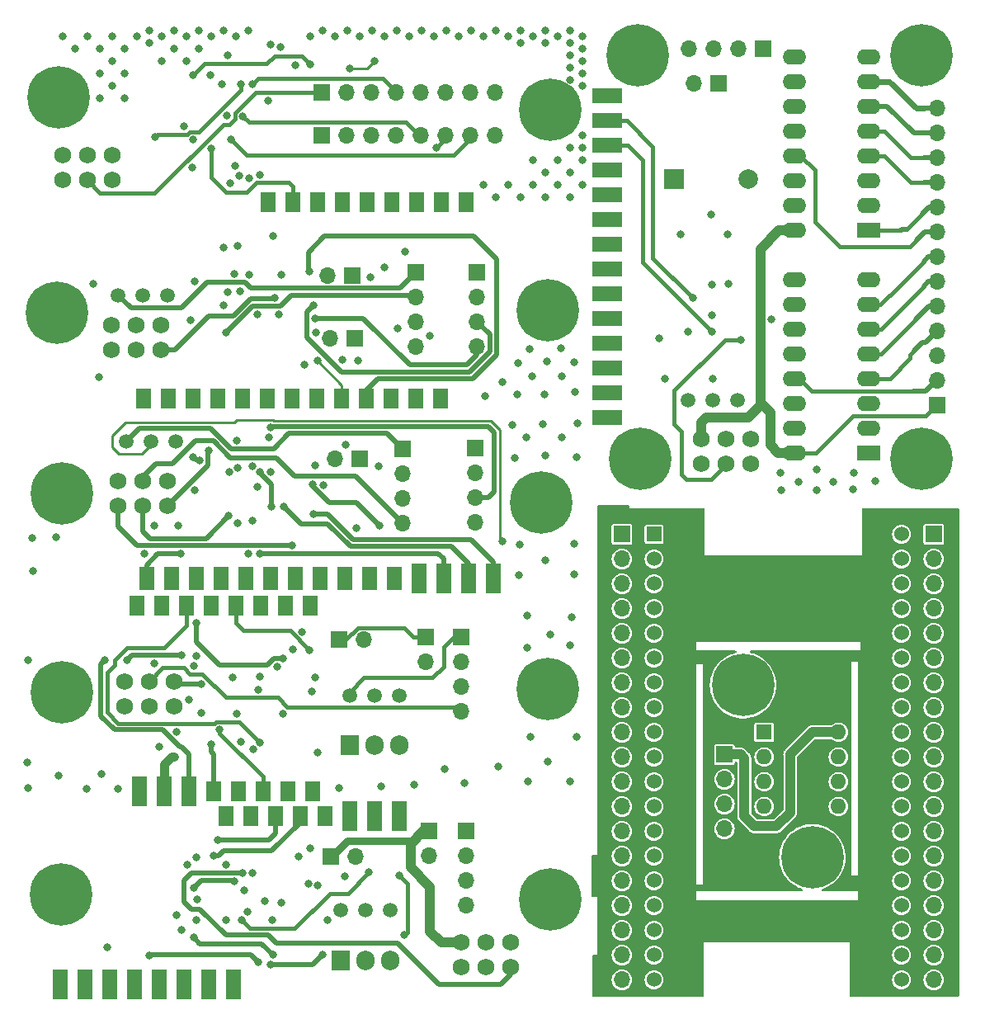
<source format=gbr>
%TF.GenerationSoftware,KiCad,Pcbnew,7.0.7*%
%TF.CreationDate,2023-11-05T16:16:46-05:00*%
%TF.ProjectId,MaisonEtape1,4d616973-6f6e-4457-9461-7065312e6b69,rev?*%
%TF.SameCoordinates,Original*%
%TF.FileFunction,Copper,L2,Inr*%
%TF.FilePolarity,Positive*%
%FSLAX46Y46*%
G04 Gerber Fmt 4.6, Leading zero omitted, Abs format (unit mm)*
G04 Created by KiCad (PCBNEW 7.0.7) date 2023-11-05 16:16:46*
%MOMM*%
%LPD*%
G01*
G04 APERTURE LIST*
G04 Aperture macros list*
%AMFreePoly0*
4,1,5,0.762000,-1.524000,-0.762000,-1.524000,-0.762000,1.524000,0.762000,1.524000,0.762000,-1.524000,0.762000,-1.524000,$1*%
%AMFreePoly1*
4,1,5,0.762000,-1.200000,-0.762000,-1.200000,-0.762000,1.200000,0.762000,1.200000,0.762000,-1.200000,0.762000,-1.200000,$1*%
%AMFreePoly2*
4,1,5,0.762000,-1.050000,-0.762000,-1.050000,-0.762000,1.050000,0.762000,1.050000,0.762000,-1.050000,0.762000,-1.050000,$1*%
%AMFreePoly3*
4,1,5,0.762000,-1.000000,-0.762000,-1.000000,-0.762000,1.000000,0.762000,1.000000,0.762000,-1.000000,0.762000,-1.000000,$1*%
G04 Aperture macros list end*
%TA.AperFunction,CastellatedPad*%
%ADD10FreePoly0,180.000000*%
%TD*%
%TA.AperFunction,CastellatedPad*%
%ADD11FreePoly1,180.000000*%
%TD*%
%TA.AperFunction,ComponentPad*%
%ADD12R,1.700000X1.700000*%
%TD*%
%TA.AperFunction,ComponentPad*%
%ADD13O,1.700000X1.700000*%
%TD*%
%TA.AperFunction,ComponentPad*%
%ADD14C,1.750000*%
%TD*%
%TA.AperFunction,ComponentPad*%
%ADD15C,0.800000*%
%TD*%
%TA.AperFunction,ComponentPad*%
%ADD16C,6.400000*%
%TD*%
%TA.AperFunction,CastellatedPad*%
%ADD17FreePoly0,0.000000*%
%TD*%
%TA.AperFunction,CastellatedPad*%
%ADD18FreePoly2,0.000000*%
%TD*%
%TA.AperFunction,ComponentPad*%
%ADD19R,2.000000X2.000000*%
%TD*%
%TA.AperFunction,ComponentPad*%
%ADD20C,2.000000*%
%TD*%
%TA.AperFunction,ComponentPad*%
%ADD21R,2.400000X1.600000*%
%TD*%
%TA.AperFunction,ComponentPad*%
%ADD22O,2.400000X1.600000*%
%TD*%
%TA.AperFunction,ComponentPad*%
%ADD23R,1.530000X1.530000*%
%TD*%
%TA.AperFunction,ComponentPad*%
%ADD24C,1.530000*%
%TD*%
%TA.AperFunction,CastellatedPad*%
%ADD25FreePoly3,0.000000*%
%TD*%
%TA.AperFunction,ComponentPad*%
%ADD26C,1.500000*%
%TD*%
%TA.AperFunction,ComponentPad*%
%ADD27R,1.905000X2.000000*%
%TD*%
%TA.AperFunction,ComponentPad*%
%ADD28O,1.905000X2.000000*%
%TD*%
%TA.AperFunction,CastellatedPad*%
%ADD29FreePoly0,270.000000*%
%TD*%
%TA.AperFunction,ComponentPad*%
%ADD30R,1.600000X1.600000*%
%TD*%
%TA.AperFunction,ComponentPad*%
%ADD31O,1.600000X1.600000*%
%TD*%
%TA.AperFunction,ViaPad*%
%ADD32C,0.800000*%
%TD*%
%TA.AperFunction,Conductor*%
%ADD33C,0.500000*%
%TD*%
%TA.AperFunction,Conductor*%
%ADD34C,0.250000*%
%TD*%
%TA.AperFunction,Conductor*%
%ADD35C,0.400000*%
%TD*%
%TA.AperFunction,Conductor*%
%ADD36C,0.800000*%
%TD*%
%TA.AperFunction,Conductor*%
%ADD37C,1.000000*%
%TD*%
%TA.AperFunction,Conductor*%
%ADD38C,0.600000*%
%TD*%
%TA.AperFunction,Conductor*%
%ADD39C,0.900000*%
%TD*%
G04 APERTURE END LIST*
D10*
%TO.N,U2_ADC6*%
%TO.C,U2_XT1*%
X142621000Y-98806000D03*
%TO.N,U2_ADC7*%
X140081000Y-98806000D03*
%TO.N,U2_PB1*%
X137541000Y-98806000D03*
%TO.N,U2_PB2*%
X135001000Y-98806000D03*
D11*
%TO.N,U2_PC0*%
X132461000Y-98806000D03*
%TO.N,U2_PC1*%
X129921000Y-98806000D03*
%TO.N,U2_PC2*%
X127381000Y-98806000D03*
%TO.N,U2_PC3*%
X124841000Y-98806000D03*
%TO.N,U2_PD0*%
X122301000Y-98806000D03*
%TO.N,U2_PD1*%
X119761000Y-98806000D03*
%TO.N,U2_PD2*%
X117221000Y-98806000D03*
%TO.N,U2_PD3*%
X114681000Y-98806000D03*
%TO.N,U2_PD4*%
X112141000Y-98806000D03*
%TO.N,U2_PD5*%
X109601000Y-98806000D03*
%TO.N,U2_PD6*%
X107061000Y-98806000D03*
%TD*%
D12*
%TO.N,U2_VCC*%
%TO.C,J_U2A1*%
X140750600Y-85410400D03*
D13*
%TO.N,U2_GND*%
X140750600Y-87950400D03*
%TO.N,U2_i2c_SCL*%
X140750600Y-90490400D03*
%TO.N,U2_i2c_SDA*%
X140750600Y-93030400D03*
%TD*%
D12*
%TO.N,LT_SPI_SCK*%
%TO.C,J14*%
X125027100Y-48895000D03*
D13*
%TO.N,LT_SPI_MISO*%
X127567100Y-48895000D03*
%TO.N,LT_SPI_MOSI*%
X130107100Y-48895000D03*
%TO.N,LT_i2c_SCL*%
X132647100Y-48895000D03*
%TO.N,LT_i2c_SDA*%
X135187100Y-48895000D03*
%TO.N,LT_GND*%
X137727100Y-48895000D03*
%TO.N,LT_UART_TX*%
X140267100Y-48895000D03*
%TO.N,LT_UART_RX*%
X142807100Y-48895000D03*
%TD*%
D14*
%TO.N,U3_SPI_MISO*%
%TO.C,J3*%
X104775000Y-111900000D03*
%TO.N,U3_VCC*%
X104775000Y-109360000D03*
%TO.N,U3_SPI_SCK*%
X107315000Y-111900000D03*
%TO.N,U3_SPI_MOSI*%
X107315000Y-109360000D03*
%TO.N,U3_RESET*%
X109855000Y-111900000D03*
%TO.N,U3_GND*%
X109855000Y-109360000D03*
%TD*%
D12*
%TO.N,U5_VCC*%
%TO.C,U5_PW1*%
X165735000Y-48006000D03*
D13*
%TO.N,U5_GND*%
X163195000Y-48006000D03*
%TD*%
D15*
%TO.N,N/C*%
%TO.C,MH15*%
X184163000Y-86461600D03*
X184865944Y-84764544D03*
X184865944Y-88158656D03*
X186563000Y-84061600D03*
D16*
%TO.N,U5_GND*%
X186563000Y-86461600D03*
D15*
%TO.N,N/C*%
X186563000Y-88861600D03*
X188260056Y-84764544D03*
X188260056Y-88158656D03*
X188963000Y-86461600D03*
%TD*%
D12*
%TO.N,U4_CS2*%
%TO.C,J_SPI_4*%
X139827000Y-124714000D03*
D13*
%TO.N,U4_SPI_SCK*%
X139827000Y-127254000D03*
%TO.N,U4_SPI_MISO*%
X139827000Y-129794000D03*
%TO.N,U4_SPI_MOSI*%
X139827000Y-132334000D03*
%TD*%
D12*
%TO.N,Net-(ESP32-GND3)*%
%TO.C,J6*%
X187833000Y-94234000D03*
D13*
%TO.N,Net-(ESP32-IO23)*%
X187833000Y-96774000D03*
%TO.N,Net-(ESP32-IO22)*%
X187833000Y-99314000D03*
%TO.N,Net-(ESP32-TXD0)*%
X187833000Y-101854000D03*
%TO.N,Net-(ESP32-RXD0)*%
X187833000Y-104394000D03*
%TO.N,Net-(ESP32-IO21)*%
X187833000Y-106934000D03*
%TO.N,Net-(ESP32-GND2)*%
X187833000Y-109474000D03*
%TO.N,Net-(ESP32-IO19)*%
X187833000Y-112014000D03*
%TO.N,Net-(ESP32-IO18)*%
X187833000Y-114554000D03*
%TO.N,Net-(ESP32-IO5)*%
X187833000Y-117094000D03*
%TO.N,Net-(ESP32-IO17)*%
X187833000Y-119634000D03*
%TO.N,Net-(ESP32-IO16)*%
X187833000Y-122174000D03*
%TO.N,Net-(ESP32-IO4)*%
X187833000Y-124714000D03*
%TO.N,Net-(ESP32-IO0)*%
X187833000Y-127254000D03*
%TO.N,Net-(ESP32-IO2)*%
X187833000Y-129794000D03*
%TO.N,Net-(ESP32-IO15)*%
X187833000Y-132334000D03*
%TO.N,Net-(ESP32-SD1)*%
X187833000Y-134874000D03*
%TO.N,Net-(ESP32-SD0)*%
X187833000Y-137414000D03*
%TO.N,Net-(ESP32-CLK)*%
X187833000Y-139954000D03*
%TD*%
D17*
%TO.N,U4_ADC6*%
%TO.C,U4_XT_L1*%
X98171000Y-140462000D03*
%TO.N,U4_ADC7*%
X100711000Y-140462000D03*
%TO.N,U4_PB1*%
X103251000Y-140462000D03*
%TO.N,U4_PC0*%
X105791000Y-140462000D03*
%TO.N,U4_PC1*%
X108331000Y-140462000D03*
%TO.N,U4_PC2*%
X110871000Y-140462000D03*
%TO.N,U4_PC3*%
X113411000Y-140462000D03*
%TO.N,U4_PC4*%
X115951000Y-140462000D03*
%TD*%
D14*
%TO.N,U4_SPI_MISO*%
%TO.C,J4*%
X139319000Y-138684000D03*
%TO.N,U4_VCC*%
X139319000Y-136144000D03*
%TO.N,U4_SPI_SCK*%
X141859000Y-138684000D03*
%TO.N,U4_SPI_MOSI*%
X141859000Y-136144000D03*
%TO.N,U4_RESET*%
X144399000Y-138684000D03*
%TO.N,U4_GND*%
X144399000Y-136144000D03*
%TD*%
D12*
%TO.N,U4_VCC*%
%TO.C,U4_PW1*%
X136017000Y-124699000D03*
D13*
%TO.N,U4_GND*%
X136017000Y-127239000D03*
%TD*%
D15*
%TO.N,N/C*%
%TO.C,MH12*%
X155287900Y-86533100D03*
X155990844Y-84836044D03*
X155990844Y-88230156D03*
X157687900Y-84133100D03*
D16*
%TO.N,U5_GND*%
X157687900Y-86533100D03*
D15*
%TO.N,N/C*%
X157687900Y-88933100D03*
X159384956Y-84836044D03*
X159384956Y-88230156D03*
X160087900Y-86533100D03*
%TD*%
D17*
%TO.N,U3_PD0*%
%TO.C,U3_XT_R1*%
X106299000Y-120650000D03*
%TO.N,U3_PD1*%
X108839000Y-120650000D03*
%TO.N,U3_PD2*%
X111379000Y-120650000D03*
D18*
%TO.N,U3_PD3*%
X113919000Y-120650000D03*
%TO.N,U3_PD4*%
X116459000Y-120650000D03*
%TO.N,U3_PD5*%
X118999000Y-120650000D03*
%TO.N,U3_PD6*%
X121539000Y-120650000D03*
%TO.N,U3_PD7*%
X124079000Y-120650000D03*
%TD*%
D19*
%TO.N,Net-(BZ1--)*%
%TO.C,BZ1*%
X161183000Y-57810400D03*
D20*
%TO.N,U5_GND*%
X168783000Y-57810400D03*
%TD*%
D21*
%TO.N,QH2*%
%TO.C,U7*%
X181178200Y-85902800D03*
D22*
%TO.N,unconnected-(U7-Q5-Pad2)*%
X181178200Y-83362800D03*
%TO.N,Net-(U6-DS)*%
X181178200Y-80822800D03*
%TO.N,QD2*%
X181178200Y-78282800D03*
%TO.N,QC2*%
X181178200Y-75742800D03*
%TO.N,QB2*%
X181178200Y-73202800D03*
%TO.N,QA2*%
X181178200Y-70662800D03*
%TO.N,U5_GND*%
X181178200Y-68122800D03*
%TO.N,Clavier_latchPin*%
X173558200Y-68122800D03*
%TO.N,Clavier_clockPin*%
X173558200Y-70662800D03*
%TO.N,unconnected-(U7-DS-Pad11)*%
X173558200Y-73202800D03*
%TO.N,unconnected-(U7-Q6-Pad12)*%
X173558200Y-75742800D03*
%TO.N,QE2*%
X173558200Y-78282800D03*
%TO.N,U5_GND*%
X173558200Y-80822800D03*
X173558200Y-83362800D03*
%TO.N,U5_VCC*%
X173558200Y-85902800D03*
%TD*%
D15*
%TO.N,N/C*%
%TO.C,MH4*%
X184213800Y-45072000D03*
X184916744Y-43374944D03*
X184916744Y-46769056D03*
X186613800Y-42672000D03*
D16*
%TO.N,U5_GND*%
X186613800Y-45072000D03*
D15*
%TO.N,N/C*%
X186613800Y-47472000D03*
X188310856Y-43374944D03*
X188310856Y-46769056D03*
X189013800Y-45072000D03*
%TD*%
D23*
%TO.N,Net-(ESP32-3V3)*%
%TO.C,ESP32*%
X159131000Y-94234000D03*
D24*
%TO.N,Net-(ESP32-EN)*%
X159131000Y-96774000D03*
%TO.N,Net-(ESP32-SENSOR_VP)*%
X159131000Y-99314000D03*
%TO.N,Net-(ESP32-SENSOR_VN)*%
X159131000Y-101854000D03*
%TO.N,Net-(ESP32-IO34)*%
X159131000Y-104394000D03*
%TO.N,Net-(ESP32-IO35)*%
X159131000Y-106934000D03*
%TO.N,Net-(ESP32-IO32)*%
X159131000Y-109474000D03*
%TO.N,Net-(ESP32-IO33)*%
X159131000Y-112014000D03*
%TO.N,Net-(ESP32-IO25)*%
X159131000Y-114554000D03*
%TO.N,Net-(ESP32-IO26)*%
X159131000Y-117094000D03*
%TO.N,Net-(ESP32-IO27)*%
X159131000Y-119634000D03*
%TO.N,Net-(ESP32-IO14)*%
X159131000Y-122174000D03*
%TO.N,Net-(ESP32-IO12)*%
X159131000Y-124714000D03*
%TO.N,Net-(ESP32-GND1)*%
X159131000Y-127254000D03*
%TO.N,Net-(ESP32-IO13)*%
X159131000Y-129794000D03*
%TO.N,Net-(ESP32-SD2)*%
X159131000Y-132334000D03*
%TO.N,Net-(ESP32-SD3)*%
X159131000Y-134874000D03*
%TO.N,Net-(ESP32-CMD)*%
X159131000Y-137414000D03*
%TO.N,Net-(ESP32-EXT_5V)*%
X159131000Y-139954000D03*
%TO.N,Net-(ESP32-CLK)*%
X184531000Y-139954000D03*
%TO.N,Net-(ESP32-SD0)*%
X184531000Y-137414000D03*
%TO.N,Net-(ESP32-SD1)*%
X184531000Y-134874000D03*
%TO.N,Net-(ESP32-IO15)*%
X184531000Y-132334000D03*
%TO.N,Net-(ESP32-IO2)*%
X184531000Y-129794000D03*
%TO.N,Net-(ESP32-IO0)*%
X184531000Y-127254000D03*
%TO.N,Net-(ESP32-IO4)*%
X184531000Y-124714000D03*
%TO.N,Net-(ESP32-IO16)*%
X184531000Y-122174000D03*
%TO.N,Net-(ESP32-IO17)*%
X184531000Y-119634000D03*
%TO.N,Net-(ESP32-IO5)*%
X184531000Y-117094000D03*
%TO.N,Net-(ESP32-IO18)*%
X184531000Y-114554000D03*
%TO.N,Net-(ESP32-IO19)*%
X184531000Y-112014000D03*
%TO.N,Net-(ESP32-GND2)*%
X184531000Y-109474000D03*
%TO.N,Net-(ESP32-IO21)*%
X184531000Y-106934000D03*
%TO.N,Net-(ESP32-RXD0)*%
X184531000Y-104394000D03*
%TO.N,Net-(ESP32-TXD0)*%
X184531000Y-101854000D03*
%TO.N,Net-(ESP32-IO22)*%
X184531000Y-99314000D03*
%TO.N,Net-(ESP32-IO23)*%
X184531000Y-96774000D03*
%TO.N,Net-(ESP32-GND3)*%
X184531000Y-94234000D03*
%TD*%
D21*
%TO.N,QH1*%
%TO.C,U6*%
X181178200Y-63042800D03*
D22*
%TO.N,unconnected-(U6-Q5-Pad2)*%
X181178200Y-60502800D03*
%TO.N,Clavier_dataPin*%
X181178200Y-57962800D03*
%TO.N,QD1*%
X181178200Y-55422800D03*
%TO.N,QC1*%
X181178200Y-52882800D03*
%TO.N,QB1*%
X181178200Y-50342800D03*
%TO.N,QA1*%
X181178200Y-47802800D03*
%TO.N,U5_GND*%
X181178200Y-45262800D03*
%TO.N,Clavier_latchPin*%
X173558200Y-45262800D03*
%TO.N,Clavier_clockPin*%
X173558200Y-47802800D03*
%TO.N,Net-(U6-DS)*%
X173558200Y-50342800D03*
%TO.N,unconnected-(U6-Q6-Pad12)*%
X173558200Y-52882800D03*
%TO.N,QE1*%
X173558200Y-55422800D03*
%TO.N,U5_GND*%
X173558200Y-57962800D03*
X173558200Y-60502800D03*
%TO.N,U5_VCC*%
X173558200Y-63042800D03*
%TD*%
D25*
%TO.N,LT_ADC6*%
%TO.C,LT_XT1*%
X119507000Y-60198000D03*
%TO.N,LT_ADC7*%
X122047000Y-60198000D03*
%TO.N,LT_PB0*%
X124587000Y-60198000D03*
%TO.N,LT_PB1*%
X127127000Y-60198000D03*
%TO.N,LT_PB2*%
X129667000Y-60198000D03*
%TO.N,LT_PC0*%
X132207000Y-60198000D03*
%TO.N,LT_PC1*%
X134747000Y-60198000D03*
%TO.N,LT_PC2*%
X137287000Y-60198000D03*
%TO.N,LT_PC3*%
X139827000Y-60198000D03*
%TD*%
%TO.N,U3_ADC6*%
%TO.C,U3_XT_L1*%
X106045000Y-101600000D03*
%TO.N,U3_ADC7*%
X108585000Y-101600000D03*
%TO.N,U3_PB1*%
X111125000Y-101600000D03*
%TO.N,U3_PC0*%
X113665000Y-101600000D03*
%TO.N,U3_PC1*%
X116205000Y-101600000D03*
%TO.N,U3_PC2*%
X118745000Y-101600000D03*
%TO.N,U3_PC3*%
X121285000Y-101600000D03*
%TO.N,U3_PC4*%
X123825000Y-101600000D03*
%TD*%
D26*
%TO.N,Net-(U3-PB2)*%
%TO.C,SW_U3*%
X130429000Y-110833200D03*
%TO.N,U3_CS1*%
X127889000Y-110833200D03*
%TO.N,unconnected-(SW_U3-prog-Pad3)*%
X132969000Y-110833200D03*
%TD*%
D12*
%TO.N,U5_CS3*%
%TO.C,J_SPI_5*%
X170307000Y-44399200D03*
D13*
%TO.N,U5_SPI_SCK*%
X167767000Y-44399200D03*
%TO.N,U5_SPI_MISO*%
X165227000Y-44399200D03*
%TO.N,U5_SPI_MOSI*%
X162687000Y-44399200D03*
%TD*%
D12*
%TO.N,Net-(ESP32-3V3)*%
%TO.C,J7*%
X155829000Y-94234000D03*
D13*
%TO.N,Net-(ESP32-EN)*%
X155829000Y-96774000D03*
%TO.N,Net-(ESP32-SENSOR_VP)*%
X155829000Y-99314000D03*
%TO.N,Net-(ESP32-SENSOR_VN)*%
X155829000Y-101854000D03*
%TO.N,Net-(ESP32-IO34)*%
X155829000Y-104394000D03*
%TO.N,Net-(ESP32-IO35)*%
X155829000Y-106934000D03*
%TO.N,Net-(ESP32-IO32)*%
X155829000Y-109474000D03*
%TO.N,Net-(ESP32-IO33)*%
X155829000Y-112014000D03*
%TO.N,Net-(ESP32-IO25)*%
X155829000Y-114554000D03*
%TO.N,Net-(ESP32-IO26)*%
X155829000Y-117094000D03*
%TO.N,Net-(ESP32-IO27)*%
X155829000Y-119634000D03*
%TO.N,Net-(ESP32-IO14)*%
X155829000Y-122174000D03*
%TO.N,Net-(ESP32-IO12)*%
X155829000Y-124714000D03*
%TO.N,Net-(ESP32-GND1)*%
X155829000Y-127254000D03*
%TO.N,Net-(ESP32-IO13)*%
X155829000Y-129794000D03*
%TO.N,Net-(ESP32-SD2)*%
X155829000Y-132334000D03*
%TO.N,Net-(ESP32-SD3)*%
X155829000Y-134874000D03*
%TO.N,Net-(ESP32-CMD)*%
X155829000Y-137414000D03*
%TO.N,Net-(ESP32-EXT_5V)*%
X155829000Y-139954000D03*
%TD*%
D14*
%TO.N,LT_SPI_MISO*%
%TO.C,Jmaster1*%
X98425000Y-57912000D03*
%TO.N,LT_VCC*%
X98425000Y-55372000D03*
%TO.N,LT_SPI_SCK*%
X100965000Y-57912000D03*
%TO.N,LT_SPI_MOSI*%
X100965000Y-55372000D03*
%TO.N,LT_RESET*%
X103505000Y-57912000D03*
%TO.N,LT_GND*%
X103505000Y-55372000D03*
%TD*%
D12*
%TO.N,U6_VCC*%
%TO.C,J_U6*%
X166363000Y-116840000D03*
D13*
%TO.N,U6_GND*%
X166363000Y-119380000D03*
%TO.N,U6_i2c_SCL*%
X166363000Y-121920000D03*
%TO.N,U6_i2c_SDA*%
X166363000Y-124460000D03*
%TD*%
D12*
%TO.N,Net-(Door1-Pin_1)*%
%TO.C,Door1*%
X128885000Y-86486600D03*
D13*
%TO.N,U2_VCC*%
X126345000Y-86486600D03*
%TD*%
D15*
%TO.N,N/C*%
%TO.C,MH21*%
X95978900Y-110422100D03*
X96681844Y-108725044D03*
X96681844Y-112119156D03*
X98378900Y-108022100D03*
D16*
%TO.N,U3_GND*%
X98378900Y-110422100D03*
D15*
%TO.N,N/C*%
X98378900Y-112822100D03*
X100075956Y-108725044D03*
X100075956Y-112119156D03*
X100778900Y-110422100D03*
%TD*%
D12*
%TO.N,U3_CS1*%
%TO.C,J_SPI_3*%
X139319000Y-104788000D03*
D13*
%TO.N,U3_SPI_SCK*%
X139319000Y-107328000D03*
%TO.N,U3_SPI_MISO*%
X139319000Y-109868000D03*
%TO.N,U3_SPI_MOSI*%
X139319000Y-112408000D03*
%TD*%
D15*
%TO.N,N/C*%
%TO.C,MH5*%
X95453800Y-71547100D03*
X96156744Y-69850044D03*
X96156744Y-73244156D03*
X97853800Y-69147100D03*
D16*
%TO.N,U1_GND*%
X97853800Y-71547100D03*
D15*
%TO.N,N/C*%
X97853800Y-73947100D03*
X99550856Y-69850044D03*
X99550856Y-73244156D03*
X100253800Y-71547100D03*
%TD*%
D26*
%TO.N,B2*%
%TO.C,SW1*%
X106654600Y-69697600D03*
%TO.N,U1_CS4*%
X104114600Y-69697600D03*
%TO.N,unconnected-(SW1-prog-Pad3)*%
X109194600Y-69697600D03*
%TD*%
D25*
%TO.N,A6*%
%TO.C,U1_XT1*%
X106781600Y-80289400D03*
%TO.N,A7*%
X109321600Y-80289400D03*
%TO.N,B2*%
X111861600Y-80289400D03*
%TO.N,C0*%
X114401600Y-80289400D03*
%TO.N,C1*%
X116941600Y-80289400D03*
%TO.N,C2*%
X119481600Y-80289400D03*
%TO.N,C3*%
X122021600Y-80289400D03*
%TO.N,D0*%
X124561600Y-80289400D03*
%TO.N,D1*%
X127101600Y-80289400D03*
%TO.N,D2*%
X129641600Y-80289400D03*
%TO.N,D3*%
X132181600Y-80289400D03*
%TO.N,D4*%
X134721600Y-80289400D03*
%TO.N,D5*%
X137261600Y-80289400D03*
%TD*%
D27*
%TO.N,Net-(J11-Pin_2)*%
%TO.C,Q1*%
X127013000Y-137944400D03*
D28*
%TO.N,Net-(Q1-G)*%
X129553000Y-137944400D03*
%TO.N,U4_GND*%
X132093000Y-137944400D03*
%TD*%
D14*
%TO.N,U2_SPI_MISO*%
%TO.C,J2*%
X104140000Y-91279800D03*
%TO.N,U2_VCC*%
X104140000Y-88739800D03*
%TO.N,U2_SPI_SCK*%
X106680000Y-91279800D03*
%TO.N,U2_SPI_MOSI*%
X106680000Y-88739800D03*
%TO.N,U2_RESET*%
X109220000Y-91279800D03*
%TO.N,U2_GND*%
X109220000Y-88739800D03*
%TD*%
D15*
%TO.N,N/C*%
%TO.C,MH30*%
X145809000Y-110122000D03*
X146511944Y-108424944D03*
X146511944Y-111819056D03*
X148209000Y-107722000D03*
D16*
%TO.N,U3_GND*%
X148209000Y-110122000D03*
D15*
%TO.N,N/C*%
X148209000Y-112522000D03*
X149906056Y-108424944D03*
X149906056Y-111819056D03*
X150609000Y-110122000D03*
%TD*%
D12*
%TO.N,U1_CS4*%
%TO.C,J_U1B1*%
X134696200Y-67370800D03*
D13*
%TO.N,U1_SPI_SCK*%
X134696200Y-69910800D03*
%TO.N,U1_SPI_MISO*%
X134696200Y-72450800D03*
%TO.N,U1_SPI_MOSI*%
X134696200Y-74990800D03*
%TD*%
D14*
%TO.N,U1_SPI_MISO*%
%TO.C,J1*%
X103454200Y-75336400D03*
%TO.N,U1_VCC*%
X103454200Y-72796400D03*
%TO.N,U1_SPI_SCK*%
X105994200Y-75336400D03*
%TO.N,U1_SPI_MOSI*%
X105994200Y-72796400D03*
%TO.N,U1_RESET*%
X108534200Y-75336400D03*
%TO.N,U1_GND*%
X108534200Y-72796400D03*
%TD*%
D15*
%TO.N,N/C*%
%TO.C,MH11*%
X145174000Y-90999900D03*
X145876944Y-89302844D03*
X145876944Y-92696956D03*
X147574000Y-88599900D03*
D16*
%TO.N,U2_GND*%
X147574000Y-90999900D03*
D15*
%TO.N,N/C*%
X147574000Y-93399900D03*
X149271056Y-89302844D03*
X149271056Y-92696956D03*
X149974000Y-90999900D03*
%TD*%
D29*
%TO.N,U5_ADC6*%
%TO.C,U5_XT1*%
X154305000Y-49276000D03*
%TO.N,U5_ADC7*%
X154305000Y-51816000D03*
%TO.N,U5_PB0*%
X154305000Y-54356000D03*
%TO.N,U5_PB1*%
X154305000Y-56896000D03*
%TO.N,U5_PC4*%
X154305000Y-59436000D03*
%TO.N,U5_PC5*%
X154305000Y-61976000D03*
%TO.N,U5_PD0*%
X154305000Y-64516000D03*
%TO.N,U5_PD1*%
X154305000Y-67056000D03*
%TO.N,U5_PD2*%
X154305000Y-69596000D03*
%TO.N,U5_PD3*%
X154305000Y-72136000D03*
%TO.N,U5_PD4*%
X154305000Y-74676000D03*
%TO.N,U5_PD5*%
X154305000Y-77216000D03*
%TO.N,U5_PD6*%
X154305000Y-79756000D03*
%TO.N,U5_PD7*%
X154305000Y-82296000D03*
%TD*%
D30*
%TO.N,U6_i2c_SDA*%
%TO.C,U8*%
X170427000Y-114554000D03*
D31*
%TO.N,U6_i2c_SCL*%
X170427000Y-117094000D03*
%TO.N,unconnected-(U8-T_{OUT}-Pad3)*%
X170427000Y-119634000D03*
%TO.N,U6_GND*%
X170427000Y-122174000D03*
X178047000Y-122174000D03*
X178047000Y-119634000D03*
X178047000Y-117094000D03*
%TO.N,U6_VCC*%
X178047000Y-114554000D03*
%TD*%
D12*
%TO.N,Net-(U1-PD7)*%
%TO.C,Window2*%
X128397000Y-74168000D03*
D13*
%TO.N,U1_VCC*%
X125857000Y-74168000D03*
%TD*%
D15*
%TO.N,N/C*%
%TO.C,MH7*%
X95978900Y-90030000D03*
X96681844Y-88332944D03*
X96681844Y-91727056D03*
X98378900Y-87630000D03*
D16*
%TO.N,U2_GND*%
X98378900Y-90030000D03*
D15*
%TO.N,N/C*%
X98378900Y-92430000D03*
X100075956Y-88332944D03*
X100075956Y-91727056D03*
X100778900Y-90030000D03*
%TD*%
%TO.N,N/C*%
%TO.C,MH50*%
X146063000Y-131686000D03*
X146765944Y-129988944D03*
X146765944Y-133383056D03*
X148463000Y-129286000D03*
D16*
%TO.N,U4_GND*%
X148463000Y-131686000D03*
D15*
%TO.N,N/C*%
X148463000Y-134086000D03*
X150160056Y-129988944D03*
X150160056Y-133383056D03*
X150863000Y-131686000D03*
%TD*%
D12*
%TO.N,U3_VCC*%
%TO.C,J12*%
X126822200Y-105067400D03*
D13*
%TO.N,Net-(J12-Pin_2)*%
X129362200Y-105067400D03*
%TD*%
D14*
%TO.N,U5_SPI_MISO*%
%TO.C,J5*%
X163957000Y-86960000D03*
%TO.N,U5_VCC*%
X163957000Y-84420000D03*
%TO.N,U5_SPI_SCK*%
X166497000Y-86960000D03*
%TO.N,U5_SPI_MOSI*%
X166497000Y-84420000D03*
%TO.N,U5_RESET*%
X169037000Y-86960000D03*
%TO.N,U5_GND*%
X169037000Y-84420000D03*
%TD*%
D15*
%TO.N,N/C*%
%TO.C,MH1*%
X95657000Y-49416000D03*
X96359944Y-47718944D03*
X96359944Y-51113056D03*
X98057000Y-47016000D03*
D16*
%TO.N,LT_GND*%
X98057000Y-49416000D03*
D15*
%TO.N,N/C*%
X98057000Y-51816000D03*
X99754056Y-47718944D03*
X99754056Y-51113056D03*
X100457000Y-49416000D03*
%TD*%
%TO.N,N/C*%
%TO.C,MH6*%
X145809000Y-71247000D03*
X146511944Y-69549944D03*
X146511944Y-72944056D03*
X148209000Y-68847000D03*
D16*
%TO.N,U1_GND*%
X148209000Y-71247000D03*
D15*
%TO.N,N/C*%
X148209000Y-73647000D03*
X149906056Y-69549944D03*
X149906056Y-72944056D03*
X150609000Y-71247000D03*
%TD*%
D12*
%TO.N,U3_VCC*%
%TO.C,U3_PW1*%
X135685000Y-104783000D03*
D13*
%TO.N,U3_GND*%
X135685000Y-107323000D03*
%TD*%
D26*
%TO.N,Net-(U4-PB2)*%
%TO.C,SW_U4*%
X129553000Y-132833800D03*
%TO.N,U4_CS2*%
X127013000Y-132833800D03*
%TO.N,unconnected-(SW_U4-prog-Pad3)*%
X132093000Y-132833800D03*
%TD*%
D15*
%TO.N,N/C*%
%TO.C,Mh3*%
X155033900Y-45131100D03*
X155736844Y-43434044D03*
X155736844Y-46828156D03*
X157433900Y-42731100D03*
D16*
%TO.N,U5_GND*%
X157433900Y-45131100D03*
D15*
%TO.N,N/C*%
X157433900Y-47531100D03*
X159130956Y-43434044D03*
X159130956Y-46828156D03*
X159833900Y-45131100D03*
%TD*%
D12*
%TO.N,U1_VCC*%
%TO.C,J_U1A1*%
X140967600Y-67351600D03*
D13*
%TO.N,U1_GND*%
X140967600Y-69891600D03*
%TO.N,U1_i2c_SCL*%
X140967600Y-72431600D03*
%TO.N,U1_i2c_SDA*%
X140967600Y-74971600D03*
%TD*%
D12*
%TO.N,U4_VCC*%
%TO.C,J11*%
X125997000Y-127296600D03*
D13*
%TO.N,Net-(J11-Pin_2)*%
X128537000Y-127296600D03*
%TD*%
D12*
%TO.N,Net-(U1-PD6)*%
%TO.C,Window1*%
X128143000Y-67691000D03*
D13*
%TO.N,U1_VCC*%
X125603000Y-67691000D03*
%TD*%
D26*
%TO.N,U2_PB2*%
%TO.C,SW2*%
X107467400Y-84734400D03*
%TO.N,U2_CS5*%
X104927400Y-84734400D03*
%TO.N,unconnected-(SW2-prog-Pad3)*%
X110007400Y-84734400D03*
%TD*%
D27*
%TO.N,Net-(J12-Pin_2)*%
%TO.C,Q2*%
X127889000Y-115913200D03*
D28*
%TO.N,Net-(Q2-G)*%
X130429000Y-115913200D03*
%TO.N,U3_GND*%
X132969000Y-115913200D03*
%TD*%
D12*
%TO.N,LT_VCC*%
%TO.C,J13*%
X125027100Y-53340000D03*
D13*
%TO.N,LT_GND*%
X127567100Y-53340000D03*
%TO.N,LT_CS1*%
X130107100Y-53340000D03*
%TO.N,LT_CS2*%
X132647100Y-53340000D03*
%TO.N,LT_CS3*%
X135187100Y-53340000D03*
%TO.N,LT_CS4*%
X137727100Y-53340000D03*
%TO.N,LT_CS5*%
X140267100Y-53340000D03*
%TO.N,LT_CS6*%
X142807100Y-53340000D03*
%TD*%
D15*
%TO.N,N/C*%
%TO.C,MH2*%
X146063000Y-50686000D03*
X146765944Y-48988944D03*
X146765944Y-52383056D03*
X148463000Y-48286000D03*
D16*
%TO.N,LT_GND*%
X148463000Y-50686000D03*
D15*
%TO.N,N/C*%
X148463000Y-53086000D03*
X150160056Y-48988944D03*
X150160056Y-52383056D03*
X150863000Y-50686000D03*
%TD*%
D16*
%TO.N,U6_GND*%
%TO.C,MH434*%
X175380000Y-127381000D03*
%TD*%
D15*
%TO.N,N/C*%
%TO.C,MH40*%
X95851900Y-131237100D03*
X96554844Y-129540044D03*
X96554844Y-132934156D03*
X98251900Y-128837100D03*
D16*
%TO.N,U4_GND*%
X98251900Y-131237100D03*
D15*
%TO.N,N/C*%
X98251900Y-133637100D03*
X99948956Y-129540044D03*
X99948956Y-132934156D03*
X100651900Y-131237100D03*
%TD*%
D18*
%TO.N,U4_PD0*%
%TO.C,U4_XT_R1*%
X115189000Y-123190000D03*
%TO.N,U4_PD1*%
X117729000Y-123190000D03*
%TO.N,U4_PD2*%
X120269000Y-123190000D03*
%TO.N,U4_PD3*%
X122809000Y-123190000D03*
%TO.N,U4_PD4*%
X125349000Y-123190000D03*
D17*
%TO.N,U4_PD5*%
X127889000Y-123190000D03*
%TO.N,U4_PD6*%
X130429000Y-123190000D03*
%TO.N,U4_PD7*%
X132969000Y-123190000D03*
%TD*%
D12*
%TO.N,U2_CS5*%
%TO.C,J_U2B1*%
X133324600Y-85496400D03*
D13*
%TO.N,U2_SPI_SCK*%
X133324600Y-88036400D03*
%TO.N,U2_SPI_MISO*%
X133324600Y-90576400D03*
%TO.N,U2_SPI_MOSI*%
X133324600Y-93116400D03*
%TD*%
D16*
%TO.N,U6_GND*%
%TO.C,MH235*%
X168268000Y-109728000D03*
%TD*%
D26*
%TO.N,Net-(U5-PB2)*%
%TO.C,SW_U5*%
X165145000Y-80460000D03*
%TO.N,U5_CS3*%
X167685000Y-80460000D03*
%TO.N,unconnected-(SW_U5-prog-Pad3)*%
X162605000Y-80460000D03*
%TD*%
D12*
%TO.N,U5_VCC*%
%TO.C,J10*%
X188185000Y-81026000D03*
D13*
%TO.N,QE2*%
X188185000Y-78486000D03*
%TO.N,QH2*%
X188185000Y-75946000D03*
%TO.N,QD2*%
X188185000Y-73406000D03*
%TO.N,QC2*%
X188185000Y-70866000D03*
%TO.N,QB2*%
X188185000Y-68326000D03*
%TO.N,QA2*%
X188185000Y-65786000D03*
%TO.N,QE1*%
X188185000Y-63246000D03*
%TO.N,QH1*%
X188185000Y-60706000D03*
%TO.N,QD1*%
X188185000Y-58166000D03*
%TO.N,QC1*%
X188185000Y-55626000D03*
%TO.N,QB1*%
X188185000Y-53086000D03*
%TO.N,QA1*%
X188185000Y-50546000D03*
%TD*%
D32*
%TO.N,U2_RESET*%
X113437983Y-85623508D03*
%TO.N,Net-(Door1-Pin_1)*%
X116408200Y-93130298D03*
%TO.N,U2_VCC*%
X118440200Y-89357200D03*
%TO.N,U1_VCC*%
X117576600Y-67640200D03*
%TO.N,U1_RESET*%
X120243600Y-69977000D03*
%TO.N,U1_GND*%
X145084800Y-79883000D03*
X141833600Y-80060800D03*
X145186400Y-76657200D03*
X147853400Y-79857600D03*
X131445000Y-66880500D03*
X149656800Y-78003400D03*
X120015593Y-63646279D03*
X120624600Y-71704200D03*
X146380200Y-75234800D03*
X151053800Y-79654400D03*
X149580600Y-75184000D03*
X150977600Y-76555600D03*
X146634200Y-78028800D03*
X143611600Y-78638400D03*
X148107400Y-76479400D03*
%TO.N,U2_RESET*%
X117881400Y-87274400D03*
%TO.N,U2_GND*%
X146050000Y-84328000D03*
X150901400Y-95173800D03*
X127444500Y-85087200D03*
X147726400Y-82905600D03*
X144881600Y-86385400D03*
X111988600Y-89738200D03*
X95427800Y-97967800D03*
X147955000Y-86131400D03*
X150901400Y-98348800D03*
X147955000Y-96926400D03*
X151206200Y-86334600D03*
X151307800Y-82880200D03*
X95326200Y-94615000D03*
X144576800Y-82981800D03*
X145389600Y-95300800D03*
X145288000Y-98450400D03*
X149656800Y-84302600D03*
X97739200Y-94513400D03*
%TO.N,U5_SPI_SCK*%
X168067000Y-74260000D03*
%TO.N,U5_RESET*%
X165035000Y-68647500D03*
%TO.N,U4_SPI_SCK*%
X132969000Y-129286000D03*
X133477000Y-135382000D03*
%TO.N,U4_SPI_MOSI*%
X119990500Y-133860500D03*
%TO.N,U4_RESET*%
X116869332Y-129032000D03*
%TO.N,LT_RESET*%
X107957300Y-53459700D03*
X116699000Y-48060000D03*
%TO.N,U1_i2c_SCL*%
X124181500Y-70759471D03*
%TO.N,U1_i2c_SDA*%
X124360814Y-72102156D03*
%TO.N,U2_i2c_SCL*%
X119761000Y-83261200D03*
%TO.N,U2_i2c_SDA*%
X119621431Y-84250910D03*
%TO.N,LT_CS1*%
X114754000Y-48034600D03*
%TO.N,LT_CS2*%
X113588000Y-47157600D03*
%TO.N,LT_GND*%
X109855000Y-42545000D03*
X151765000Y-48260000D03*
X111125000Y-45720000D03*
X140335000Y-42545000D03*
X146685000Y-58420000D03*
X113665000Y-43180000D03*
X147955000Y-43815000D03*
X103505000Y-43180000D03*
X144145000Y-43180000D03*
X115301800Y-51308000D03*
X139065000Y-43180000D03*
X109855000Y-44450000D03*
X141605000Y-58420000D03*
X151765000Y-54610000D03*
X151765000Y-44450000D03*
X151765000Y-46990000D03*
X100965000Y-43180000D03*
X149225000Y-55880000D03*
X150495000Y-42545000D03*
X145415000Y-42545000D03*
X127635000Y-42545000D03*
X112395000Y-42545000D03*
X146685000Y-43180000D03*
X108585000Y-45720000D03*
X151765000Y-55880000D03*
X116205000Y-43180000D03*
X150495000Y-47625000D03*
X127889000Y-46482000D03*
X135255000Y-42545000D03*
X117475000Y-42545000D03*
X102235000Y-46990000D03*
X149225000Y-43180000D03*
X103505000Y-48260000D03*
X125095000Y-42545000D03*
X178384200Y-100660200D03*
X149225000Y-58420000D03*
X147955000Y-42545000D03*
X108585000Y-43180000D03*
X130175000Y-42545000D03*
X151765000Y-58420000D03*
X141605000Y-43180000D03*
X150495000Y-43815000D03*
X144145000Y-58420000D03*
X147955000Y-57150000D03*
X151765000Y-45720000D03*
X131445000Y-43180000D03*
X142875000Y-59690000D03*
X106045000Y-43180000D03*
X132715000Y-42545000D03*
X123825000Y-43180000D03*
X150495000Y-45085000D03*
X147955000Y-59690000D03*
X114935000Y-42545000D03*
X133985000Y-43180000D03*
X181152800Y-98171000D03*
X111125000Y-43180000D03*
X102235000Y-49530000D03*
X150495000Y-59690000D03*
X150495000Y-46355000D03*
X142875000Y-42545000D03*
X128905000Y-43180000D03*
X112395000Y-44450000D03*
X146685000Y-55880000D03*
X102235000Y-44450000D03*
X107315000Y-43815000D03*
X174980600Y-103886000D03*
X150495000Y-54610000D03*
X104775000Y-46990000D03*
X111696500Y-56603900D03*
X104775000Y-44450000D03*
X107315000Y-42545000D03*
X181533800Y-103886000D03*
X151765000Y-43180000D03*
X103505000Y-45720000D03*
X136525000Y-43180000D03*
X150495000Y-57150000D03*
X130429000Y-45720000D03*
X126365000Y-43180000D03*
X104775000Y-49530000D03*
X98425000Y-43180000D03*
X145415000Y-43815000D03*
X145415000Y-59690000D03*
X99695000Y-44450000D03*
X137795000Y-42545000D03*
X151765000Y-53340000D03*
%TO.N,LT_CS3*%
X116931668Y-51343327D03*
%TO.N,LT_CS4*%
X136779000Y-54572500D03*
X115671600Y-58194900D03*
%TO.N,LT_CS5*%
X115701000Y-53715400D03*
%TO.N,LT_i2c_SCL*%
X117949000Y-48056500D03*
%TO.N,LT_UART_TX*%
X115339000Y-45053000D03*
%TO.N,LT_CS6*%
X116139500Y-56476300D03*
%TO.N,Net-(U1-PD7)*%
X115366800Y-69418200D03*
%TO.N,Net-(U1-PD6)*%
X116026723Y-67536021D03*
%TO.N,Net-(U1-PB0)*%
X133553200Y-65252600D03*
%TO.N,Net-(U1-PB1)*%
X114967671Y-70739304D03*
%TO.N,Net-(door_1-A)*%
X125196600Y-89204800D03*
%TO.N,GPIO_Lumiere*%
X118705000Y-108814500D03*
%TO.N,GPIO_Moteur*%
X122630000Y-127288000D03*
%TO.N,Net-(Window_1-A)*%
X130048000Y-67868800D03*
%TO.N,Net-(Window_2-A)*%
X128727200Y-76428600D03*
%TO.N,Net-(U2-PB0)*%
X117904837Y-92835037D03*
%TO.N,U4_GND*%
X111226600Y-128168400D03*
X112220663Y-131746337D03*
X110617000Y-134874000D03*
X124616049Y-130280196D03*
%TO.N,U3_GND*%
X150672800Y-102717600D03*
X94818200Y-117627400D03*
X126796800Y-120269000D03*
X148513800Y-104521000D03*
X104140000Y-120345200D03*
X137668000Y-118338600D03*
X94919800Y-107188000D03*
X146151600Y-105867200D03*
X102412800Y-118795800D03*
X112629500Y-109572361D03*
X94894400Y-120269000D03*
X146456400Y-115062000D03*
X131140200Y-120091200D03*
X151180800Y-115062000D03*
X124333000Y-108966000D03*
X146100800Y-102539800D03*
X139649200Y-119761000D03*
X150545800Y-119583200D03*
X134543800Y-119964200D03*
X98018600Y-119024400D03*
X150545800Y-105638600D03*
X100914200Y-120396000D03*
X146227800Y-119583200D03*
X143179800Y-118110000D03*
X148259800Y-117602000D03*
%TO.N,U5_GND*%
X172135800Y-87960200D03*
X172186600Y-89738200D03*
X159639000Y-74168000D03*
X166648000Y-63431400D03*
X175818800Y-89712800D03*
X179628800Y-87934800D03*
X179578000Y-89585800D03*
X181813200Y-88747600D03*
X161843000Y-63440400D03*
X177546000Y-88823800D03*
X173990000Y-88823800D03*
X175869600Y-87630000D03*
%TO.N,LT_PB6*%
X110894000Y-52383300D03*
%TO.N,LT_PB7*%
X111789000Y-53749900D03*
%TO.N,LT_PB0*%
X116596363Y-57492624D03*
%TO.N,LT_PB1*%
X117577000Y-57685900D03*
%TO.N,LT_PB2*%
X118704000Y-57347600D03*
%TO.N,LT_ADC6*%
X123834000Y-46012900D03*
X111863600Y-47141700D03*
%TO.N,LT_ADC7*%
X113659600Y-54619500D03*
X119507000Y-49784000D03*
%TO.N,LT_PC0*%
X122326400Y-46126400D03*
%TO.N,LT_PC2*%
X120808000Y-44210900D03*
%TO.N,LT_PC3*%
X119818000Y-43999300D03*
%TO.N,U4_PB6*%
X110109000Y-133350000D03*
%TO.N,U4_PB7*%
X112141000Y-133858000D03*
%TO.N,U3_PB6*%
X111357853Y-111230853D03*
%TO.N,U3_PB7*%
X112632000Y-112598000D03*
%TO.N,U5_PB6*%
X162600000Y-73475800D03*
%TO.N,U5_PB7*%
X165103000Y-71802600D03*
%TO.N,U2_PB6*%
X107873800Y-93319600D03*
%TO.N,U2_PB7*%
X110261400Y-93370400D03*
%TO.N,U1_PB6*%
X116374300Y-64676166D03*
%TO.N,U1_PB7*%
X114960400Y-64832806D03*
%TO.N,U3_PB0*%
X117983000Y-116332000D03*
%TO.N,U4_PB0*%
X103047800Y-136575800D03*
%TO.N,D2*%
X123748800Y-67240500D03*
%TO.N,D1*%
X124605833Y-76429100D03*
X120903498Y-67589400D03*
X124402500Y-73551656D03*
%TO.N,D0*%
X127127000Y-76317500D03*
%TO.N,B2*%
X102158800Y-78105000D03*
%TO.N,D5*%
X112014000Y-68326000D03*
%TO.N,D4*%
X123260773Y-76868402D03*
X118440200Y-71678800D03*
%TO.N,D3*%
X132805112Y-73140512D03*
%TO.N,U2_PD2*%
X115519200Y-87884000D03*
%TO.N,U2_PD1*%
X116305000Y-84646900D03*
X119844776Y-91389200D03*
X118674612Y-87882529D03*
%TO.N,U2_PD0*%
X117500400Y-96228800D03*
X116409062Y-87428861D03*
%TO.N,U2_PC3*%
X119786400Y-87807800D03*
%TO.N,U2_PC2*%
X128574800Y-93599000D03*
X130886200Y-87274400D03*
%TO.N,U2_PC1*%
X124383800Y-87186900D03*
%TO.N,U2_PC0*%
X124104400Y-89128600D03*
X130991263Y-93373863D03*
%TO.N,U2_ADC7*%
X121155498Y-91401900D03*
%TO.N,U2_ADC6*%
X124180600Y-92151200D03*
%TO.N,U2_PB2*%
X143560800Y-94919800D03*
%TO.N,U2_PB1*%
X118705000Y-96228800D03*
%TO.N,U2_PD6*%
X110531888Y-96228800D03*
%TO.N,U2_PD4*%
X106857800Y-96228800D03*
%TO.N,U2_PD3*%
X112471200Y-86690200D03*
X111810800Y-86283800D03*
%TO.N,U3_PD2*%
X110654500Y-106645500D03*
X105029000Y-107188000D03*
X102743000Y-107188000D03*
%TO.N,U3_PD1*%
X115922907Y-108892039D03*
X109855000Y-117094000D03*
%TO.N,U3_PD0*%
X118491000Y-110200500D03*
X108331000Y-116078000D03*
X121031000Y-112650498D03*
X124587000Y-116653500D03*
%TO.N,U3_PC4*%
X120492502Y-107791538D03*
%TO.N,U3_PC2*%
X122042600Y-106086000D03*
%TO.N,U3_PC1*%
X123755300Y-106105600D03*
%TO.N,U3_PC0*%
X123031300Y-104246200D03*
%TO.N,U3_ADC7*%
X121031000Y-106949502D03*
X112141000Y-103378000D03*
%TO.N,U3_ADC6*%
X107823000Y-107495000D03*
X124051000Y-110403336D03*
%TO.N,U3_PB1*%
X118705000Y-115636600D03*
%TO.N,U3_PD7*%
X116305000Y-112641500D03*
%TO.N,U3_PD6*%
X116713000Y-115570000D03*
%TO.N,U3_PD5*%
X114533000Y-114295700D03*
%TO.N,U3_PD4*%
X110109000Y-114516500D03*
X111892500Y-107769765D03*
%TO.N,U3_PD3*%
X112178500Y-106717568D03*
X113665000Y-115824000D03*
%TO.N,U4_PD2*%
X114360500Y-125636500D03*
%TO.N,U4_PD0*%
X111887000Y-130556000D03*
X116019832Y-129862832D03*
%TO.N,U4_PC4*%
X117906353Y-129017653D03*
%TO.N,U4_PC3*%
X117088918Y-130803118D03*
%TO.N,U4_PC2*%
X115187766Y-128163332D03*
%TO.N,U4_PC1*%
X125603000Y-133858000D03*
X123825000Y-126492000D03*
X119761000Y-138430000D03*
X125095000Y-137414000D03*
%TO.N,U4_PC0*%
X107367401Y-137501500D03*
X118491000Y-138176000D03*
X119187025Y-131892360D03*
%TO.N,U4_ADC7*%
X123637728Y-130077600D03*
%TO.N,U4_ADC6*%
X111887000Y-135636000D03*
X120909691Y-132073356D03*
X120015000Y-137414000D03*
%TO.N,U4_PD7*%
X116795500Y-133833000D03*
X129836432Y-128947432D03*
%TO.N,U4_PD6*%
X117386900Y-133007300D03*
X127429100Y-129370900D03*
%TO.N,U4_PD5*%
X115190000Y-133832700D03*
%TO.N,U4_PD4*%
X112154100Y-127407700D03*
%TO.N,U4_PD3*%
X113919000Y-127254000D03*
%TO.N,U5_PB0*%
X165092000Y-73417100D03*
%TO.N,U5_PB1*%
X165138900Y-78294700D03*
X160278000Y-78294700D03*
%TO.N,U5_ADC6*%
X171174700Y-72225800D03*
%TO.N,U5_ADC7*%
X163116800Y-69990700D03*
%TO.N,U5_PC4*%
X164973000Y-61468000D03*
X166751000Y-68580000D03*
%TO.N,U1_SPI_SCK*%
X115203500Y-73550811D03*
%TO.N,U1_SPI_MISO*%
X111536638Y-72235262D03*
X116634063Y-69344737D03*
%TO.N,U1_SPI_MOSI*%
X136144000Y-73863200D03*
X101549200Y-68554600D03*
%TO.N,U2_SPI_SCK*%
X115454502Y-92329300D03*
%TO.N,U2_SPI_MISO*%
X121979502Y-95379300D03*
%TD*%
D33*
%TO.N,U2_RESET*%
X113321200Y-87178600D02*
X109220000Y-91279800D01*
X113321200Y-85740291D02*
X113321200Y-87178600D01*
X113437983Y-85623508D02*
X113321200Y-85740291D01*
%TO.N,U2_SPI_MOSI*%
X106680000Y-88366600D02*
X106680000Y-88739800D01*
X108026200Y-87020400D02*
X106680000Y-88366600D01*
X109677200Y-87020400D02*
X108026200Y-87020400D01*
X112039400Y-84658200D02*
X109677200Y-87020400D01*
X115672250Y-86410800D02*
X113919650Y-84658200D01*
X120345200Y-86410800D02*
X115672250Y-86410800D01*
X128486800Y-88278600D02*
X122213000Y-88278600D01*
X122213000Y-88278600D02*
X120345200Y-86410800D01*
X133324600Y-93116400D02*
X128486800Y-88278600D01*
X113919650Y-84658200D02*
X112039400Y-84658200D01*
%TO.N,U2_CS5*%
X106299000Y-83362800D02*
X104927400Y-84734400D01*
X116657082Y-85496900D02*
X115748300Y-85496900D01*
X116682982Y-85471000D02*
X116657082Y-85496900D01*
X115748300Y-85496900D02*
X113614200Y-83362800D01*
X121677200Y-83910400D02*
X120116600Y-85471000D01*
X131738600Y-83910400D02*
X121677200Y-83910400D01*
X133324600Y-85496400D02*
X131738600Y-83910400D01*
X120116600Y-85471000D02*
X116682982Y-85471000D01*
X113614200Y-83362800D02*
X106299000Y-83362800D01*
%TO.N,U3_ADC7*%
X112141000Y-105283000D02*
X112141000Y-103378000D01*
X121023036Y-106941538D02*
X120140420Y-106941538D01*
X120140420Y-106941538D02*
X119411358Y-107670600D01*
X121031000Y-106949502D02*
X121023036Y-106941538D01*
X119411358Y-107670600D02*
X114528600Y-107670600D01*
X114528600Y-107670600D02*
X112141000Y-105283000D01*
D34*
%TO.N,U2_PB2*%
X143297600Y-94656600D02*
X143560800Y-94919800D01*
X142401600Y-82635400D02*
X143297600Y-83531400D01*
X143297600Y-83531400D02*
X143297600Y-94656600D01*
X120160505Y-82635400D02*
X142401600Y-82635400D01*
X120061305Y-82536200D02*
X120160505Y-82635400D01*
X116345800Y-82536200D02*
X120061305Y-82536200D01*
X104842000Y-82787800D02*
X116094200Y-82787800D01*
X103530400Y-84099400D02*
X104842000Y-82787800D01*
X104216200Y-85979000D02*
X103530400Y-85293200D01*
X103530400Y-85293200D02*
X103530400Y-84099400D01*
X116094200Y-82787800D02*
X116345800Y-82536200D01*
X106553000Y-85979000D02*
X104216200Y-85979000D01*
X107467400Y-85064600D02*
X106553000Y-85979000D01*
X107467400Y-84734400D02*
X107467400Y-85064600D01*
D33*
%TO.N,U2_i2c_SCL*%
X119811800Y-83210400D02*
X119761000Y-83261200D01*
X142722600Y-89865200D02*
X142722600Y-83820000D01*
X142722600Y-83820000D02*
X142113000Y-83210400D01*
X142113000Y-83210400D02*
X119811800Y-83210400D01*
X142097400Y-90490400D02*
X142722600Y-89865200D01*
X140750600Y-90490400D02*
X142097400Y-90490400D01*
%TO.N,U2_ADC6*%
X142621000Y-97078800D02*
X142621000Y-98806000D01*
X140335000Y-94792800D02*
X142621000Y-97078800D01*
X125603000Y-92151200D02*
X128244600Y-94792800D01*
X128244600Y-94792800D02*
X140335000Y-94792800D01*
X124180600Y-92151200D02*
X125603000Y-92151200D01*
%TO.N,U2_ADC7*%
X140081000Y-97220000D02*
X140081000Y-98806000D01*
X138353800Y-95492800D02*
X140081000Y-97220000D01*
X125629050Y-93167200D02*
X127954650Y-95492800D01*
X127954650Y-95492800D02*
X138353800Y-95492800D01*
X122920798Y-93167200D02*
X125629050Y-93167200D01*
X121155498Y-91401900D02*
X122920798Y-93167200D01*
%TO.N,U2_SPI_SCK*%
X113143500Y-94679300D02*
X115454502Y-92368298D01*
X107455500Y-94679300D02*
X113143500Y-94679300D01*
X106680000Y-93903800D02*
X107455500Y-94679300D01*
X106680000Y-91279800D02*
X106680000Y-93903800D01*
X115454502Y-92368298D02*
X115454502Y-92329300D01*
D35*
%TO.N,U4_SPI_SCK*%
X133807200Y-135051800D02*
X133477000Y-135382000D01*
X133807200Y-130124200D02*
X133807200Y-135051800D01*
X132969000Y-129286000D02*
X133807200Y-130124200D01*
D36*
%TO.N,U4_VCC*%
X127635000Y-125730000D02*
X126068400Y-127296600D01*
X134416800Y-125730000D02*
X127635000Y-125730000D01*
D35*
X135595600Y-125120400D02*
X136017000Y-124699000D01*
D36*
X135026400Y-125120400D02*
X134416800Y-125730000D01*
D35*
X135026400Y-125120400D02*
X135595600Y-125120400D01*
D37*
X137287000Y-136144000D02*
X139319000Y-136144000D01*
X134137400Y-128422400D02*
X136144000Y-130429000D01*
X136144000Y-130429000D02*
X136144000Y-135001000D01*
X134137400Y-126009400D02*
X134137400Y-128422400D01*
X135447800Y-124699000D02*
X134137400Y-126009400D01*
X136144000Y-135001000D02*
X137287000Y-136144000D01*
X136017000Y-124699000D02*
X135447800Y-124699000D01*
D33*
%TO.N,U1_RESET*%
X115933161Y-71831200D02*
X117711161Y-70053200D01*
X108534200Y-75336400D02*
X109931200Y-75336400D01*
X113436400Y-71831200D02*
X115933161Y-71831200D01*
X109931200Y-75336400D02*
X113436400Y-71831200D01*
X117711161Y-70053200D02*
X120167400Y-70053200D01*
X120167400Y-70053200D02*
X120243600Y-69977000D01*
D35*
%TO.N,U3_SPI_MOSI*%
X110871000Y-107950000D02*
X108725000Y-107950000D01*
X115191500Y-111000500D02*
X112760765Y-108569765D01*
X120509873Y-110998000D02*
X118824871Y-110998000D01*
X108725000Y-107950000D02*
X107315000Y-109360000D01*
X111490765Y-108569765D02*
X110871000Y-107950000D01*
X121495073Y-111983200D02*
X120509873Y-110998000D01*
X112760765Y-108569765D02*
X111490765Y-108569765D01*
X138894200Y-111983200D02*
X121495073Y-111983200D01*
X118824871Y-110998000D02*
X118822371Y-111000500D01*
X118822371Y-111000500D02*
X115191500Y-111000500D01*
%TO.N,U5_SPI_SCK*%
X164973000Y-88646000D02*
X162433000Y-88646000D01*
X161163000Y-79502000D02*
X166405000Y-74260000D01*
X161163000Y-82931000D02*
X161163000Y-79502000D01*
X161925000Y-83693000D02*
X161163000Y-82931000D01*
X166405000Y-74260000D02*
X168067000Y-74260000D01*
X162433000Y-88646000D02*
X161925000Y-88138000D01*
X161925000Y-88138000D02*
X161925000Y-83693000D01*
X166497000Y-87122000D02*
X164973000Y-88646000D01*
D33*
%TO.N,U4_RESET*%
X112522000Y-132715000D02*
X115189000Y-135382000D01*
X120357000Y-136232000D02*
X132803000Y-136232000D01*
X111633000Y-132715000D02*
X112522000Y-132715000D01*
X116869332Y-129032000D02*
X116850164Y-129012832D01*
X137033000Y-140462000D02*
X143383000Y-140462000D01*
X144399000Y-139446000D02*
X144399000Y-138684000D01*
X116850164Y-129012832D02*
X111652168Y-129012832D01*
X143383000Y-140462000D02*
X144399000Y-139446000D01*
X119507000Y-135382000D02*
X120357000Y-136232000D01*
X110871000Y-131953000D02*
X111633000Y-132715000D01*
X132803000Y-136232000D02*
X137033000Y-140462000D01*
X110871000Y-129794000D02*
X110871000Y-131953000D01*
X111652168Y-129012832D02*
X110871000Y-129794000D01*
X115189000Y-135382000D02*
X119507000Y-135382000D01*
D35*
%TO.N,LT_SPI_SCK*%
X125027100Y-48895000D02*
X118214529Y-48895000D01*
X107873000Y-59237000D02*
X102290000Y-59237000D01*
X115570000Y-52197000D02*
X114913000Y-52197000D01*
X116131668Y-51635332D02*
X115570000Y-52197000D01*
X116131668Y-50977861D02*
X116131668Y-51635332D01*
X102290000Y-59237000D02*
X100965000Y-57912000D01*
X118214529Y-48895000D02*
X116131668Y-50977861D01*
X114913000Y-52197000D02*
X107873000Y-59237000D01*
%TO.N,LT_RESET*%
X111194529Y-53213000D02*
X108204000Y-53213000D01*
X116699000Y-48060000D02*
X116699000Y-48655000D01*
X111457629Y-52949900D02*
X111194529Y-53213000D01*
X116699000Y-48655000D02*
X112404100Y-52949900D01*
X112404100Y-52949900D02*
X111457629Y-52949900D01*
X108204000Y-53213000D02*
X107957300Y-53459700D01*
%TO.N,U3_CS1*%
X137541000Y-105797500D02*
X137541000Y-107823000D01*
X139319000Y-104788000D02*
X138550500Y-104788000D01*
X138550500Y-104788000D02*
X137541000Y-105797500D01*
X129350000Y-108966000D02*
X127889000Y-110427000D01*
X137541000Y-107823000D02*
X136398000Y-108966000D01*
X136398000Y-108966000D02*
X129350000Y-108966000D01*
D33*
%TO.N,U1_i2c_SCL*%
X140206078Y-77571600D02*
X127076200Y-77571600D01*
X142267600Y-75510078D02*
X140206078Y-77571600D01*
X123510814Y-71430157D02*
X124181500Y-70759471D01*
X123510814Y-74006214D02*
X123510814Y-71430157D01*
X142267600Y-73731600D02*
X142267600Y-75510078D01*
X140967600Y-72431600D02*
X142267600Y-73731600D01*
X127076200Y-77571600D02*
X123510814Y-74006214D01*
%TO.N,U1_i2c_SDA*%
X134072400Y-76871600D02*
X139916128Y-76871600D01*
X124360814Y-72102156D02*
X129302956Y-72102156D01*
X139916128Y-76871600D02*
X140967600Y-75820128D01*
X140967600Y-75820128D02*
X140967600Y-74971600D01*
X129302956Y-72102156D02*
X134072400Y-76871600D01*
D34*
%TO.N,LT_GND*%
X129667000Y-46482000D02*
X130429000Y-45720000D01*
X127889000Y-46482000D02*
X129667000Y-46482000D01*
D35*
%TO.N,LT_CS3*%
X133649000Y-51988000D02*
X135001000Y-53340000D01*
X117576341Y-51988000D02*
X133649000Y-51988000D01*
X116931668Y-51343327D02*
X117576341Y-51988000D01*
%TO.N,LT_CS4*%
X137727000Y-53624400D02*
X136779000Y-54572500D01*
%TO.N,LT_CS5*%
X117357000Y-55372000D02*
X115701000Y-53715400D01*
X140267000Y-53661900D02*
X138557000Y-55372000D01*
X138557000Y-55372000D02*
X117357000Y-55372000D01*
%TO.N,LT_i2c_SCL*%
X132647000Y-48827100D02*
X131317900Y-47498000D01*
X131317900Y-47498000D02*
X118507500Y-47498000D01*
X118507500Y-47498000D02*
X117949000Y-48056500D01*
%TO.N,U3_VCC*%
X127526600Y-105067400D02*
X128778000Y-103816000D01*
X133466000Y-103816000D02*
X134433000Y-104783000D01*
X134433000Y-104783000D02*
X135685000Y-104783000D01*
X126822200Y-105067400D02*
X127526600Y-105067400D01*
X128778000Y-103816000D02*
X133466000Y-103816000D01*
D33*
%TO.N,U3_GND*%
X112629500Y-109572361D02*
X110067361Y-109572361D01*
D37*
%TO.N,U5_VCC*%
X163957000Y-82804000D02*
X163957000Y-83820000D01*
D35*
X179527100Y-82092900D02*
X187020000Y-82092900D01*
X175717200Y-85902800D02*
X179527100Y-82092900D01*
X187020000Y-82092900D02*
X188087000Y-81026000D01*
D37*
X171882000Y-85902800D02*
X173558000Y-85902800D01*
X164465000Y-82296000D02*
X163957000Y-82804000D01*
X170307000Y-81026000D02*
X171069000Y-81788000D01*
X170053000Y-81026000D02*
X168783000Y-82296000D01*
X173558000Y-63042800D02*
X171956000Y-63042800D01*
X171069000Y-81788000D02*
X171069000Y-85090000D01*
X168783000Y-82296000D02*
X164465000Y-82296000D01*
X170053000Y-81026000D02*
X170307000Y-81026000D01*
X171956000Y-63042800D02*
X170053000Y-64946100D01*
D35*
X173558200Y-85902800D02*
X175717200Y-85902800D01*
D37*
X170053000Y-64946100D02*
X170053000Y-81026000D01*
X171069000Y-85090000D02*
X171882000Y-85902800D01*
X163957000Y-83820000D02*
X163957000Y-84420000D01*
D35*
%TO.N,QE2*%
X175310700Y-79552700D02*
X185768000Y-79552700D01*
X174040800Y-78282800D02*
X175310700Y-79552700D01*
D33*
X188087000Y-78486000D02*
X187020000Y-79552700D01*
X187020000Y-79552700D02*
X185768000Y-79552700D01*
%TO.N,QD2*%
X185801000Y-75438000D02*
X186690000Y-74549000D01*
D35*
X183337200Y-78282800D02*
X181178200Y-78282800D01*
X185420000Y-76200000D02*
X183337200Y-78282800D01*
X185801000Y-75438000D02*
X185420000Y-75819000D01*
D33*
X186690000Y-74549000D02*
X187042000Y-74549000D01*
D35*
X185420000Y-75819000D02*
X185420000Y-76200000D01*
D33*
X187042000Y-74549000D02*
X188185000Y-73406000D01*
D35*
%TO.N,QC2*%
X185991500Y-72199500D02*
X182448200Y-75742800D01*
X182448200Y-75742800D02*
X181178200Y-75742800D01*
D33*
X185991500Y-72199500D02*
X187325000Y-70866000D01*
X187325000Y-70866000D02*
X188185000Y-70866000D01*
D35*
%TO.N,QB2*%
X186835000Y-68786000D02*
X183261000Y-72360000D01*
D33*
X188185000Y-68326000D02*
X187295000Y-68326000D01*
X187295000Y-68326000D02*
X186835000Y-68786000D01*
D35*
X183261000Y-72390000D02*
X182448200Y-73202800D01*
X182448200Y-73202800D02*
X181178200Y-73202800D01*
X183261000Y-72360000D02*
X183261000Y-72390000D01*
%TO.N,QA2*%
X186803000Y-66246000D02*
X183326000Y-69723000D01*
X186835000Y-66246000D02*
X186803000Y-66246000D01*
D33*
X188185000Y-65786000D02*
X187295000Y-65786000D01*
X187295000Y-65786000D02*
X186835000Y-66246000D01*
D35*
X182321200Y-70662800D02*
X181178200Y-70662800D01*
X183261000Y-69723000D02*
X182321200Y-70662800D01*
X183326000Y-69723000D02*
X183261000Y-69723000D01*
D33*
%TO.N,QE1*%
X186935000Y-63246000D02*
X186114000Y-64067000D01*
D35*
X178181000Y-64770000D02*
X175641000Y-62230000D01*
D33*
X188185000Y-63246000D02*
X186935000Y-63246000D01*
D35*
X185411000Y-64770000D02*
X178181000Y-64770000D01*
X175641000Y-62230000D02*
X175641000Y-56896000D01*
X186114000Y-64067000D02*
X185411000Y-64770000D01*
X175641000Y-56896000D02*
X174167800Y-55422800D01*
%TO.N,QH1*%
X185039000Y-62937450D02*
X186635450Y-61341000D01*
D33*
X187325000Y-60706000D02*
X186690000Y-61341000D01*
D35*
X185039000Y-62992000D02*
X185039000Y-62937450D01*
X186635450Y-61341000D02*
X186690000Y-61341000D01*
D33*
X184548800Y-62992000D02*
X184498000Y-63042800D01*
D35*
X181178200Y-63042800D02*
X184498000Y-63042800D01*
D33*
X188185000Y-60706000D02*
X187325000Y-60706000D01*
X185039000Y-62992000D02*
X184548800Y-62992000D01*
D35*
%TO.N,QD1*%
X182780000Y-55422800D02*
X181178200Y-55422800D01*
D33*
X188185000Y-58166000D02*
X186835000Y-58166000D01*
D35*
X185523000Y-58166000D02*
X182780000Y-55422800D01*
X186835000Y-58166000D02*
X185523000Y-58166000D01*
D33*
%TO.N,QC1*%
X186835000Y-55626000D02*
X186835000Y-55585500D01*
D35*
X185483000Y-55585500D02*
X182780000Y-52882800D01*
X186835000Y-55585500D02*
X185483000Y-55585500D01*
X182780000Y-52882800D02*
X181178200Y-52882800D01*
D33*
X188185000Y-55626000D02*
X186835000Y-55626000D01*
%TO.N,QB1*%
X185801000Y-53086000D02*
X188185000Y-53086000D01*
X181178200Y-50342800D02*
X183058000Y-50342800D01*
X183058000Y-50342800D02*
X185801000Y-53086000D01*
D38*
%TO.N,QA1*%
X186055000Y-50546000D02*
X183312000Y-47802800D01*
D33*
X188185000Y-50546000D02*
X186817000Y-50546000D01*
D38*
X186817000Y-50546000D02*
X186055000Y-50546000D01*
X183312000Y-47802800D02*
X181178200Y-47802800D01*
D35*
%TO.N,LT_ADC6*%
X111863600Y-47141700D02*
X113031300Y-45974000D01*
X120192800Y-45161200D02*
X122982300Y-45161200D01*
X122982300Y-45161200D02*
X123834000Y-46012900D01*
X113031300Y-45974000D02*
X119380000Y-45974000D01*
X119380000Y-45974000D02*
X120192800Y-45161200D01*
%TO.N,LT_ADC7*%
X118372629Y-58147600D02*
X118358914Y-58133886D01*
X113659600Y-57652600D02*
X113659600Y-54619500D01*
X115189000Y-59182000D02*
X113659600Y-57652600D01*
X121647600Y-58147600D02*
X118372629Y-58147600D01*
X122047000Y-60198000D02*
X122047000Y-58547000D01*
X118358914Y-58133886D02*
X117310800Y-59182000D01*
X122047000Y-58547000D02*
X121647600Y-58147600D01*
X117310800Y-59182000D02*
X115189000Y-59182000D01*
D33*
%TO.N,D2*%
X142967600Y-66005600D02*
X140589000Y-63627000D01*
X142967600Y-75800028D02*
X142967600Y-66005600D01*
X123647200Y-67138900D02*
X123748800Y-67240500D01*
X123647200Y-65303400D02*
X123647200Y-67138900D01*
X129641600Y-80289400D02*
X129641600Y-79425800D01*
X129641600Y-79425800D02*
X130795800Y-78271600D01*
X130795800Y-78271600D02*
X140496028Y-78271600D01*
X125323600Y-63627000D02*
X123647200Y-65303400D01*
X140589000Y-63627000D02*
X125323600Y-63627000D01*
X140496028Y-78271600D02*
X142967600Y-75800028D01*
D34*
%TO.N,D1*%
X124605833Y-76429100D02*
X127101600Y-78924867D01*
X127101600Y-78924867D02*
X127101600Y-80289400D01*
D33*
%TO.N,U2_PD1*%
X119844776Y-89136176D02*
X119844776Y-91389200D01*
X118674612Y-87966012D02*
X119844776Y-89136176D01*
X118674612Y-87882529D02*
X118674612Y-87966012D01*
%TO.N,U2_PC0*%
X128600200Y-90982800D02*
X130991263Y-93373863D01*
X125772518Y-90982800D02*
X128600200Y-90982800D01*
X124104400Y-89314682D02*
X125772518Y-90982800D01*
X124104400Y-89128600D02*
X124104400Y-89314682D01*
%TO.N,U2_PB1*%
X137541000Y-96774000D02*
X137541000Y-98806000D01*
X136995800Y-96228800D02*
X137541000Y-96774000D01*
X118705000Y-96228800D02*
X136995800Y-96228800D01*
%TO.N,U2_PD6*%
X110531888Y-96228800D02*
X108215800Y-96228800D01*
X107061000Y-97383600D02*
X107061000Y-98806000D01*
X108215800Y-96228800D02*
X107061000Y-97383600D01*
%TO.N,U2_PD3*%
X112217200Y-86690200D02*
X112471200Y-86690200D01*
X111810800Y-86283800D02*
X112217200Y-86690200D01*
%TO.N,U3_PD2*%
X105571500Y-106645500D02*
X110654500Y-106645500D01*
X110468418Y-116078000D02*
X108690418Y-114300000D01*
X103759000Y-114300000D02*
X102347000Y-112888000D01*
X111379000Y-120650000D02*
X111379000Y-116840000D01*
X111379000Y-116840000D02*
X110617000Y-116078000D01*
X105029000Y-107188000D02*
X105571500Y-106645500D01*
X108690418Y-114300000D02*
X103759000Y-114300000D01*
X102347000Y-112888000D02*
X102347000Y-107584000D01*
X102347000Y-107584000D02*
X102743000Y-107188000D01*
X110617000Y-116078000D02*
X110468418Y-116078000D01*
D39*
%TO.N,U3_PD1*%
X109855000Y-117094000D02*
X109601000Y-117094000D01*
X108839000Y-117856000D02*
X108839000Y-120650000D01*
X109601000Y-117094000D02*
X108839000Y-117856000D01*
D35*
%TO.N,U3_PC1*%
X116967000Y-104140000D02*
X121789700Y-104140000D01*
X121789700Y-104140000D02*
X123755300Y-106105600D01*
X116205000Y-103378000D02*
X116967000Y-104140000D01*
X116205000Y-101600000D02*
X116205000Y-103378000D01*
%TO.N,U3_PB1*%
X102997000Y-108458000D02*
X102997000Y-112522000D01*
X105029000Y-105918000D02*
X103759000Y-107188000D01*
X108839000Y-105918000D02*
X105029000Y-105918000D01*
X111125000Y-103632000D02*
X108839000Y-105918000D01*
X103759000Y-107188000D02*
X103759000Y-107696000D01*
X102997000Y-112522000D02*
X104125000Y-113650000D01*
X114047329Y-113650000D02*
X114201629Y-113495700D01*
X111125000Y-101600000D02*
X111125000Y-103632000D01*
X104125000Y-113650000D02*
X114047329Y-113650000D01*
X114201629Y-113495700D02*
X116564100Y-113495700D01*
X116564100Y-113495700D02*
X118705000Y-115636600D01*
X103759000Y-107696000D02*
X102997000Y-108458000D01*
%TO.N,U3_PD5*%
X114533000Y-114660000D02*
X118999000Y-119126000D01*
X114533000Y-114295700D02*
X114533000Y-114660000D01*
X118999000Y-119126000D02*
X118999000Y-120650000D01*
D33*
%TO.N,U3_PD3*%
X113665000Y-116586000D02*
X113919000Y-116840000D01*
X113665000Y-115824000D02*
X113665000Y-116586000D01*
X113919000Y-116840000D02*
X113919000Y-120650000D01*
%TO.N,U4_PD2*%
X119600500Y-125636500D02*
X120269000Y-124968000D01*
X120269000Y-124968000D02*
X120269000Y-123190000D01*
X114360500Y-125636500D02*
X119600500Y-125636500D01*
%TO.N,U4_PD0*%
X112649000Y-129794000D02*
X115951000Y-129794000D01*
X111887000Y-130556000D02*
X112649000Y-129794000D01*
X115951000Y-129794000D02*
X116019832Y-129862832D01*
%TO.N,U4_PC1*%
X125095000Y-137414000D02*
X124079000Y-138430000D01*
X124079000Y-138430000D02*
X119761000Y-138430000D01*
%TO.N,U4_PC0*%
X107454901Y-137414000D02*
X117729000Y-137414000D01*
X117729000Y-137414000D02*
X118491000Y-138176000D01*
X107367401Y-137501500D02*
X107454901Y-137414000D01*
%TO.N,U4_ADC6*%
X120015000Y-137414000D02*
X118872000Y-136271000D01*
X118872000Y-136271000D02*
X112522000Y-136271000D01*
X112522000Y-136271000D02*
X111887000Y-135636000D01*
D35*
%TO.N,U4_PD7*%
X122261000Y-134660000D02*
X117622500Y-134660000D01*
X125840804Y-131080196D02*
X122261000Y-134660000D01*
X117622500Y-134660000D02*
X116795500Y-133833000D01*
X127703668Y-131080196D02*
X125840804Y-131080196D01*
X129836432Y-128947432D02*
X127703668Y-131080196D01*
D33*
%TO.N,U4_PD3*%
X113919000Y-127254000D02*
X114427000Y-127254000D01*
X114935000Y-126746000D02*
X119899000Y-126746000D01*
X114427000Y-127254000D02*
X114935000Y-126746000D01*
X119899000Y-126746000D02*
X122809000Y-123836000D01*
D35*
%TO.N,U5_PB0*%
X154305000Y-54356000D02*
X156464000Y-54356000D01*
X157988000Y-66313100D02*
X165092000Y-73417100D01*
X157988000Y-55880000D02*
X157988000Y-66313100D01*
X156464000Y-54356000D02*
X157988000Y-55880000D01*
%TO.N,U5_ADC7*%
X156337000Y-51816000D02*
X159004000Y-54483000D01*
X159004000Y-54483000D02*
X159004000Y-65877900D01*
X159004000Y-65877900D02*
X163116800Y-69990700D01*
X154305000Y-51816000D02*
X156337000Y-51816000D01*
D37*
%TO.N,U6_VCC*%
X169418000Y-124206000D02*
X171704000Y-124206000D01*
X168021000Y-116840000D02*
X168402000Y-117221000D01*
X175387000Y-114554000D02*
X178047000Y-114554000D01*
X168402000Y-117221000D02*
X168402000Y-123190000D01*
X166363000Y-116840000D02*
X168021000Y-116840000D01*
X171704000Y-124206000D02*
X173101000Y-122809000D01*
X173101000Y-122809000D02*
X173101000Y-116840000D01*
X168402000Y-123190000D02*
X169418000Y-124206000D01*
X173101000Y-116840000D02*
X175387000Y-114554000D01*
D33*
%TO.N,U1_CS4*%
X117725318Y-68991000D02*
X133076000Y-68991000D01*
X104114600Y-69697600D02*
X105435400Y-71018400D01*
X105435400Y-71018400D02*
X110617000Y-71018400D01*
X110617000Y-71018400D02*
X113233200Y-68402200D01*
X117136518Y-68402200D02*
X117725318Y-68991000D01*
X113233200Y-68402200D02*
X117136518Y-68402200D01*
X133076000Y-68991000D02*
X134696200Y-67370800D01*
%TO.N,U1_SPI_SCK*%
X121894600Y-69748400D02*
X120816000Y-70827000D01*
X117927311Y-70827000D02*
X115203500Y-73550811D01*
X134696200Y-69910800D02*
X134533800Y-69748400D01*
X134533800Y-69748400D02*
X121894600Y-69748400D01*
X120816000Y-70827000D02*
X117927311Y-70827000D01*
%TO.N,U2_SPI_MISO*%
X106072700Y-95379300D02*
X104140000Y-93446600D01*
X104140000Y-93446600D02*
X104140000Y-91279800D01*
X121979502Y-95379300D02*
X106072700Y-95379300D01*
%TD*%
%TA.AperFunction,Conductor*%
%TO.N,LT_GND*%
G36*
X156533126Y-91266128D02*
G01*
X156579090Y-91318750D01*
X156590500Y-91370708D01*
X156590500Y-91517067D01*
X156590416Y-91517489D01*
X156590459Y-91541601D01*
X156590500Y-91541699D01*
X156590616Y-91541982D01*
X156590618Y-91541984D01*
X156590808Y-91542062D01*
X156591000Y-91542141D01*
X156591002Y-91542139D01*
X156615616Y-91542124D01*
X156615616Y-91542128D01*
X156615760Y-91542100D01*
X164213500Y-91542100D01*
X164280539Y-91561785D01*
X164326294Y-91614589D01*
X164337500Y-91666100D01*
X164337500Y-96368467D01*
X164337416Y-96368889D01*
X164337459Y-96393001D01*
X164337500Y-96393099D01*
X164337616Y-96393382D01*
X164337618Y-96393384D01*
X164337808Y-96393462D01*
X164338000Y-96393541D01*
X164338002Y-96393539D01*
X164362616Y-96393524D01*
X164362616Y-96393528D01*
X164362760Y-96393500D01*
X180442240Y-96393500D01*
X180442383Y-96393528D01*
X180442384Y-96393524D01*
X180466997Y-96393539D01*
X180467000Y-96393541D01*
X180467383Y-96393383D01*
X180467500Y-96393099D01*
X180467541Y-96393000D01*
X180467540Y-96392997D01*
X180467583Y-96368889D01*
X180467500Y-96368467D01*
X180467500Y-94233999D01*
X183560828Y-94233999D01*
X183579469Y-94423269D01*
X183579470Y-94423271D01*
X183634678Y-94605269D01*
X183724331Y-94772999D01*
X183724332Y-94773000D01*
X183844984Y-94920015D01*
X183947291Y-95003976D01*
X183992001Y-95040669D01*
X184159731Y-95130322D01*
X184341729Y-95185530D01*
X184341728Y-95185530D01*
X184360369Y-95187366D01*
X184531000Y-95204172D01*
X184720271Y-95185530D01*
X184902269Y-95130322D01*
X184951978Y-95103752D01*
X186782500Y-95103752D01*
X186794131Y-95162229D01*
X186794132Y-95162230D01*
X186838447Y-95228552D01*
X186904769Y-95272867D01*
X186904770Y-95272868D01*
X186963247Y-95284499D01*
X186963250Y-95284500D01*
X186963252Y-95284500D01*
X188702750Y-95284500D01*
X188702751Y-95284499D01*
X188717568Y-95281552D01*
X188761229Y-95272868D01*
X188761229Y-95272867D01*
X188761231Y-95272867D01*
X188827552Y-95228552D01*
X188871867Y-95162231D01*
X188871867Y-95162229D01*
X188871868Y-95162229D01*
X188883499Y-95103752D01*
X188883500Y-95103750D01*
X188883500Y-93364249D01*
X188883499Y-93364247D01*
X188871868Y-93305770D01*
X188871867Y-93305769D01*
X188827552Y-93239447D01*
X188761230Y-93195132D01*
X188761229Y-93195131D01*
X188702752Y-93183500D01*
X188702748Y-93183500D01*
X186963252Y-93183500D01*
X186963247Y-93183500D01*
X186904770Y-93195131D01*
X186904769Y-93195132D01*
X186838447Y-93239447D01*
X186794132Y-93305769D01*
X186794131Y-93305770D01*
X186782500Y-93364247D01*
X186782500Y-95103752D01*
X184951978Y-95103752D01*
X185069999Y-95040669D01*
X185217015Y-94920015D01*
X185337669Y-94772999D01*
X185427322Y-94605269D01*
X185482530Y-94423271D01*
X185501172Y-94234000D01*
X185482530Y-94044729D01*
X185427322Y-93862731D01*
X185337669Y-93695001D01*
X185300976Y-93650291D01*
X185217015Y-93547984D01*
X185070000Y-93427332D01*
X185069999Y-93427331D01*
X184902269Y-93337678D01*
X184720271Y-93282470D01*
X184720269Y-93282469D01*
X184720271Y-93282469D01*
X184547969Y-93265499D01*
X184531000Y-93263828D01*
X184530999Y-93263828D01*
X184341730Y-93282469D01*
X184159731Y-93337678D01*
X183991999Y-93427332D01*
X183844984Y-93547984D01*
X183724332Y-93694999D01*
X183634678Y-93862731D01*
X183579469Y-94044730D01*
X183560828Y-94233999D01*
X180467500Y-94233999D01*
X180467500Y-91666100D01*
X180487185Y-91599061D01*
X180539989Y-91553306D01*
X180591500Y-91542100D01*
X190211516Y-91542100D01*
X190275312Y-91559770D01*
X190366677Y-91614589D01*
X190439222Y-91658116D01*
X190486581Y-91709487D01*
X190499425Y-91764574D01*
X190447628Y-141531625D01*
X190427874Y-141598644D01*
X190375022Y-141644344D01*
X190323626Y-141655496D01*
X179321654Y-141655302D01*
X179254615Y-141635616D01*
X179208861Y-141582811D01*
X179197656Y-141531148D01*
X179199645Y-139953999D01*
X183560828Y-139953999D01*
X183579469Y-140143269D01*
X183610638Y-140246020D01*
X183634678Y-140325269D01*
X183724331Y-140492999D01*
X183724332Y-140493000D01*
X183844984Y-140640015D01*
X183918576Y-140700410D01*
X183992001Y-140760669D01*
X184159731Y-140850322D01*
X184341729Y-140905530D01*
X184341728Y-140905530D01*
X184360369Y-140907366D01*
X184531000Y-140924172D01*
X184720271Y-140905530D01*
X184902269Y-140850322D01*
X185069999Y-140760669D01*
X185217015Y-140640015D01*
X185337669Y-140492999D01*
X185427322Y-140325269D01*
X185482530Y-140143271D01*
X185501172Y-139954000D01*
X186777417Y-139954000D01*
X186797699Y-140159932D01*
X186797700Y-140159934D01*
X186857768Y-140357954D01*
X186955315Y-140540450D01*
X186955317Y-140540452D01*
X187086589Y-140700410D01*
X187160014Y-140760667D01*
X187246550Y-140831685D01*
X187429046Y-140929232D01*
X187627066Y-140989300D01*
X187627065Y-140989300D01*
X187647348Y-140991297D01*
X187833000Y-141009583D01*
X188038934Y-140989300D01*
X188236954Y-140929232D01*
X188419450Y-140831685D01*
X188579410Y-140700410D01*
X188710685Y-140540450D01*
X188808232Y-140357954D01*
X188868300Y-140159934D01*
X188888583Y-139954000D01*
X188868300Y-139748066D01*
X188808232Y-139550046D01*
X188710685Y-139367550D01*
X188628974Y-139267984D01*
X188579410Y-139207589D01*
X188419452Y-139076317D01*
X188419453Y-139076317D01*
X188419450Y-139076315D01*
X188236954Y-138978768D01*
X188038934Y-138918700D01*
X188038932Y-138918699D01*
X188038934Y-138918699D01*
X187833000Y-138898417D01*
X187627067Y-138918699D01*
X187429043Y-138978769D01*
X187318898Y-139037643D01*
X187246550Y-139076315D01*
X187246548Y-139076316D01*
X187246547Y-139076317D01*
X187086589Y-139207589D01*
X186955317Y-139367547D01*
X186857769Y-139550043D01*
X186797699Y-139748067D01*
X186777417Y-139954000D01*
X185501172Y-139954000D01*
X185482530Y-139764729D01*
X185427322Y-139582731D01*
X185337669Y-139415001D01*
X185298724Y-139367547D01*
X185217015Y-139267984D01*
X185070000Y-139147332D01*
X185069999Y-139147331D01*
X184902269Y-139057678D01*
X184720271Y-139002470D01*
X184720269Y-139002469D01*
X184720271Y-139002469D01*
X184531000Y-138983828D01*
X184341730Y-139002469D01*
X184159731Y-139057678D01*
X183991999Y-139147332D01*
X183844984Y-139267984D01*
X183724332Y-139414999D01*
X183634678Y-139582731D01*
X183579469Y-139764730D01*
X183560828Y-139953999D01*
X179199645Y-139953999D01*
X179202847Y-137414000D01*
X183560828Y-137414000D01*
X183579469Y-137603269D01*
X183610638Y-137706020D01*
X183634678Y-137785269D01*
X183724331Y-137952999D01*
X183724332Y-137953000D01*
X183844984Y-138100015D01*
X183918576Y-138160410D01*
X183992001Y-138220669D01*
X184159731Y-138310322D01*
X184341729Y-138365530D01*
X184341728Y-138365530D01*
X184358698Y-138367201D01*
X184531000Y-138384172D01*
X184720271Y-138365530D01*
X184902269Y-138310322D01*
X185069999Y-138220669D01*
X185217015Y-138100015D01*
X185337669Y-137952999D01*
X185427322Y-137785269D01*
X185482530Y-137603271D01*
X185501172Y-137414000D01*
X186777417Y-137414000D01*
X186797699Y-137619932D01*
X186797700Y-137619934D01*
X186857768Y-137817954D01*
X186955315Y-138000450D01*
X186955317Y-138000452D01*
X187086589Y-138160410D01*
X187160014Y-138220667D01*
X187246550Y-138291685D01*
X187429046Y-138389232D01*
X187627066Y-138449300D01*
X187627065Y-138449300D01*
X187647348Y-138451297D01*
X187833000Y-138469583D01*
X188038934Y-138449300D01*
X188236954Y-138389232D01*
X188419450Y-138291685D01*
X188579410Y-138160410D01*
X188710685Y-138000450D01*
X188808232Y-137817954D01*
X188868300Y-137619934D01*
X188888583Y-137414000D01*
X188868300Y-137208066D01*
X188808232Y-137010046D01*
X188710685Y-136827550D01*
X188628974Y-136727984D01*
X188579410Y-136667589D01*
X188419452Y-136536317D01*
X188419453Y-136536317D01*
X188419450Y-136536315D01*
X188236954Y-136438768D01*
X188038934Y-136378700D01*
X188038932Y-136378699D01*
X188038934Y-136378699D01*
X187851463Y-136360235D01*
X187833000Y-136358417D01*
X187832999Y-136358417D01*
X187627067Y-136378699D01*
X187429043Y-136438769D01*
X187318898Y-136497643D01*
X187246550Y-136536315D01*
X187246548Y-136536316D01*
X187246547Y-136536317D01*
X187086589Y-136667589D01*
X186955317Y-136827547D01*
X186857769Y-137010043D01*
X186797699Y-137208067D01*
X186777417Y-137414000D01*
X185501172Y-137414000D01*
X185482530Y-137224729D01*
X185427322Y-137042731D01*
X185337669Y-136875001D01*
X185298724Y-136827547D01*
X185217015Y-136727984D01*
X185070000Y-136607332D01*
X185069999Y-136607331D01*
X184902269Y-136517678D01*
X184720271Y-136462470D01*
X184720269Y-136462469D01*
X184720271Y-136462469D01*
X184547969Y-136445499D01*
X184531000Y-136443828D01*
X184530999Y-136443828D01*
X184341730Y-136462469D01*
X184159731Y-136517678D01*
X183991999Y-136607332D01*
X183844984Y-136727984D01*
X183724332Y-136874999D01*
X183634678Y-137042731D01*
X183579469Y-137224730D01*
X183560828Y-137414000D01*
X179202847Y-137414000D01*
X179204485Y-136114797D01*
X179204538Y-136104004D01*
X179204541Y-136104000D01*
X179204383Y-136103617D01*
X179204148Y-136103520D01*
X179204001Y-136103459D01*
X179203999Y-136103458D01*
X179179933Y-136103408D01*
X179179467Y-136103500D01*
X164228533Y-136103500D01*
X164228134Y-136103421D01*
X164203999Y-136103459D01*
X164203617Y-136103617D01*
X164203459Y-136104000D01*
X164203475Y-136128406D01*
X164203530Y-136128679D01*
X164210344Y-141607211D01*
X164190743Y-141674275D01*
X164137996Y-141720095D01*
X164086210Y-141731365D01*
X152903306Y-141719324D01*
X152836288Y-141699567D01*
X152790590Y-141646714D01*
X152779441Y-141595819D01*
X152776388Y-140831682D01*
X152772881Y-139954000D01*
X154773417Y-139954000D01*
X154793699Y-140159932D01*
X154793700Y-140159934D01*
X154853768Y-140357954D01*
X154951315Y-140540450D01*
X154951317Y-140540452D01*
X155082589Y-140700410D01*
X155156014Y-140760667D01*
X155242550Y-140831685D01*
X155425046Y-140929232D01*
X155623066Y-140989300D01*
X155623065Y-140989300D01*
X155641529Y-140991118D01*
X155829000Y-141009583D01*
X156034934Y-140989300D01*
X156232954Y-140929232D01*
X156415450Y-140831685D01*
X156575410Y-140700410D01*
X156706685Y-140540450D01*
X156804232Y-140357954D01*
X156864300Y-140159934D01*
X156884583Y-139954000D01*
X156884583Y-139953999D01*
X158160828Y-139953999D01*
X158179469Y-140143269D01*
X158210638Y-140246020D01*
X158234678Y-140325269D01*
X158324331Y-140492999D01*
X158324332Y-140493000D01*
X158444984Y-140640015D01*
X158518576Y-140700410D01*
X158592001Y-140760669D01*
X158759731Y-140850322D01*
X158941729Y-140905530D01*
X158941728Y-140905530D01*
X158960369Y-140907366D01*
X159131000Y-140924172D01*
X159320271Y-140905530D01*
X159502269Y-140850322D01*
X159669999Y-140760669D01*
X159817015Y-140640015D01*
X159937669Y-140492999D01*
X160027322Y-140325269D01*
X160082530Y-140143271D01*
X160101172Y-139954000D01*
X160082530Y-139764729D01*
X160027322Y-139582731D01*
X159937669Y-139415001D01*
X159898724Y-139367547D01*
X159817015Y-139267984D01*
X159670000Y-139147332D01*
X159669999Y-139147331D01*
X159502269Y-139057678D01*
X159320271Y-139002470D01*
X159320269Y-139002469D01*
X159320271Y-139002469D01*
X159131000Y-138983828D01*
X158941730Y-139002469D01*
X158759731Y-139057678D01*
X158591999Y-139147332D01*
X158444984Y-139267984D01*
X158324332Y-139414999D01*
X158234678Y-139582731D01*
X158179469Y-139764730D01*
X158160828Y-139953999D01*
X156884583Y-139953999D01*
X156864300Y-139748066D01*
X156804232Y-139550046D01*
X156706685Y-139367550D01*
X156624974Y-139267984D01*
X156575410Y-139207589D01*
X156415452Y-139076317D01*
X156415453Y-139076317D01*
X156415450Y-139076315D01*
X156232954Y-138978768D01*
X156034934Y-138918700D01*
X156034932Y-138918699D01*
X156034934Y-138918699D01*
X155829000Y-138898417D01*
X155623067Y-138918699D01*
X155425043Y-138978769D01*
X155314898Y-139037643D01*
X155242550Y-139076315D01*
X155242548Y-139076316D01*
X155242547Y-139076317D01*
X155082589Y-139207589D01*
X154951317Y-139367547D01*
X154853769Y-139550043D01*
X154793699Y-139748067D01*
X154773417Y-139954000D01*
X152772881Y-139954000D01*
X152763233Y-137538993D01*
X152782650Y-137471878D01*
X152835270Y-137425912D01*
X152887232Y-137414500D01*
X153264240Y-137414500D01*
X153264383Y-137414528D01*
X153264384Y-137414524D01*
X153288997Y-137414539D01*
X153289000Y-137414541D01*
X153289383Y-137414383D01*
X153289500Y-137414099D01*
X153289541Y-137414000D01*
X153289541Y-137413999D01*
X154773417Y-137413999D01*
X154793699Y-137619932D01*
X154793700Y-137619934D01*
X154853768Y-137817954D01*
X154951315Y-138000450D01*
X154951317Y-138000452D01*
X155082589Y-138160410D01*
X155156014Y-138220667D01*
X155242550Y-138291685D01*
X155425046Y-138389232D01*
X155623066Y-138449300D01*
X155623065Y-138449300D01*
X155641529Y-138451118D01*
X155829000Y-138469583D01*
X156034934Y-138449300D01*
X156232954Y-138389232D01*
X156415450Y-138291685D01*
X156575410Y-138160410D01*
X156706685Y-138000450D01*
X156804232Y-137817954D01*
X156864300Y-137619934D01*
X156884583Y-137414000D01*
X158160828Y-137414000D01*
X158179469Y-137603269D01*
X158210638Y-137706020D01*
X158234678Y-137785269D01*
X158324331Y-137952999D01*
X158324332Y-137953000D01*
X158444984Y-138100015D01*
X158518576Y-138160410D01*
X158592001Y-138220669D01*
X158759731Y-138310322D01*
X158941729Y-138365530D01*
X158941728Y-138365530D01*
X158958698Y-138367201D01*
X159131000Y-138384172D01*
X159320271Y-138365530D01*
X159502269Y-138310322D01*
X159669999Y-138220669D01*
X159817015Y-138100015D01*
X159937669Y-137952999D01*
X160027322Y-137785269D01*
X160082530Y-137603271D01*
X160101172Y-137414000D01*
X160082530Y-137224729D01*
X160027322Y-137042731D01*
X159937669Y-136875001D01*
X159898724Y-136827547D01*
X159817015Y-136727984D01*
X159670000Y-136607332D01*
X159669999Y-136607331D01*
X159502269Y-136517678D01*
X159320271Y-136462470D01*
X159320269Y-136462469D01*
X159320271Y-136462469D01*
X159147969Y-136445499D01*
X159131000Y-136443828D01*
X159130999Y-136443828D01*
X158941730Y-136462469D01*
X158759731Y-136517678D01*
X158591999Y-136607332D01*
X158444984Y-136727984D01*
X158324332Y-136874999D01*
X158234678Y-137042731D01*
X158179469Y-137224730D01*
X158160828Y-137414000D01*
X156884583Y-137414000D01*
X156864300Y-137208066D01*
X156804232Y-137010046D01*
X156706685Y-136827550D01*
X156624974Y-136727984D01*
X156575410Y-136667589D01*
X156415452Y-136536317D01*
X156415453Y-136536317D01*
X156415450Y-136536315D01*
X156232954Y-136438768D01*
X156034934Y-136378700D01*
X156034932Y-136378699D01*
X156034934Y-136378699D01*
X155829000Y-136358417D01*
X155623067Y-136378699D01*
X155425043Y-136438769D01*
X155314898Y-136497643D01*
X155242550Y-136536315D01*
X155242548Y-136536316D01*
X155242547Y-136536317D01*
X155082589Y-136667589D01*
X154951317Y-136827547D01*
X154853769Y-137010043D01*
X154793699Y-137208067D01*
X154773417Y-137413999D01*
X153289541Y-137413999D01*
X153289540Y-137413997D01*
X153289583Y-137389889D01*
X153289500Y-137389467D01*
X153289500Y-134874000D01*
X154773417Y-134874000D01*
X154793699Y-135079932D01*
X154793700Y-135079934D01*
X154853768Y-135277954D01*
X154951315Y-135460450D01*
X154951317Y-135460452D01*
X155082589Y-135620410D01*
X155156014Y-135680667D01*
X155242550Y-135751685D01*
X155425046Y-135849232D01*
X155623066Y-135909300D01*
X155623065Y-135909300D01*
X155641529Y-135911118D01*
X155829000Y-135929583D01*
X156034934Y-135909300D01*
X156232954Y-135849232D01*
X156415450Y-135751685D01*
X156575410Y-135620410D01*
X156706685Y-135460450D01*
X156804232Y-135277954D01*
X156864300Y-135079934D01*
X156884583Y-134874000D01*
X156884583Y-134873999D01*
X158160828Y-134873999D01*
X158179469Y-135063269D01*
X158210638Y-135166020D01*
X158234678Y-135245269D01*
X158324331Y-135412999D01*
X158324332Y-135413000D01*
X158444984Y-135560015D01*
X158518576Y-135620410D01*
X158592001Y-135680669D01*
X158759731Y-135770322D01*
X158941729Y-135825530D01*
X158941728Y-135825530D01*
X158960369Y-135827366D01*
X159131000Y-135844172D01*
X159320271Y-135825530D01*
X159502269Y-135770322D01*
X159669999Y-135680669D01*
X159817015Y-135560015D01*
X159937669Y-135412999D01*
X160027322Y-135245269D01*
X160082530Y-135063271D01*
X160101172Y-134874000D01*
X160101172Y-134873999D01*
X183560828Y-134873999D01*
X183579469Y-135063269D01*
X183610638Y-135166020D01*
X183634678Y-135245269D01*
X183724331Y-135412999D01*
X183724332Y-135413000D01*
X183844984Y-135560015D01*
X183918576Y-135620410D01*
X183992001Y-135680669D01*
X184159731Y-135770322D01*
X184341729Y-135825530D01*
X184341728Y-135825530D01*
X184360369Y-135827366D01*
X184531000Y-135844172D01*
X184720271Y-135825530D01*
X184902269Y-135770322D01*
X185069999Y-135680669D01*
X185217015Y-135560015D01*
X185337669Y-135412999D01*
X185427322Y-135245269D01*
X185482530Y-135063271D01*
X185501172Y-134874000D01*
X186777417Y-134874000D01*
X186797699Y-135079932D01*
X186797700Y-135079934D01*
X186857768Y-135277954D01*
X186955315Y-135460450D01*
X186955317Y-135460452D01*
X187086589Y-135620410D01*
X187160014Y-135680667D01*
X187246550Y-135751685D01*
X187429046Y-135849232D01*
X187627066Y-135909300D01*
X187627065Y-135909300D01*
X187645529Y-135911118D01*
X187833000Y-135929583D01*
X188038934Y-135909300D01*
X188236954Y-135849232D01*
X188419450Y-135751685D01*
X188579410Y-135620410D01*
X188710685Y-135460450D01*
X188808232Y-135277954D01*
X188868300Y-135079934D01*
X188888583Y-134874000D01*
X188868300Y-134668066D01*
X188808232Y-134470046D01*
X188710685Y-134287550D01*
X188628974Y-134187984D01*
X188579410Y-134127589D01*
X188419452Y-133996317D01*
X188419453Y-133996317D01*
X188419450Y-133996315D01*
X188236954Y-133898768D01*
X188038934Y-133838700D01*
X188038932Y-133838699D01*
X188038934Y-133838699D01*
X187851463Y-133820235D01*
X187833000Y-133818417D01*
X187832999Y-133818417D01*
X187627067Y-133838699D01*
X187429043Y-133898769D01*
X187318898Y-133957643D01*
X187246550Y-133996315D01*
X187246548Y-133996316D01*
X187246547Y-133996317D01*
X187086589Y-134127589D01*
X186955317Y-134287547D01*
X186857769Y-134470043D01*
X186797699Y-134668067D01*
X186777417Y-134874000D01*
X185501172Y-134874000D01*
X185482530Y-134684729D01*
X185427322Y-134502731D01*
X185337669Y-134335001D01*
X185298724Y-134287547D01*
X185217015Y-134187984D01*
X185070000Y-134067332D01*
X185069999Y-134067331D01*
X184902269Y-133977678D01*
X184720271Y-133922470D01*
X184720269Y-133922469D01*
X184720271Y-133922469D01*
X184531000Y-133903828D01*
X184341730Y-133922469D01*
X184159731Y-133977678D01*
X183991999Y-134067332D01*
X183844984Y-134187984D01*
X183724332Y-134334999D01*
X183634678Y-134502731D01*
X183579469Y-134684730D01*
X183560828Y-134873999D01*
X160101172Y-134873999D01*
X160082530Y-134684729D01*
X160027322Y-134502731D01*
X159937669Y-134335001D01*
X159898724Y-134287547D01*
X159817015Y-134187984D01*
X159670000Y-134067332D01*
X159669999Y-134067331D01*
X159502269Y-133977678D01*
X159320271Y-133922470D01*
X159320269Y-133922469D01*
X159320271Y-133922469D01*
X159131000Y-133903828D01*
X158941730Y-133922469D01*
X158759731Y-133977678D01*
X158591999Y-134067332D01*
X158444984Y-134187984D01*
X158324332Y-134334999D01*
X158234678Y-134502731D01*
X158179469Y-134684730D01*
X158160828Y-134873999D01*
X156884583Y-134873999D01*
X156864300Y-134668066D01*
X156804232Y-134470046D01*
X156706685Y-134287550D01*
X156624974Y-134187984D01*
X156575410Y-134127589D01*
X156415452Y-133996317D01*
X156415453Y-133996317D01*
X156415450Y-133996315D01*
X156232954Y-133898768D01*
X156034934Y-133838700D01*
X156034932Y-133838699D01*
X156034934Y-133838699D01*
X155829000Y-133818417D01*
X155623067Y-133838699D01*
X155425043Y-133898769D01*
X155314898Y-133957643D01*
X155242550Y-133996315D01*
X155242548Y-133996316D01*
X155242547Y-133996317D01*
X155082589Y-134127589D01*
X154951317Y-134287547D01*
X154853769Y-134470043D01*
X154793699Y-134668067D01*
X154773417Y-134874000D01*
X153289500Y-134874000D01*
X153289500Y-132334000D01*
X154773417Y-132334000D01*
X154793699Y-132539932D01*
X154793700Y-132539934D01*
X154853768Y-132737954D01*
X154951315Y-132920450D01*
X154951317Y-132920452D01*
X155082589Y-133080410D01*
X155156014Y-133140667D01*
X155242550Y-133211685D01*
X155425046Y-133309232D01*
X155623066Y-133369300D01*
X155623065Y-133369300D01*
X155641529Y-133371118D01*
X155829000Y-133389583D01*
X156034934Y-133369300D01*
X156232954Y-133309232D01*
X156415450Y-133211685D01*
X156575410Y-133080410D01*
X156706685Y-132920450D01*
X156804232Y-132737954D01*
X156864300Y-132539934D01*
X156884583Y-132334000D01*
X158160828Y-132334000D01*
X158179469Y-132523269D01*
X158210638Y-132626020D01*
X158234678Y-132705269D01*
X158324331Y-132872999D01*
X158324332Y-132873000D01*
X158444984Y-133020015D01*
X158518576Y-133080410D01*
X158592001Y-133140669D01*
X158759731Y-133230322D01*
X158941729Y-133285530D01*
X158941728Y-133285530D01*
X158958698Y-133287201D01*
X159131000Y-133304172D01*
X159320271Y-133285530D01*
X159502269Y-133230322D01*
X159669999Y-133140669D01*
X159817015Y-133020015D01*
X159937669Y-132872999D01*
X160027322Y-132705269D01*
X160082530Y-132523271D01*
X160101172Y-132334000D01*
X183560828Y-132334000D01*
X183579469Y-132523269D01*
X183610638Y-132626020D01*
X183634678Y-132705269D01*
X183724331Y-132872999D01*
X183724332Y-132873000D01*
X183844984Y-133020015D01*
X183918576Y-133080410D01*
X183992001Y-133140669D01*
X184159731Y-133230322D01*
X184341729Y-133285530D01*
X184341728Y-133285530D01*
X184358698Y-133287201D01*
X184531000Y-133304172D01*
X184720271Y-133285530D01*
X184902269Y-133230322D01*
X185069999Y-133140669D01*
X185217015Y-133020015D01*
X185337669Y-132872999D01*
X185427322Y-132705269D01*
X185482530Y-132523271D01*
X185501172Y-132334000D01*
X186777417Y-132334000D01*
X186797699Y-132539932D01*
X186797700Y-132539934D01*
X186857768Y-132737954D01*
X186955315Y-132920450D01*
X186955317Y-132920452D01*
X187086589Y-133080410D01*
X187160014Y-133140667D01*
X187246550Y-133211685D01*
X187429046Y-133309232D01*
X187627066Y-133369300D01*
X187627065Y-133369300D01*
X187645529Y-133371118D01*
X187833000Y-133389583D01*
X188038934Y-133369300D01*
X188236954Y-133309232D01*
X188419450Y-133211685D01*
X188579410Y-133080410D01*
X188710685Y-132920450D01*
X188808232Y-132737954D01*
X188868300Y-132539934D01*
X188888583Y-132334000D01*
X188868300Y-132128066D01*
X188808232Y-131930046D01*
X188710685Y-131747550D01*
X188628974Y-131647984D01*
X188579410Y-131587589D01*
X188461677Y-131490969D01*
X188419450Y-131456315D01*
X188236954Y-131358768D01*
X188038934Y-131298700D01*
X188038932Y-131298699D01*
X188038934Y-131298699D01*
X187833000Y-131278417D01*
X187627067Y-131298699D01*
X187429043Y-131358769D01*
X187318898Y-131417643D01*
X187246550Y-131456315D01*
X187246548Y-131456316D01*
X187246547Y-131456317D01*
X187086589Y-131587589D01*
X186955317Y-131747547D01*
X186857769Y-131930043D01*
X186797699Y-132128067D01*
X186777417Y-132334000D01*
X185501172Y-132334000D01*
X185482530Y-132144729D01*
X185427322Y-131962731D01*
X185337669Y-131795001D01*
X185298724Y-131747547D01*
X185217015Y-131647984D01*
X185070000Y-131527332D01*
X185069999Y-131527331D01*
X184902269Y-131437678D01*
X184720271Y-131382470D01*
X184720269Y-131382469D01*
X184720271Y-131382469D01*
X184547969Y-131365499D01*
X184531000Y-131363828D01*
X184530999Y-131363828D01*
X184341730Y-131382469D01*
X184159731Y-131437678D01*
X183991999Y-131527332D01*
X183844984Y-131647984D01*
X183724332Y-131794999D01*
X183634678Y-131962731D01*
X183579469Y-132144730D01*
X183560828Y-132334000D01*
X160101172Y-132334000D01*
X160082530Y-132144729D01*
X160027322Y-131962731D01*
X159941351Y-131801889D01*
X163448416Y-131801889D01*
X163448459Y-131826001D01*
X163448500Y-131826099D01*
X163448616Y-131826382D01*
X163448618Y-131826384D01*
X163448808Y-131826462D01*
X163449000Y-131826541D01*
X163449002Y-131826539D01*
X163473616Y-131826524D01*
X163473616Y-131826528D01*
X163473760Y-131826500D01*
X180061240Y-131826500D01*
X180061383Y-131826528D01*
X180061384Y-131826524D01*
X180085997Y-131826539D01*
X180086000Y-131826541D01*
X180086383Y-131826383D01*
X180086500Y-131826099D01*
X180086541Y-131826000D01*
X180086540Y-131825997D01*
X180086583Y-131801889D01*
X180086500Y-131801467D01*
X180086500Y-130882667D01*
X180086528Y-130882524D01*
X180086524Y-130882524D01*
X180086539Y-130857910D01*
X180086541Y-130857908D01*
X180086462Y-130857716D01*
X180086384Y-130857526D01*
X180086382Y-130857524D01*
X180086099Y-130857408D01*
X180086000Y-130857367D01*
X180061446Y-130857367D01*
X180061240Y-130857408D01*
X176468563Y-130857408D01*
X176401524Y-130837723D01*
X176355769Y-130784919D01*
X176345825Y-130715761D01*
X176374850Y-130652205D01*
X176428969Y-130615899D01*
X176640503Y-130544625D01*
X176975162Y-130389795D01*
X177291119Y-130199690D01*
X177584670Y-129976538D01*
X177777374Y-129793999D01*
X183560828Y-129793999D01*
X183579469Y-129983269D01*
X183610638Y-130086020D01*
X183634678Y-130165269D01*
X183724331Y-130332999D01*
X183724332Y-130333000D01*
X183844984Y-130480015D01*
X183923712Y-130544625D01*
X183992001Y-130600669D01*
X184159731Y-130690322D01*
X184341729Y-130745530D01*
X184341728Y-130745530D01*
X184360370Y-130747366D01*
X184531000Y-130764172D01*
X184720271Y-130745530D01*
X184902269Y-130690322D01*
X185069999Y-130600669D01*
X185217015Y-130480015D01*
X185337669Y-130332999D01*
X185427322Y-130165269D01*
X185482530Y-129983271D01*
X185501172Y-129794000D01*
X185501172Y-129793999D01*
X186777417Y-129793999D01*
X186797699Y-129999932D01*
X186797700Y-129999934D01*
X186857768Y-130197954D01*
X186955315Y-130380450D01*
X186989969Y-130422677D01*
X187086589Y-130540410D01*
X187160014Y-130600667D01*
X187246550Y-130671685D01*
X187429046Y-130769232D01*
X187627066Y-130829300D01*
X187627065Y-130829300D01*
X187647348Y-130831297D01*
X187833000Y-130849583D01*
X188038934Y-130829300D01*
X188236954Y-130769232D01*
X188419450Y-130671685D01*
X188579410Y-130540410D01*
X188710685Y-130380450D01*
X188808232Y-130197954D01*
X188868300Y-129999934D01*
X188888583Y-129794000D01*
X188868300Y-129588066D01*
X188808232Y-129390046D01*
X188710685Y-129207550D01*
X188628974Y-129107984D01*
X188579410Y-129047589D01*
X188419452Y-128916317D01*
X188419453Y-128916317D01*
X188419450Y-128916315D01*
X188236954Y-128818768D01*
X188038934Y-128758700D01*
X188038932Y-128758699D01*
X188038934Y-128758699D01*
X187833000Y-128738417D01*
X187627067Y-128758699D01*
X187429043Y-128818769D01*
X187318898Y-128877643D01*
X187246550Y-128916315D01*
X187246548Y-128916316D01*
X187246547Y-128916317D01*
X187086589Y-129047589D01*
X186955317Y-129207547D01*
X186955315Y-129207550D01*
X186916643Y-129279898D01*
X186857769Y-129390043D01*
X186797699Y-129588067D01*
X186777417Y-129793999D01*
X185501172Y-129793999D01*
X185482530Y-129604729D01*
X185427322Y-129422731D01*
X185337669Y-129255001D01*
X185298724Y-129207547D01*
X185217015Y-129107984D01*
X185070000Y-128987332D01*
X185069999Y-128987331D01*
X184902269Y-128897678D01*
X184720271Y-128842470D01*
X184720269Y-128842469D01*
X184720271Y-128842469D01*
X184531000Y-128823828D01*
X184341730Y-128842469D01*
X184159731Y-128897678D01*
X183991999Y-128987332D01*
X183844984Y-129107984D01*
X183724332Y-129254999D01*
X183634678Y-129422731D01*
X183579469Y-129604730D01*
X183560828Y-129793999D01*
X177777374Y-129793999D01*
X177852373Y-129722956D01*
X178091090Y-129441917D01*
X178298022Y-129136716D01*
X178470743Y-128810930D01*
X178607227Y-128468379D01*
X178705875Y-128113081D01*
X178758350Y-127793000D01*
X178765529Y-127749213D01*
X178765529Y-127749210D01*
X178765531Y-127749199D01*
X178785494Y-127381000D01*
X178765531Y-127012801D01*
X178738848Y-126850046D01*
X178705877Y-126648931D01*
X178705876Y-126648930D01*
X178705875Y-126648919D01*
X178649905Y-126447332D01*
X178607231Y-126293634D01*
X178607229Y-126293628D01*
X178607228Y-126293627D01*
X178607227Y-126293621D01*
X178470743Y-125951070D01*
X178331924Y-125689230D01*
X178298026Y-125625291D01*
X178298024Y-125625288D01*
X178298022Y-125625284D01*
X178091090Y-125320083D01*
X177852373Y-125039044D01*
X177584670Y-124785462D01*
X177566474Y-124771630D01*
X177490662Y-124713999D01*
X177291119Y-124562310D01*
X176975162Y-124372205D01*
X176975161Y-124372204D01*
X176975157Y-124372202D01*
X176975153Y-124372200D01*
X176640513Y-124217379D01*
X176640508Y-124217377D01*
X176640503Y-124217375D01*
X176470172Y-124159983D01*
X176291065Y-124099635D01*
X175930946Y-124020367D01*
X175564371Y-123980500D01*
X175564370Y-123980500D01*
X175195630Y-123980500D01*
X175195628Y-123980500D01*
X174829053Y-124020367D01*
X174468934Y-124099635D01*
X174198812Y-124190650D01*
X174119497Y-124217375D01*
X174119494Y-124217376D01*
X174119486Y-124217379D01*
X173784846Y-124372200D01*
X173784842Y-124372202D01*
X173559035Y-124508066D01*
X173468881Y-124562310D01*
X173368410Y-124638685D01*
X173175330Y-124785461D01*
X173175330Y-124785462D01*
X172907626Y-125039044D01*
X172668909Y-125320083D01*
X172461979Y-125625282D01*
X172461973Y-125625291D01*
X172289261Y-125951061D01*
X172289255Y-125951073D01*
X172152770Y-126293628D01*
X172152768Y-126293634D01*
X172054128Y-126648905D01*
X172054122Y-126648931D01*
X171994470Y-127012786D01*
X171994469Y-127012799D01*
X171994469Y-127012801D01*
X171989585Y-127102889D01*
X171974506Y-127380997D01*
X171974506Y-127381002D01*
X171994469Y-127749196D01*
X171994470Y-127749213D01*
X172054122Y-128113068D01*
X172054128Y-128113094D01*
X172152768Y-128468365D01*
X172152770Y-128468371D01*
X172289255Y-128810926D01*
X172289261Y-128810938D01*
X172461973Y-129136708D01*
X172461976Y-129136713D01*
X172461978Y-129136716D01*
X172546562Y-129261467D01*
X172655901Y-129422731D01*
X172668910Y-129441917D01*
X172907627Y-129722956D01*
X173175330Y-129976538D01*
X173468881Y-130199690D01*
X173784838Y-130389795D01*
X173784840Y-130389796D01*
X173784842Y-130389797D01*
X173784846Y-130389799D01*
X173979845Y-130480015D01*
X174119497Y-130544625D01*
X174331031Y-130615899D01*
X174388275Y-130655959D01*
X174414775Y-130720609D01*
X174402115Y-130789322D01*
X174354316Y-130840283D01*
X174291437Y-130857408D01*
X163473760Y-130857408D01*
X163473554Y-130857367D01*
X163449000Y-130857367D01*
X163448901Y-130857408D01*
X163448617Y-130857524D01*
X163448615Y-130857526D01*
X163448459Y-130857907D01*
X163448476Y-130882524D01*
X163448471Y-130882524D01*
X163448500Y-130882667D01*
X163448500Y-131801467D01*
X163448416Y-131801889D01*
X159941351Y-131801889D01*
X159937669Y-131795001D01*
X159898724Y-131747547D01*
X159817015Y-131647984D01*
X159670000Y-131527332D01*
X159669999Y-131527331D01*
X159502269Y-131437678D01*
X159320271Y-131382470D01*
X159320269Y-131382469D01*
X159320271Y-131382469D01*
X159147969Y-131365499D01*
X159131000Y-131363828D01*
X159130999Y-131363828D01*
X158941730Y-131382469D01*
X158759731Y-131437678D01*
X158591999Y-131527332D01*
X158444984Y-131647984D01*
X158324332Y-131794999D01*
X158234678Y-131962731D01*
X158179469Y-132144730D01*
X158160828Y-132334000D01*
X156884583Y-132334000D01*
X156864300Y-132128066D01*
X156804232Y-131930046D01*
X156706685Y-131747550D01*
X156624974Y-131647984D01*
X156575410Y-131587589D01*
X156457677Y-131490969D01*
X156415450Y-131456315D01*
X156232954Y-131358768D01*
X156034934Y-131298700D01*
X156034932Y-131298699D01*
X156034934Y-131298699D01*
X155829000Y-131278417D01*
X155623067Y-131298699D01*
X155425043Y-131358769D01*
X155314898Y-131417643D01*
X155242550Y-131456315D01*
X155242548Y-131456316D01*
X155242547Y-131456317D01*
X155082589Y-131587589D01*
X154951317Y-131747547D01*
X154853769Y-131930043D01*
X154793699Y-132128067D01*
X154773417Y-132334000D01*
X153289500Y-132334000D01*
X153289500Y-131469759D01*
X153289528Y-131469616D01*
X153289524Y-131469616D01*
X153289539Y-131445002D01*
X153289541Y-131445000D01*
X153289462Y-131444808D01*
X153289384Y-131444618D01*
X153289382Y-131444616D01*
X153289099Y-131444500D01*
X153289000Y-131444459D01*
X153264446Y-131444459D01*
X153264240Y-131444500D01*
X152862391Y-131444500D01*
X152795352Y-131424815D01*
X152749597Y-131372011D01*
X152738392Y-131320995D01*
X152732291Y-129794000D01*
X154773417Y-129794000D01*
X154793699Y-129999932D01*
X154793700Y-129999934D01*
X154853768Y-130197954D01*
X154951315Y-130380450D01*
X154985969Y-130422677D01*
X155082589Y-130540410D01*
X155156014Y-130600667D01*
X155242550Y-130671685D01*
X155425046Y-130769232D01*
X155623066Y-130829300D01*
X155623065Y-130829300D01*
X155643347Y-130831297D01*
X155829000Y-130849583D01*
X156034934Y-130829300D01*
X156232954Y-130769232D01*
X156415450Y-130671685D01*
X156575410Y-130540410D01*
X156706685Y-130380450D01*
X156804232Y-130197954D01*
X156864300Y-129999934D01*
X156884583Y-129794000D01*
X156884583Y-129793999D01*
X158160828Y-129793999D01*
X158179469Y-129983269D01*
X158210638Y-130086020D01*
X158234678Y-130165269D01*
X158324331Y-130332999D01*
X158324332Y-130333000D01*
X158444984Y-130480015D01*
X158523712Y-130544625D01*
X158592001Y-130600669D01*
X158759731Y-130690322D01*
X158941729Y-130745530D01*
X158941728Y-130745530D01*
X158960369Y-130747366D01*
X159131000Y-130764172D01*
X159320271Y-130745530D01*
X159502269Y-130690322D01*
X159669999Y-130600669D01*
X159817015Y-130480015D01*
X159937669Y-130332999D01*
X160027322Y-130165269D01*
X160031684Y-130150889D01*
X163448416Y-130150889D01*
X163448459Y-130175001D01*
X163448500Y-130175099D01*
X163448616Y-130175382D01*
X163448618Y-130175384D01*
X163448808Y-130175462D01*
X163449000Y-130175541D01*
X163449002Y-130175539D01*
X163473616Y-130175524D01*
X163473616Y-130175528D01*
X163473760Y-130175500D01*
X164138332Y-130175500D01*
X164138475Y-130175528D01*
X164138476Y-130175524D01*
X164163089Y-130175539D01*
X164163092Y-130175541D01*
X164163475Y-130175383D01*
X164163592Y-130175099D01*
X164163633Y-130175000D01*
X164163632Y-130174997D01*
X164163675Y-130150889D01*
X164163592Y-130150467D01*
X164163592Y-124460000D01*
X165307417Y-124460000D01*
X165327699Y-124665932D01*
X165348403Y-124734183D01*
X165387768Y-124863954D01*
X165485315Y-125046450D01*
X165485317Y-125046452D01*
X165616589Y-125206410D01*
X165673359Y-125252999D01*
X165776550Y-125337685D01*
X165959046Y-125435232D01*
X166157066Y-125495300D01*
X166157065Y-125495300D01*
X166175529Y-125497118D01*
X166363000Y-125515583D01*
X166568934Y-125495300D01*
X166766954Y-125435232D01*
X166949450Y-125337685D01*
X167109410Y-125206410D01*
X167240685Y-125046450D01*
X167338232Y-124863954D01*
X167398300Y-124665934D01*
X167418583Y-124460000D01*
X167398300Y-124254066D01*
X167338232Y-124056046D01*
X167240685Y-123873550D01*
X167130074Y-123738769D01*
X167109410Y-123713589D01*
X166949452Y-123582317D01*
X166949453Y-123582317D01*
X166949450Y-123582315D01*
X166766954Y-123484768D01*
X166568934Y-123424700D01*
X166568932Y-123424699D01*
X166568934Y-123424699D01*
X166363000Y-123404417D01*
X166157067Y-123424699D01*
X165959043Y-123484769D01*
X165881409Y-123526266D01*
X165776550Y-123582315D01*
X165776548Y-123582316D01*
X165776547Y-123582317D01*
X165616589Y-123713589D01*
X165485317Y-123873547D01*
X165387769Y-124056043D01*
X165327699Y-124254067D01*
X165307417Y-124460000D01*
X164163592Y-124460000D01*
X164163592Y-121920000D01*
X165307417Y-121920000D01*
X165327699Y-122125932D01*
X165327700Y-122125934D01*
X165387768Y-122323954D01*
X165485315Y-122506450D01*
X165485317Y-122506452D01*
X165616589Y-122666410D01*
X165673359Y-122712999D01*
X165776550Y-122797685D01*
X165959046Y-122895232D01*
X166157066Y-122955300D01*
X166157065Y-122955300D01*
X166175529Y-122957118D01*
X166363000Y-122975583D01*
X166568934Y-122955300D01*
X166766954Y-122895232D01*
X166949450Y-122797685D01*
X167109410Y-122666410D01*
X167240685Y-122506450D01*
X167338232Y-122323954D01*
X167398300Y-122125934D01*
X167418583Y-121920000D01*
X167398300Y-121714066D01*
X167338232Y-121516046D01*
X167240685Y-121333550D01*
X167130074Y-121198769D01*
X167109410Y-121173589D01*
X166949452Y-121042317D01*
X166949453Y-121042317D01*
X166949450Y-121042315D01*
X166766954Y-120944768D01*
X166568934Y-120884700D01*
X166568932Y-120884699D01*
X166568934Y-120884699D01*
X166363000Y-120864417D01*
X166157067Y-120884699D01*
X165959043Y-120944769D01*
X165848898Y-121003643D01*
X165776550Y-121042315D01*
X165776548Y-121042316D01*
X165776547Y-121042317D01*
X165616589Y-121173589D01*
X165485317Y-121333547D01*
X165485315Y-121333550D01*
X165467259Y-121367331D01*
X165387769Y-121516043D01*
X165327699Y-121714067D01*
X165307417Y-121920000D01*
X164163592Y-121920000D01*
X164163592Y-119379999D01*
X165307417Y-119379999D01*
X165327699Y-119585932D01*
X165327700Y-119585934D01*
X165387768Y-119783954D01*
X165485315Y-119966450D01*
X165485317Y-119966452D01*
X165616589Y-120126410D01*
X165673359Y-120172999D01*
X165776550Y-120257685D01*
X165959046Y-120355232D01*
X166157066Y-120415300D01*
X166157065Y-120415300D01*
X166175529Y-120417118D01*
X166363000Y-120435583D01*
X166568934Y-120415300D01*
X166766954Y-120355232D01*
X166949450Y-120257685D01*
X167109410Y-120126410D01*
X167240685Y-119966450D01*
X167338232Y-119783954D01*
X167398300Y-119585934D01*
X167418583Y-119380000D01*
X167398300Y-119174066D01*
X167338232Y-118976046D01*
X167240685Y-118793550D01*
X167130074Y-118658769D01*
X167109410Y-118633589D01*
X166949452Y-118502317D01*
X166949453Y-118502317D01*
X166949450Y-118502315D01*
X166766954Y-118404768D01*
X166568934Y-118344700D01*
X166568932Y-118344699D01*
X166568934Y-118344699D01*
X166363000Y-118324417D01*
X166157067Y-118344699D01*
X165959043Y-118404769D01*
X165848898Y-118463643D01*
X165776550Y-118502315D01*
X165776548Y-118502316D01*
X165776547Y-118502317D01*
X165616589Y-118633589D01*
X165485317Y-118793547D01*
X165485315Y-118793550D01*
X165467259Y-118827331D01*
X165387769Y-118976043D01*
X165327699Y-119174067D01*
X165307417Y-119379999D01*
X164163592Y-119379999D01*
X164163592Y-117709752D01*
X165312500Y-117709752D01*
X165324131Y-117768229D01*
X165324132Y-117768230D01*
X165368447Y-117834552D01*
X165434769Y-117878867D01*
X165434770Y-117878868D01*
X165493247Y-117890499D01*
X165493250Y-117890500D01*
X165493252Y-117890500D01*
X167232750Y-117890500D01*
X167232751Y-117890499D01*
X167247568Y-117887552D01*
X167291229Y-117878868D01*
X167291229Y-117878867D01*
X167291231Y-117878867D01*
X167357552Y-117834552D01*
X167401867Y-117768231D01*
X167401867Y-117768229D01*
X167401868Y-117768229D01*
X167413499Y-117709752D01*
X167413500Y-117709750D01*
X167413500Y-117664500D01*
X167433185Y-117597461D01*
X167485989Y-117551706D01*
X167537500Y-117540500D01*
X167577500Y-117540500D01*
X167644539Y-117560185D01*
X167690294Y-117612989D01*
X167701500Y-117664500D01*
X167701500Y-123166951D01*
X167701387Y-123170696D01*
X167697642Y-123232603D01*
X167697642Y-123232605D01*
X167708821Y-123293612D01*
X167709384Y-123297313D01*
X167716859Y-123358870D01*
X167716860Y-123358874D01*
X167720451Y-123368343D01*
X167726474Y-123389946D01*
X167728304Y-123399930D01*
X167753759Y-123456490D01*
X167755189Y-123459941D01*
X167777182Y-123517930D01*
X167777183Y-123517931D01*
X167782936Y-123526266D01*
X167793961Y-123545813D01*
X167798120Y-123555055D01*
X167798124Y-123555060D01*
X167836371Y-123603878D01*
X167838591Y-123606896D01*
X167873812Y-123657924D01*
X167873816Y-123657928D01*
X167873817Y-123657929D01*
X167920250Y-123699064D01*
X167922941Y-123701598D01*
X168906399Y-124685056D01*
X168908935Y-124687750D01*
X168945610Y-124729148D01*
X168950070Y-124734182D01*
X169001106Y-124769410D01*
X169004122Y-124771630D01*
X169021777Y-124785461D01*
X169052943Y-124809878D01*
X169059845Y-124812984D01*
X169062182Y-124814036D01*
X169081733Y-124825063D01*
X169090070Y-124830818D01*
X169148058Y-124852809D01*
X169151496Y-124854234D01*
X169208068Y-124879695D01*
X169218042Y-124881522D01*
X169239656Y-124887548D01*
X169249127Y-124891140D01*
X169310673Y-124898613D01*
X169314370Y-124899175D01*
X169375394Y-124910358D01*
X169430377Y-124907031D01*
X169437303Y-124906613D01*
X169441048Y-124906500D01*
X171680952Y-124906500D01*
X171684697Y-124906613D01*
X171692042Y-124907057D01*
X171746606Y-124910358D01*
X171785289Y-124903269D01*
X171807621Y-124899177D01*
X171811325Y-124898613D01*
X171829170Y-124896446D01*
X171872872Y-124891140D01*
X171882335Y-124887550D01*
X171903961Y-124881522D01*
X171904893Y-124881351D01*
X171913932Y-124879695D01*
X171970512Y-124854229D01*
X171973942Y-124852809D01*
X172031930Y-124830818D01*
X172040266Y-124825062D01*
X172059821Y-124814034D01*
X172069057Y-124809878D01*
X172117896Y-124771613D01*
X172120876Y-124769421D01*
X172171929Y-124734183D01*
X172213065Y-124687748D01*
X172215599Y-124685056D01*
X173580056Y-123320599D01*
X173582748Y-123318065D01*
X173629183Y-123276929D01*
X173664427Y-123225866D01*
X173666617Y-123222890D01*
X173704877Y-123174057D01*
X173709029Y-123164828D01*
X173720062Y-123145268D01*
X173720819Y-123144171D01*
X173725818Y-123136930D01*
X173747812Y-123078933D01*
X173749231Y-123075505D01*
X173774694Y-123018932D01*
X173776520Y-123008965D01*
X173782548Y-122987340D01*
X173786140Y-122977872D01*
X173793615Y-122916309D01*
X173794179Y-122912605D01*
X173799259Y-122884883D01*
X173805357Y-122851606D01*
X173802095Y-122797685D01*
X173801613Y-122789707D01*
X173801500Y-122785963D01*
X173801500Y-122174000D01*
X177041659Y-122174000D01*
X177060975Y-122370129D01*
X177060976Y-122370132D01*
X177102328Y-122506452D01*
X177118188Y-122558733D01*
X177211086Y-122732532D01*
X177211090Y-122732539D01*
X177336116Y-122884883D01*
X177488460Y-123009909D01*
X177488467Y-123009913D01*
X177662266Y-123102811D01*
X177662269Y-123102811D01*
X177662273Y-123102814D01*
X177850868Y-123160024D01*
X178047000Y-123179341D01*
X178243132Y-123160024D01*
X178431727Y-123102814D01*
X178605538Y-123009910D01*
X178757883Y-122884883D01*
X178882910Y-122732538D01*
X178975814Y-122558727D01*
X179033024Y-122370132D01*
X179052341Y-122174000D01*
X179033024Y-121977868D01*
X178975814Y-121789273D01*
X178975811Y-121789269D01*
X178975811Y-121789266D01*
X178882913Y-121615467D01*
X178882909Y-121615460D01*
X178757883Y-121463116D01*
X178605539Y-121338090D01*
X178605532Y-121338086D01*
X178431733Y-121245188D01*
X178431727Y-121245186D01*
X178243132Y-121187976D01*
X178243129Y-121187975D01*
X178047000Y-121168659D01*
X177850870Y-121187975D01*
X177662266Y-121245188D01*
X177488467Y-121338086D01*
X177488460Y-121338090D01*
X177336116Y-121463116D01*
X177211090Y-121615460D01*
X177211086Y-121615467D01*
X177118188Y-121789266D01*
X177060975Y-121977870D01*
X177041659Y-122174000D01*
X173801500Y-122174000D01*
X173801500Y-119634000D01*
X177041659Y-119634000D01*
X177060975Y-119830129D01*
X177060976Y-119830132D01*
X177102328Y-119966452D01*
X177118188Y-120018733D01*
X177211086Y-120192532D01*
X177211090Y-120192539D01*
X177336116Y-120344883D01*
X177488460Y-120469909D01*
X177488467Y-120469913D01*
X177662266Y-120562811D01*
X177662269Y-120562811D01*
X177662273Y-120562814D01*
X177850868Y-120620024D01*
X178047000Y-120639341D01*
X178243132Y-120620024D01*
X178431727Y-120562814D01*
X178605538Y-120469910D01*
X178757883Y-120344883D01*
X178882910Y-120192538D01*
X178975814Y-120018727D01*
X179033024Y-119830132D01*
X179052341Y-119634000D01*
X179033024Y-119437868D01*
X178975814Y-119249273D01*
X178975811Y-119249269D01*
X178975811Y-119249266D01*
X178882913Y-119075467D01*
X178882909Y-119075460D01*
X178757883Y-118923116D01*
X178605539Y-118798090D01*
X178605532Y-118798086D01*
X178431733Y-118705188D01*
X178431727Y-118705186D01*
X178243132Y-118647976D01*
X178243129Y-118647975D01*
X178047000Y-118628659D01*
X177850870Y-118647975D01*
X177662266Y-118705188D01*
X177488467Y-118798086D01*
X177488460Y-118798090D01*
X177336116Y-118923116D01*
X177211090Y-119075460D01*
X177211086Y-119075467D01*
X177118188Y-119249266D01*
X177060975Y-119437870D01*
X177041659Y-119634000D01*
X173801500Y-119634000D01*
X173801500Y-117181518D01*
X173821185Y-117114479D01*
X173837688Y-117094000D01*
X177041659Y-117094000D01*
X177060975Y-117290129D01*
X177118188Y-117478733D01*
X177211086Y-117652532D01*
X177211090Y-117652539D01*
X177336116Y-117804883D01*
X177488460Y-117929909D01*
X177488467Y-117929913D01*
X177662266Y-118022811D01*
X177662269Y-118022811D01*
X177662273Y-118022814D01*
X177850868Y-118080024D01*
X178047000Y-118099341D01*
X178243132Y-118080024D01*
X178431727Y-118022814D01*
X178605538Y-117929910D01*
X178757883Y-117804883D01*
X178882910Y-117652538D01*
X178975814Y-117478727D01*
X179033024Y-117290132D01*
X179052341Y-117094000D01*
X179033024Y-116897868D01*
X178975814Y-116709273D01*
X178975811Y-116709269D01*
X178975811Y-116709266D01*
X178882913Y-116535467D01*
X178882909Y-116535460D01*
X178757883Y-116383116D01*
X178605539Y-116258090D01*
X178605532Y-116258086D01*
X178431733Y-116165188D01*
X178431727Y-116165186D01*
X178243132Y-116107976D01*
X178243129Y-116107975D01*
X178047000Y-116088659D01*
X177850870Y-116107975D01*
X177662266Y-116165188D01*
X177488467Y-116258086D01*
X177488460Y-116258090D01*
X177336116Y-116383116D01*
X177211090Y-116535460D01*
X177211086Y-116535467D01*
X177118188Y-116709266D01*
X177060975Y-116897870D01*
X177041659Y-117094000D01*
X173837688Y-117094000D01*
X173837819Y-117093837D01*
X175640838Y-115290819D01*
X175702161Y-115257334D01*
X175728519Y-115254500D01*
X177279098Y-115254500D01*
X177346137Y-115274185D01*
X177357757Y-115282642D01*
X177367720Y-115290819D01*
X177488460Y-115389909D01*
X177488467Y-115389913D01*
X177662266Y-115482811D01*
X177662269Y-115482811D01*
X177662273Y-115482814D01*
X177850868Y-115540024D01*
X178047000Y-115559341D01*
X178243132Y-115540024D01*
X178431727Y-115482814D01*
X178605538Y-115389910D01*
X178757883Y-115264883D01*
X178882910Y-115112538D01*
X178975814Y-114938727D01*
X179033024Y-114750132D01*
X179052341Y-114554000D01*
X179033024Y-114357868D01*
X178975814Y-114169273D01*
X178975811Y-114169269D01*
X178975811Y-114169266D01*
X178882913Y-113995467D01*
X178882909Y-113995460D01*
X178757883Y-113843116D01*
X178605539Y-113718090D01*
X178605532Y-113718086D01*
X178431733Y-113625188D01*
X178431727Y-113625186D01*
X178243132Y-113567976D01*
X178243129Y-113567975D01*
X178047000Y-113548659D01*
X177850870Y-113567975D01*
X177662266Y-113625188D01*
X177488467Y-113718086D01*
X177488460Y-113718090D01*
X177388796Y-113799883D01*
X177357761Y-113825353D01*
X177293454Y-113852666D01*
X177279098Y-113853500D01*
X175410037Y-113853500D01*
X175406293Y-113853387D01*
X175344397Y-113849643D01*
X175344390Y-113849643D01*
X175283402Y-113860819D01*
X175279701Y-113861382D01*
X175218125Y-113868860D01*
X175208642Y-113872456D01*
X175187038Y-113878478D01*
X175185535Y-113878754D01*
X175177065Y-113880306D01*
X175120522Y-113905754D01*
X175117063Y-113907187D01*
X175080867Y-113920915D01*
X175059070Y-113929182D01*
X175059068Y-113929183D01*
X175059066Y-113929184D01*
X175059061Y-113929186D01*
X175050722Y-113934942D01*
X175031190Y-113945959D01*
X175021946Y-113950120D01*
X174973124Y-113988368D01*
X174970109Y-113990586D01*
X174919068Y-114025818D01*
X174877942Y-114072240D01*
X174875375Y-114074966D01*
X172621966Y-116328375D01*
X172619240Y-116330942D01*
X172572818Y-116372068D01*
X172537586Y-116423109D01*
X172535368Y-116426124D01*
X172497124Y-116474939D01*
X172497119Y-116474948D01*
X172492960Y-116484188D01*
X172481942Y-116503723D01*
X172476187Y-116512061D01*
X172476183Y-116512067D01*
X172476182Y-116512070D01*
X172476180Y-116512074D01*
X172476179Y-116512077D01*
X172454189Y-116570055D01*
X172452757Y-116573513D01*
X172427305Y-116630068D01*
X172425477Y-116640042D01*
X172419453Y-116661653D01*
X172415860Y-116671127D01*
X172415859Y-116671128D01*
X172408384Y-116732685D01*
X172407821Y-116736386D01*
X172396642Y-116797390D01*
X172396642Y-116797395D01*
X172400387Y-116859302D01*
X172400500Y-116863047D01*
X172400500Y-122467481D01*
X172380815Y-122534520D01*
X172364181Y-122555162D01*
X171450162Y-123469181D01*
X171388839Y-123502666D01*
X171362481Y-123505500D01*
X169759519Y-123505500D01*
X169692480Y-123485815D01*
X169671838Y-123469181D01*
X169138819Y-122936161D01*
X169105334Y-122874838D01*
X169102500Y-122848480D01*
X169102500Y-122174000D01*
X169421659Y-122174000D01*
X169440975Y-122370129D01*
X169440976Y-122370132D01*
X169482328Y-122506452D01*
X169498188Y-122558733D01*
X169591086Y-122732532D01*
X169591090Y-122732539D01*
X169716116Y-122884883D01*
X169868460Y-123009909D01*
X169868467Y-123009913D01*
X170042266Y-123102811D01*
X170042269Y-123102811D01*
X170042273Y-123102814D01*
X170230868Y-123160024D01*
X170427000Y-123179341D01*
X170623132Y-123160024D01*
X170811727Y-123102814D01*
X170985538Y-123009910D01*
X171137883Y-122884883D01*
X171262910Y-122732538D01*
X171355814Y-122558727D01*
X171413024Y-122370132D01*
X171432341Y-122174000D01*
X171413024Y-121977868D01*
X171355814Y-121789273D01*
X171355811Y-121789269D01*
X171355811Y-121789266D01*
X171262913Y-121615467D01*
X171262909Y-121615460D01*
X171137883Y-121463116D01*
X170985539Y-121338090D01*
X170985532Y-121338086D01*
X170811733Y-121245188D01*
X170811727Y-121245186D01*
X170623132Y-121187976D01*
X170623129Y-121187975D01*
X170427000Y-121168659D01*
X170230870Y-121187975D01*
X170042266Y-121245188D01*
X169868467Y-121338086D01*
X169868460Y-121338090D01*
X169716116Y-121463116D01*
X169591090Y-121615460D01*
X169591086Y-121615467D01*
X169498188Y-121789266D01*
X169440975Y-121977870D01*
X169421659Y-122174000D01*
X169102500Y-122174000D01*
X169102500Y-119634000D01*
X169421659Y-119634000D01*
X169440975Y-119830129D01*
X169440976Y-119830132D01*
X169482328Y-119966452D01*
X169498188Y-120018733D01*
X169591086Y-120192532D01*
X169591090Y-120192539D01*
X169716116Y-120344883D01*
X169868460Y-120469909D01*
X169868467Y-120469913D01*
X170042266Y-120562811D01*
X170042269Y-120562811D01*
X170042273Y-120562814D01*
X170230868Y-120620024D01*
X170427000Y-120639341D01*
X170623132Y-120620024D01*
X170811727Y-120562814D01*
X170985538Y-120469910D01*
X171137883Y-120344883D01*
X171262910Y-120192538D01*
X171355814Y-120018727D01*
X171413024Y-119830132D01*
X171432341Y-119634000D01*
X171413024Y-119437868D01*
X171355814Y-119249273D01*
X171355811Y-119249269D01*
X171355811Y-119249266D01*
X171262913Y-119075467D01*
X171262909Y-119075460D01*
X171137883Y-118923116D01*
X170985539Y-118798090D01*
X170985532Y-118798086D01*
X170811733Y-118705188D01*
X170811727Y-118705186D01*
X170623132Y-118647976D01*
X170623129Y-118647975D01*
X170427000Y-118628659D01*
X170230870Y-118647975D01*
X170042266Y-118705188D01*
X169868467Y-118798086D01*
X169868460Y-118798090D01*
X169716116Y-118923116D01*
X169591090Y-119075460D01*
X169591086Y-119075467D01*
X169498188Y-119249266D01*
X169440975Y-119437870D01*
X169421659Y-119634000D01*
X169102500Y-119634000D01*
X169102500Y-117244035D01*
X169102613Y-117240290D01*
X169106357Y-117178394D01*
X169095177Y-117117386D01*
X169094615Y-117113689D01*
X169092224Y-117094000D01*
X169421659Y-117094000D01*
X169440975Y-117290129D01*
X169498188Y-117478733D01*
X169591086Y-117652532D01*
X169591090Y-117652539D01*
X169716116Y-117804883D01*
X169868460Y-117929909D01*
X169868467Y-117929913D01*
X170042266Y-118022811D01*
X170042269Y-118022811D01*
X170042273Y-118022814D01*
X170230868Y-118080024D01*
X170427000Y-118099341D01*
X170623132Y-118080024D01*
X170811727Y-118022814D01*
X170985538Y-117929910D01*
X171137883Y-117804883D01*
X171262910Y-117652538D01*
X171355814Y-117478727D01*
X171413024Y-117290132D01*
X171432341Y-117094000D01*
X171413024Y-116897868D01*
X171355814Y-116709273D01*
X171355811Y-116709269D01*
X171355811Y-116709266D01*
X171262913Y-116535467D01*
X171262909Y-116535460D01*
X171137883Y-116383116D01*
X170985539Y-116258090D01*
X170985532Y-116258086D01*
X170811733Y-116165188D01*
X170811727Y-116165186D01*
X170623132Y-116107976D01*
X170623129Y-116107975D01*
X170427000Y-116088659D01*
X170230870Y-116107975D01*
X170042266Y-116165188D01*
X169868467Y-116258086D01*
X169868460Y-116258090D01*
X169716116Y-116383116D01*
X169591090Y-116535460D01*
X169591086Y-116535467D01*
X169498188Y-116709266D01*
X169440975Y-116897870D01*
X169421659Y-117094000D01*
X169092224Y-117094000D01*
X169087140Y-117052129D01*
X169087139Y-117052125D01*
X169083546Y-117042651D01*
X169077519Y-117021029D01*
X169075694Y-117011070D01*
X169075694Y-117011068D01*
X169050239Y-116954512D01*
X169048809Y-116951057D01*
X169026818Y-116893070D01*
X169021059Y-116884727D01*
X169010030Y-116865172D01*
X169005877Y-116855943D01*
X169005874Y-116855938D01*
X168967633Y-116807127D01*
X168965413Y-116804110D01*
X168951829Y-116784431D01*
X168930183Y-116753071D01*
X168883750Y-116711935D01*
X168881056Y-116709399D01*
X168532598Y-116360941D01*
X168530064Y-116358250D01*
X168488929Y-116311817D01*
X168488928Y-116311816D01*
X168488924Y-116311812D01*
X168437896Y-116276591D01*
X168434887Y-116274377D01*
X168386060Y-116236124D01*
X168386055Y-116236120D01*
X168376813Y-116231961D01*
X168357266Y-116220936D01*
X168348931Y-116215183D01*
X168348932Y-116215183D01*
X168348930Y-116215182D01*
X168290941Y-116193189D01*
X168287490Y-116191759D01*
X168230930Y-116166304D01*
X168220946Y-116164474D01*
X168199343Y-116158451D01*
X168189874Y-116154860D01*
X168189870Y-116154859D01*
X168128313Y-116147384D01*
X168124612Y-116146821D01*
X168063608Y-116135642D01*
X168063603Y-116135642D01*
X168001697Y-116139387D01*
X167997952Y-116139500D01*
X167537500Y-116139500D01*
X167470461Y-116119815D01*
X167424706Y-116067011D01*
X167413500Y-116015500D01*
X167413500Y-115970249D01*
X167413499Y-115970247D01*
X167401868Y-115911770D01*
X167401867Y-115911769D01*
X167357552Y-115845447D01*
X167291230Y-115801132D01*
X167291229Y-115801131D01*
X167232752Y-115789500D01*
X167232748Y-115789500D01*
X165493252Y-115789500D01*
X165493247Y-115789500D01*
X165434770Y-115801131D01*
X165434769Y-115801132D01*
X165368447Y-115845447D01*
X165324132Y-115911769D01*
X165324131Y-115911770D01*
X165312500Y-115970247D01*
X165312500Y-117709752D01*
X164163592Y-117709752D01*
X164163592Y-115373752D01*
X169426500Y-115373752D01*
X169438131Y-115432229D01*
X169438132Y-115432230D01*
X169482447Y-115498552D01*
X169548769Y-115542867D01*
X169548770Y-115542868D01*
X169607247Y-115554499D01*
X169607250Y-115554500D01*
X169607252Y-115554500D01*
X171246750Y-115554500D01*
X171246751Y-115554499D01*
X171261568Y-115551552D01*
X171305229Y-115542868D01*
X171305229Y-115542867D01*
X171305231Y-115542867D01*
X171371552Y-115498552D01*
X171415867Y-115432231D01*
X171415867Y-115432229D01*
X171415868Y-115432229D01*
X171427499Y-115373752D01*
X171427500Y-115373750D01*
X171427500Y-113734249D01*
X171427499Y-113734247D01*
X171415868Y-113675770D01*
X171415867Y-113675769D01*
X171371552Y-113609447D01*
X171305230Y-113565132D01*
X171305229Y-113565131D01*
X171246752Y-113553500D01*
X171246748Y-113553500D01*
X169607252Y-113553500D01*
X169607247Y-113553500D01*
X169548770Y-113565131D01*
X169548769Y-113565132D01*
X169482447Y-113609447D01*
X169438132Y-113675769D01*
X169438131Y-113675770D01*
X169426500Y-113734247D01*
X169426500Y-115373752D01*
X164163592Y-115373752D01*
X164163592Y-107593759D01*
X164163620Y-107593616D01*
X164163616Y-107593616D01*
X164163631Y-107569002D01*
X164163633Y-107569000D01*
X164163554Y-107568808D01*
X164163476Y-107568618D01*
X164163474Y-107568616D01*
X164163191Y-107568500D01*
X164163092Y-107568459D01*
X164138538Y-107568459D01*
X164138332Y-107568500D01*
X163473760Y-107568500D01*
X163473554Y-107568459D01*
X163449000Y-107568459D01*
X163448901Y-107568500D01*
X163448617Y-107568616D01*
X163448615Y-107568618D01*
X163448459Y-107568999D01*
X163448476Y-107593616D01*
X163448471Y-107593616D01*
X163448500Y-107593759D01*
X163448500Y-130150467D01*
X163448416Y-130150889D01*
X160031684Y-130150889D01*
X160082530Y-129983271D01*
X160101172Y-129794000D01*
X160082530Y-129604729D01*
X160027322Y-129422731D01*
X159937669Y-129255001D01*
X159898724Y-129207547D01*
X159817015Y-129107984D01*
X159670000Y-128987332D01*
X159669999Y-128987331D01*
X159502269Y-128897678D01*
X159320271Y-128842470D01*
X159320269Y-128842469D01*
X159320271Y-128842469D01*
X159131000Y-128823828D01*
X158941730Y-128842469D01*
X158759731Y-128897678D01*
X158591999Y-128987332D01*
X158444984Y-129107984D01*
X158324332Y-129254999D01*
X158234678Y-129422731D01*
X158179469Y-129604730D01*
X158160828Y-129793999D01*
X156884583Y-129793999D01*
X156864300Y-129588066D01*
X156804232Y-129390046D01*
X156706685Y-129207550D01*
X156624974Y-129107984D01*
X156575410Y-129047589D01*
X156415452Y-128916317D01*
X156415453Y-128916317D01*
X156415450Y-128916315D01*
X156232954Y-128818768D01*
X156034934Y-128758700D01*
X156034932Y-128758699D01*
X156034934Y-128758699D01*
X155829000Y-128738417D01*
X155623067Y-128758699D01*
X155425043Y-128818769D01*
X155314898Y-128877643D01*
X155242550Y-128916315D01*
X155242548Y-128916316D01*
X155242547Y-128916317D01*
X155082589Y-129047589D01*
X154951317Y-129207547D01*
X154951315Y-129207550D01*
X154912643Y-129279898D01*
X154853769Y-129390043D01*
X154793699Y-129588067D01*
X154773417Y-129794000D01*
X152732291Y-129794000D01*
X152724486Y-127840452D01*
X152722143Y-127253999D01*
X154773417Y-127253999D01*
X154793699Y-127459932D01*
X154793700Y-127459934D01*
X154853768Y-127657954D01*
X154951315Y-127840450D01*
X154951317Y-127840452D01*
X155082589Y-128000410D01*
X155156014Y-128060667D01*
X155242550Y-128131685D01*
X155425046Y-128229232D01*
X155623066Y-128289300D01*
X155623065Y-128289300D01*
X155641529Y-128291118D01*
X155829000Y-128309583D01*
X156034934Y-128289300D01*
X156232954Y-128229232D01*
X156415450Y-128131685D01*
X156575410Y-128000410D01*
X156706685Y-127840450D01*
X156804232Y-127657954D01*
X156864300Y-127459934D01*
X156884583Y-127254000D01*
X158160828Y-127254000D01*
X158179469Y-127443269D01*
X158210638Y-127546020D01*
X158234678Y-127625269D01*
X158324331Y-127792999D01*
X158324332Y-127793000D01*
X158444984Y-127940015D01*
X158518576Y-128000410D01*
X158592001Y-128060669D01*
X158759731Y-128150322D01*
X158941729Y-128205530D01*
X158941728Y-128205530D01*
X158958698Y-128207201D01*
X159131000Y-128224172D01*
X159320271Y-128205530D01*
X159502269Y-128150322D01*
X159669999Y-128060669D01*
X159817015Y-127940015D01*
X159937669Y-127792999D01*
X160027322Y-127625269D01*
X160082530Y-127443271D01*
X160101172Y-127254000D01*
X160082530Y-127064729D01*
X160027322Y-126882731D01*
X159937669Y-126715001D01*
X159883446Y-126648931D01*
X159817015Y-126567984D01*
X159670000Y-126447332D01*
X159669999Y-126447331D01*
X159502269Y-126357678D01*
X159320271Y-126302470D01*
X159320269Y-126302469D01*
X159320271Y-126302469D01*
X159147969Y-126285499D01*
X159131000Y-126283828D01*
X159130999Y-126283828D01*
X158941730Y-126302469D01*
X158759731Y-126357678D01*
X158591999Y-126447332D01*
X158444984Y-126567984D01*
X158324332Y-126714999D01*
X158234678Y-126882731D01*
X158179469Y-127064730D01*
X158160828Y-127254000D01*
X156884583Y-127254000D01*
X156864300Y-127048066D01*
X156804232Y-126850046D01*
X156706685Y-126667550D01*
X156624974Y-126567984D01*
X156575410Y-126507589D01*
X156415452Y-126376317D01*
X156415453Y-126376317D01*
X156415450Y-126376315D01*
X156232954Y-126278768D01*
X156034934Y-126218700D01*
X156034932Y-126218699D01*
X156034934Y-126218699D01*
X155847463Y-126200235D01*
X155829000Y-126198417D01*
X155828999Y-126198417D01*
X155623067Y-126218699D01*
X155425043Y-126278769D01*
X155314898Y-126337643D01*
X155242550Y-126376315D01*
X155242548Y-126376316D01*
X155242547Y-126376317D01*
X155082589Y-126507589D01*
X154951317Y-126667547D01*
X154853769Y-126850043D01*
X154793699Y-127048067D01*
X154773417Y-127253999D01*
X152722143Y-127253999D01*
X152722135Y-127251993D01*
X152741552Y-127184878D01*
X152794172Y-127138912D01*
X152846134Y-127127500D01*
X153267132Y-127127500D01*
X153267275Y-127127528D01*
X153267276Y-127127524D01*
X153291889Y-127127539D01*
X153291892Y-127127541D01*
X153292275Y-127127383D01*
X153292392Y-127127099D01*
X153292433Y-127127000D01*
X153292432Y-127126997D01*
X153292475Y-127102889D01*
X153292392Y-127102467D01*
X153292392Y-124713999D01*
X154773417Y-124713999D01*
X154793699Y-124919932D01*
X154793700Y-124919934D01*
X154853768Y-125117954D01*
X154951315Y-125300450D01*
X154951317Y-125300452D01*
X155082589Y-125460410D01*
X155149819Y-125515583D01*
X155242550Y-125591685D01*
X155425046Y-125689232D01*
X155623066Y-125749300D01*
X155623065Y-125749300D01*
X155641529Y-125751118D01*
X155829000Y-125769583D01*
X156034934Y-125749300D01*
X156232954Y-125689232D01*
X156415450Y-125591685D01*
X156575410Y-125460410D01*
X156706685Y-125300450D01*
X156804232Y-125117954D01*
X156864300Y-124919934D01*
X156884583Y-124714000D01*
X156884583Y-124713999D01*
X158160828Y-124713999D01*
X158179469Y-124903269D01*
X158210638Y-125006020D01*
X158234678Y-125085269D01*
X158299429Y-125206410D01*
X158324332Y-125253000D01*
X158444984Y-125400015D01*
X158518576Y-125460410D01*
X158592001Y-125520669D01*
X158759731Y-125610322D01*
X158941729Y-125665530D01*
X158941728Y-125665530D01*
X158960369Y-125667366D01*
X159131000Y-125684172D01*
X159320271Y-125665530D01*
X159502269Y-125610322D01*
X159669999Y-125520669D01*
X159817015Y-125400015D01*
X159937669Y-125252999D01*
X160027322Y-125085269D01*
X160082530Y-124903271D01*
X160101172Y-124714000D01*
X160082530Y-124524729D01*
X160027322Y-124342731D01*
X159937669Y-124175001D01*
X159875817Y-124099635D01*
X159817015Y-124027984D01*
X159670000Y-123907332D01*
X159669999Y-123907331D01*
X159502269Y-123817678D01*
X159320271Y-123762470D01*
X159320269Y-123762469D01*
X159320271Y-123762469D01*
X159131000Y-123743828D01*
X158941730Y-123762469D01*
X158759731Y-123817678D01*
X158591999Y-123907332D01*
X158444984Y-124027984D01*
X158324332Y-124174999D01*
X158234678Y-124342731D01*
X158179469Y-124524730D01*
X158160828Y-124713999D01*
X156884583Y-124713999D01*
X156864300Y-124508066D01*
X156804232Y-124310046D01*
X156706685Y-124127550D01*
X156618723Y-124020367D01*
X156575410Y-123967589D01*
X156415452Y-123836317D01*
X156415453Y-123836317D01*
X156415450Y-123836315D01*
X156232954Y-123738768D01*
X156034934Y-123678700D01*
X156034932Y-123678699D01*
X156034934Y-123678699D01*
X155829000Y-123658417D01*
X155623067Y-123678699D01*
X155425043Y-123738769D01*
X155314898Y-123797643D01*
X155242550Y-123836315D01*
X155242548Y-123836316D01*
X155242547Y-123836317D01*
X155082589Y-123967589D01*
X154951317Y-124127547D01*
X154853769Y-124310043D01*
X154793699Y-124508067D01*
X154773417Y-124713999D01*
X153292392Y-124713999D01*
X153292392Y-122173999D01*
X154773417Y-122173999D01*
X154793699Y-122379932D01*
X154793700Y-122379934D01*
X154853768Y-122577954D01*
X154951315Y-122760450D01*
X154981870Y-122797682D01*
X155082589Y-122920410D01*
X155149819Y-122975583D01*
X155242550Y-123051685D01*
X155425046Y-123149232D01*
X155623066Y-123209300D01*
X155623065Y-123209300D01*
X155641529Y-123211118D01*
X155829000Y-123229583D01*
X156034934Y-123209300D01*
X156232954Y-123149232D01*
X156415450Y-123051685D01*
X156575410Y-122920410D01*
X156706685Y-122760450D01*
X156804232Y-122577954D01*
X156864300Y-122379934D01*
X156884583Y-122174000D01*
X158160828Y-122174000D01*
X158179469Y-122363269D01*
X158210638Y-122466020D01*
X158234678Y-122545269D01*
X158299429Y-122666410D01*
X158324332Y-122713000D01*
X158444984Y-122860015D01*
X158518576Y-122920410D01*
X158592001Y-122980669D01*
X158759731Y-123070322D01*
X158941729Y-123125530D01*
X158941728Y-123125530D01*
X158958698Y-123127201D01*
X159131000Y-123144172D01*
X159320271Y-123125530D01*
X159502269Y-123070322D01*
X159669999Y-122980669D01*
X159817015Y-122860015D01*
X159937669Y-122712999D01*
X160027322Y-122545269D01*
X160082530Y-122363271D01*
X160101172Y-122174000D01*
X160082530Y-121984729D01*
X160027322Y-121802731D01*
X159937669Y-121635001D01*
X159898724Y-121587547D01*
X159817015Y-121487984D01*
X159670000Y-121367332D01*
X159669999Y-121367331D01*
X159502269Y-121277678D01*
X159320271Y-121222470D01*
X159320269Y-121222469D01*
X159320271Y-121222469D01*
X159147969Y-121205499D01*
X159131000Y-121203828D01*
X159130999Y-121203828D01*
X158941730Y-121222469D01*
X158759731Y-121277678D01*
X158591999Y-121367332D01*
X158444984Y-121487984D01*
X158324332Y-121634999D01*
X158234678Y-121802731D01*
X158179469Y-121984730D01*
X158160828Y-122174000D01*
X156884583Y-122174000D01*
X156864300Y-121968066D01*
X156804232Y-121770046D01*
X156706685Y-121587550D01*
X156624974Y-121487984D01*
X156575410Y-121427589D01*
X156415452Y-121296317D01*
X156415453Y-121296317D01*
X156415450Y-121296315D01*
X156232954Y-121198768D01*
X156034934Y-121138700D01*
X156034932Y-121138699D01*
X156034934Y-121138699D01*
X155829000Y-121118417D01*
X155623067Y-121138699D01*
X155425043Y-121198769D01*
X155338205Y-121245186D01*
X155242550Y-121296315D01*
X155242548Y-121296316D01*
X155242547Y-121296317D01*
X155082589Y-121427589D01*
X154951317Y-121587547D01*
X154853769Y-121770043D01*
X154793699Y-121968067D01*
X154773417Y-122173999D01*
X153292392Y-122173999D01*
X153292392Y-119634000D01*
X154773417Y-119634000D01*
X154793699Y-119839932D01*
X154793700Y-119839934D01*
X154853768Y-120037954D01*
X154951315Y-120220450D01*
X154951317Y-120220452D01*
X155082589Y-120380410D01*
X155149819Y-120435583D01*
X155242550Y-120511685D01*
X155425046Y-120609232D01*
X155623066Y-120669300D01*
X155623065Y-120669300D01*
X155643348Y-120671297D01*
X155829000Y-120689583D01*
X156034934Y-120669300D01*
X156232954Y-120609232D01*
X156415450Y-120511685D01*
X156575410Y-120380410D01*
X156706685Y-120220450D01*
X156804232Y-120037954D01*
X156864300Y-119839934D01*
X156884583Y-119634000D01*
X156884583Y-119633999D01*
X158160828Y-119633999D01*
X158179469Y-119823269D01*
X158210638Y-119926020D01*
X158234678Y-120005269D01*
X158299429Y-120126410D01*
X158324332Y-120173000D01*
X158444984Y-120320015D01*
X158518576Y-120380410D01*
X158592001Y-120440669D01*
X158759731Y-120530322D01*
X158941729Y-120585530D01*
X158941728Y-120585530D01*
X158960369Y-120587366D01*
X159131000Y-120604172D01*
X159320271Y-120585530D01*
X159502269Y-120530322D01*
X159669999Y-120440669D01*
X159817015Y-120320015D01*
X159937669Y-120172999D01*
X160027322Y-120005269D01*
X160082530Y-119823271D01*
X160101172Y-119634000D01*
X160082530Y-119444729D01*
X160027322Y-119262731D01*
X159937669Y-119095001D01*
X159898724Y-119047547D01*
X159817015Y-118947984D01*
X159670000Y-118827332D01*
X159669999Y-118827331D01*
X159502269Y-118737678D01*
X159320271Y-118682470D01*
X159320269Y-118682469D01*
X159320271Y-118682469D01*
X159131000Y-118663828D01*
X158941730Y-118682469D01*
X158759731Y-118737678D01*
X158591999Y-118827332D01*
X158444984Y-118947984D01*
X158324332Y-119094999D01*
X158234678Y-119262731D01*
X158179469Y-119444730D01*
X158160828Y-119633999D01*
X156884583Y-119633999D01*
X156864300Y-119428066D01*
X156804232Y-119230046D01*
X156706685Y-119047550D01*
X156624974Y-118947984D01*
X156575410Y-118887589D01*
X156415452Y-118756317D01*
X156415453Y-118756317D01*
X156415450Y-118756315D01*
X156232954Y-118658768D01*
X156034934Y-118598700D01*
X156034932Y-118598699D01*
X156034934Y-118598699D01*
X155829000Y-118578417D01*
X155623067Y-118598699D01*
X155425043Y-118658769D01*
X155338205Y-118705186D01*
X155242550Y-118756315D01*
X155242548Y-118756316D01*
X155242547Y-118756317D01*
X155082589Y-118887589D01*
X154951317Y-119047547D01*
X154853769Y-119230043D01*
X154793699Y-119428067D01*
X154773417Y-119634000D01*
X153292392Y-119634000D01*
X153292392Y-117094000D01*
X154773417Y-117094000D01*
X154793699Y-117299932D01*
X154793700Y-117299934D01*
X154853768Y-117497954D01*
X154951315Y-117680450D01*
X154951317Y-117680452D01*
X155082589Y-117840410D01*
X155129450Y-117878867D01*
X155242550Y-117971685D01*
X155425046Y-118069232D01*
X155623066Y-118129300D01*
X155623065Y-118129300D01*
X155641529Y-118131118D01*
X155829000Y-118149583D01*
X156034934Y-118129300D01*
X156232954Y-118069232D01*
X156415450Y-117971685D01*
X156575410Y-117840410D01*
X156706685Y-117680450D01*
X156804232Y-117497954D01*
X156864300Y-117299934D01*
X156884583Y-117094000D01*
X158160828Y-117094000D01*
X158179469Y-117283269D01*
X158210638Y-117386020D01*
X158234678Y-117465269D01*
X158324331Y-117632999D01*
X158324332Y-117633000D01*
X158444984Y-117780015D01*
X158475286Y-117804883D01*
X158592001Y-117900669D01*
X158759731Y-117990322D01*
X158941729Y-118045530D01*
X158941728Y-118045530D01*
X158958698Y-118047201D01*
X159131000Y-118064172D01*
X159320271Y-118045530D01*
X159502269Y-117990322D01*
X159669999Y-117900669D01*
X159817015Y-117780015D01*
X159937669Y-117632999D01*
X160027322Y-117465269D01*
X160082530Y-117283271D01*
X160101172Y-117094000D01*
X160082530Y-116904729D01*
X160027322Y-116722731D01*
X159937669Y-116555001D01*
X159895586Y-116503723D01*
X159817015Y-116407984D01*
X159670000Y-116287332D01*
X159669999Y-116287331D01*
X159502269Y-116197678D01*
X159320271Y-116142470D01*
X159320269Y-116142469D01*
X159320271Y-116142469D01*
X159147969Y-116125499D01*
X159131000Y-116123828D01*
X159130999Y-116123828D01*
X158941730Y-116142469D01*
X158759731Y-116197678D01*
X158591999Y-116287332D01*
X158444984Y-116407984D01*
X158324332Y-116554999D01*
X158234678Y-116722731D01*
X158179469Y-116904730D01*
X158160828Y-117094000D01*
X156884583Y-117094000D01*
X156864300Y-116888066D01*
X156804232Y-116690046D01*
X156706685Y-116507550D01*
X156638651Y-116424650D01*
X156575410Y-116347589D01*
X156439585Y-116236122D01*
X156415450Y-116216315D01*
X156232954Y-116118768D01*
X156034934Y-116058700D01*
X156034932Y-116058699D01*
X156034934Y-116058699D01*
X155829000Y-116038417D01*
X155623067Y-116058699D01*
X155425043Y-116118769D01*
X155357525Y-116154859D01*
X155242550Y-116216315D01*
X155242548Y-116216316D01*
X155242547Y-116216317D01*
X155082589Y-116347589D01*
X154951317Y-116507547D01*
X154951315Y-116507550D01*
X154936397Y-116535460D01*
X154853769Y-116690043D01*
X154793699Y-116888067D01*
X154773417Y-117094000D01*
X153292392Y-117094000D01*
X153292392Y-114553999D01*
X154773417Y-114553999D01*
X154793699Y-114759932D01*
X154793700Y-114759934D01*
X154853768Y-114957954D01*
X154951315Y-115140450D01*
X154951317Y-115140452D01*
X155082589Y-115300410D01*
X155156014Y-115360667D01*
X155242550Y-115431685D01*
X155425046Y-115529232D01*
X155623066Y-115589300D01*
X155623065Y-115589300D01*
X155641529Y-115591118D01*
X155829000Y-115609583D01*
X156034934Y-115589300D01*
X156232954Y-115529232D01*
X156415450Y-115431685D01*
X156575410Y-115300410D01*
X156706685Y-115140450D01*
X156804232Y-114957954D01*
X156864300Y-114759934D01*
X156884583Y-114554000D01*
X156884583Y-114553999D01*
X158160828Y-114553999D01*
X158179469Y-114743269D01*
X158210638Y-114846020D01*
X158234678Y-114925269D01*
X158324331Y-115092999D01*
X158324332Y-115093000D01*
X158444984Y-115240015D01*
X158506889Y-115290819D01*
X158592001Y-115360669D01*
X158759731Y-115450322D01*
X158941729Y-115505530D01*
X158941728Y-115505530D01*
X158960370Y-115507366D01*
X159131000Y-115524172D01*
X159320271Y-115505530D01*
X159502269Y-115450322D01*
X159669999Y-115360669D01*
X159817015Y-115240015D01*
X159937669Y-115092999D01*
X160027322Y-114925269D01*
X160082530Y-114743271D01*
X160101172Y-114554000D01*
X160082530Y-114364729D01*
X160027322Y-114182731D01*
X159937669Y-114015001D01*
X159867242Y-113929186D01*
X159817015Y-113867984D01*
X159670000Y-113747332D01*
X159669999Y-113747331D01*
X159502269Y-113657678D01*
X159320271Y-113602470D01*
X159320269Y-113602469D01*
X159320271Y-113602469D01*
X159131000Y-113583828D01*
X158941730Y-113602469D01*
X158759731Y-113657678D01*
X158591999Y-113747332D01*
X158444984Y-113867984D01*
X158324332Y-114014999D01*
X158234678Y-114182731D01*
X158179469Y-114364730D01*
X158160828Y-114553999D01*
X156884583Y-114553999D01*
X156864300Y-114348066D01*
X156804232Y-114150046D01*
X156706685Y-113967550D01*
X156619094Y-113860819D01*
X156575410Y-113807589D01*
X156415452Y-113676317D01*
X156415453Y-113676317D01*
X156415450Y-113676315D01*
X156232954Y-113578768D01*
X156034934Y-113518700D01*
X156034932Y-113518699D01*
X156034934Y-113518699D01*
X155829000Y-113498417D01*
X155623067Y-113518699D01*
X155425043Y-113578769D01*
X155367650Y-113609447D01*
X155242550Y-113676315D01*
X155242548Y-113676316D01*
X155242547Y-113676317D01*
X155082589Y-113807589D01*
X154951317Y-113967547D01*
X154951315Y-113967550D01*
X154939570Y-113989523D01*
X154853769Y-114150043D01*
X154793699Y-114348067D01*
X154773417Y-114553999D01*
X153292392Y-114553999D01*
X153292392Y-112014000D01*
X154773417Y-112014000D01*
X154793699Y-112219932D01*
X154793700Y-112219934D01*
X154853768Y-112417954D01*
X154951315Y-112600450D01*
X154951317Y-112600452D01*
X155082589Y-112760410D01*
X155156014Y-112820667D01*
X155242550Y-112891685D01*
X155425046Y-112989232D01*
X155623066Y-113049300D01*
X155623065Y-113049300D01*
X155641529Y-113051118D01*
X155829000Y-113069583D01*
X156034934Y-113049300D01*
X156232954Y-112989232D01*
X156415450Y-112891685D01*
X156575410Y-112760410D01*
X156706685Y-112600450D01*
X156804232Y-112417954D01*
X156864300Y-112219934D01*
X156884583Y-112014000D01*
X158160828Y-112014000D01*
X158179469Y-112203269D01*
X158210638Y-112306020D01*
X158234678Y-112385269D01*
X158320959Y-112546690D01*
X158324332Y-112553000D01*
X158444984Y-112700015D01*
X158518576Y-112760410D01*
X158592001Y-112820669D01*
X158759731Y-112910322D01*
X158941729Y-112965530D01*
X158941728Y-112965530D01*
X158958698Y-112967201D01*
X159131000Y-112984172D01*
X159320271Y-112965530D01*
X159502269Y-112910322D01*
X159669999Y-112820669D01*
X159817015Y-112700015D01*
X159937669Y-112552999D01*
X160027322Y-112385269D01*
X160082530Y-112203271D01*
X160101172Y-112014000D01*
X160082530Y-111824729D01*
X160027322Y-111642731D01*
X159937669Y-111475001D01*
X159898724Y-111427547D01*
X159817015Y-111327984D01*
X159670000Y-111207332D01*
X159669999Y-111207331D01*
X159502269Y-111117678D01*
X159320271Y-111062470D01*
X159320269Y-111062469D01*
X159320271Y-111062469D01*
X159147969Y-111045499D01*
X159131000Y-111043828D01*
X159130999Y-111043828D01*
X158941730Y-111062469D01*
X158759731Y-111117678D01*
X158591999Y-111207332D01*
X158444984Y-111327984D01*
X158324332Y-111474999D01*
X158234678Y-111642731D01*
X158179469Y-111824730D01*
X158160828Y-112014000D01*
X156884583Y-112014000D01*
X156864300Y-111808066D01*
X156804232Y-111610046D01*
X156706685Y-111427550D01*
X156624974Y-111327984D01*
X156575410Y-111267589D01*
X156415452Y-111136317D01*
X156415453Y-111136317D01*
X156415450Y-111136315D01*
X156232954Y-111038768D01*
X156034934Y-110978700D01*
X156034932Y-110978699D01*
X156034934Y-110978699D01*
X155847463Y-110960235D01*
X155829000Y-110958417D01*
X155828999Y-110958417D01*
X155623067Y-110978699D01*
X155425043Y-111038769D01*
X155314898Y-111097643D01*
X155242550Y-111136315D01*
X155242548Y-111136316D01*
X155242547Y-111136317D01*
X155082589Y-111267589D01*
X154951317Y-111427547D01*
X154853769Y-111610043D01*
X154793699Y-111808067D01*
X154773417Y-112014000D01*
X153292392Y-112014000D01*
X153292392Y-109474000D01*
X154773417Y-109474000D01*
X154793699Y-109679932D01*
X154808280Y-109728000D01*
X154853768Y-109877954D01*
X154951315Y-110060450D01*
X154951317Y-110060452D01*
X155082589Y-110220410D01*
X155156014Y-110280667D01*
X155242550Y-110351685D01*
X155425046Y-110449232D01*
X155623066Y-110509300D01*
X155623065Y-110509300D01*
X155641529Y-110511118D01*
X155829000Y-110529583D01*
X156034934Y-110509300D01*
X156232954Y-110449232D01*
X156415450Y-110351685D01*
X156575410Y-110220410D01*
X156706685Y-110060450D01*
X156804232Y-109877954D01*
X156864300Y-109679934D01*
X156884583Y-109474000D01*
X156884583Y-109473999D01*
X158160828Y-109473999D01*
X158179469Y-109663269D01*
X158199104Y-109727997D01*
X158234678Y-109845269D01*
X158324331Y-110012999D01*
X158324332Y-110013000D01*
X158444984Y-110160015D01*
X158518576Y-110220410D01*
X158592001Y-110280669D01*
X158759731Y-110370322D01*
X158941729Y-110425530D01*
X158941728Y-110425530D01*
X158960369Y-110427366D01*
X159131000Y-110444172D01*
X159320271Y-110425530D01*
X159502269Y-110370322D01*
X159669999Y-110280669D01*
X159817015Y-110160015D01*
X159937669Y-110012999D01*
X160027322Y-109845269D01*
X160082530Y-109663271D01*
X160101172Y-109474000D01*
X160082530Y-109284729D01*
X160027322Y-109102731D01*
X159937669Y-108935001D01*
X159898724Y-108887547D01*
X159817015Y-108787984D01*
X159670000Y-108667332D01*
X159669999Y-108667331D01*
X159502269Y-108577678D01*
X159320271Y-108522470D01*
X159320269Y-108522469D01*
X159320271Y-108522469D01*
X159131000Y-108503828D01*
X158941730Y-108522469D01*
X158759731Y-108577678D01*
X158591999Y-108667332D01*
X158444984Y-108787984D01*
X158324332Y-108934999D01*
X158234678Y-109102731D01*
X158179469Y-109284730D01*
X158160828Y-109473999D01*
X156884583Y-109473999D01*
X156864300Y-109268066D01*
X156804232Y-109070046D01*
X156706685Y-108887550D01*
X156624974Y-108787984D01*
X156575410Y-108727589D01*
X156415452Y-108596317D01*
X156415453Y-108596317D01*
X156415450Y-108596315D01*
X156232954Y-108498768D01*
X156034934Y-108438700D01*
X156034932Y-108438699D01*
X156034934Y-108438699D01*
X155847463Y-108420235D01*
X155829000Y-108418417D01*
X155828999Y-108418417D01*
X155623067Y-108438699D01*
X155425043Y-108498769D01*
X155314898Y-108557643D01*
X155242550Y-108596315D01*
X155242548Y-108596316D01*
X155242547Y-108596317D01*
X155082589Y-108727589D01*
X154951317Y-108887547D01*
X154853769Y-109070043D01*
X154793699Y-109268067D01*
X154773417Y-109474000D01*
X153292392Y-109474000D01*
X153292392Y-106934000D01*
X154773417Y-106934000D01*
X154793699Y-107139932D01*
X154793700Y-107139934D01*
X154853768Y-107337954D01*
X154951315Y-107520450D01*
X154951317Y-107520452D01*
X155082589Y-107680410D01*
X155156014Y-107740667D01*
X155242550Y-107811685D01*
X155425046Y-107909232D01*
X155623066Y-107969300D01*
X155623065Y-107969300D01*
X155641529Y-107971118D01*
X155829000Y-107989583D01*
X156034934Y-107969300D01*
X156232954Y-107909232D01*
X156415450Y-107811685D01*
X156575410Y-107680410D01*
X156706685Y-107520450D01*
X156804232Y-107337954D01*
X156864300Y-107139934D01*
X156884583Y-106934000D01*
X158160828Y-106934000D01*
X158179469Y-107123269D01*
X158210638Y-107226020D01*
X158234678Y-107305269D01*
X158277853Y-107386044D01*
X158324332Y-107473000D01*
X158444984Y-107620015D01*
X158502337Y-107667083D01*
X158592001Y-107740669D01*
X158759731Y-107830322D01*
X158941729Y-107885530D01*
X158941728Y-107885530D01*
X158958698Y-107887201D01*
X159131000Y-107904172D01*
X159320271Y-107885530D01*
X159502269Y-107830322D01*
X159669999Y-107740669D01*
X159817015Y-107620015D01*
X159937669Y-107472999D01*
X160027322Y-107305269D01*
X160082530Y-107123271D01*
X160101172Y-106934000D01*
X160082530Y-106744729D01*
X160027322Y-106562731D01*
X159937669Y-106395001D01*
X159878218Y-106322560D01*
X159817015Y-106247984D01*
X159695049Y-106147889D01*
X163448416Y-106147889D01*
X163448459Y-106172001D01*
X163448500Y-106172099D01*
X163448616Y-106172382D01*
X163448618Y-106172384D01*
X163448808Y-106172462D01*
X163449000Y-106172541D01*
X163449002Y-106172539D01*
X163473616Y-106172524D01*
X163473616Y-106172528D01*
X163473760Y-106172500D01*
X167462185Y-106172500D01*
X167529224Y-106192185D01*
X167574979Y-106244989D01*
X167584923Y-106314147D01*
X167555898Y-106377703D01*
X167497120Y-106415477D01*
X167488841Y-106417601D01*
X167356934Y-106446635D01*
X167109391Y-106530043D01*
X167007497Y-106564375D01*
X167007494Y-106564376D01*
X167007486Y-106564379D01*
X166672846Y-106719200D01*
X166672842Y-106719202D01*
X166437538Y-106860779D01*
X166356881Y-106909310D01*
X166324402Y-106934000D01*
X166063330Y-107132461D01*
X166063330Y-107132462D01*
X165795626Y-107386044D01*
X165556909Y-107667083D01*
X165349979Y-107972282D01*
X165349973Y-107972291D01*
X165177261Y-108298061D01*
X165177255Y-108298073D01*
X165040770Y-108640628D01*
X165040768Y-108640634D01*
X164942128Y-108995905D01*
X164942122Y-108995931D01*
X164882470Y-109359786D01*
X164882469Y-109359803D01*
X164862506Y-109727997D01*
X164862506Y-109728002D01*
X164882469Y-110096196D01*
X164882470Y-110096213D01*
X164942122Y-110460068D01*
X164942128Y-110460094D01*
X165040768Y-110815365D01*
X165040770Y-110815371D01*
X165177255Y-111157926D01*
X165177261Y-111157938D01*
X165349973Y-111483708D01*
X165349979Y-111483717D01*
X165556909Y-111788916D01*
X165748097Y-112013999D01*
X165795627Y-112069956D01*
X166063330Y-112323538D01*
X166356881Y-112546690D01*
X166672838Y-112736795D01*
X166672840Y-112736796D01*
X166672842Y-112736797D01*
X166672846Y-112736799D01*
X166854124Y-112820667D01*
X167007497Y-112891625D01*
X167356934Y-113009364D01*
X167717052Y-113088632D01*
X168083630Y-113128500D01*
X168083636Y-113128500D01*
X168452364Y-113128500D01*
X168452370Y-113128500D01*
X168818948Y-113088632D01*
X169179066Y-113009364D01*
X169528503Y-112891625D01*
X169863162Y-112736795D01*
X170179119Y-112546690D01*
X170472670Y-112323538D01*
X170740373Y-112069956D01*
X170979090Y-111788917D01*
X171186022Y-111483716D01*
X171358743Y-111157930D01*
X171495227Y-110815379D01*
X171593875Y-110460081D01*
X171623289Y-110280667D01*
X171653529Y-110096213D01*
X171653529Y-110096210D01*
X171653531Y-110096199D01*
X171673494Y-109728000D01*
X171653531Y-109359801D01*
X171641223Y-109284729D01*
X171593877Y-108995931D01*
X171593876Y-108995930D01*
X171593875Y-108995919D01*
X171571748Y-108916226D01*
X171495231Y-108640634D01*
X171495229Y-108640628D01*
X171495228Y-108640627D01*
X171495227Y-108640621D01*
X171358743Y-108298070D01*
X171282453Y-108154172D01*
X171186026Y-107972291D01*
X171186024Y-107972288D01*
X171186022Y-107972284D01*
X170979090Y-107667083D01*
X170740373Y-107386044D01*
X170690240Y-107338555D01*
X179371280Y-107338555D01*
X179371407Y-107339203D01*
X179371407Y-129262019D01*
X179371325Y-129262440D01*
X179371367Y-129285999D01*
X179371367Y-129286000D01*
X179371407Y-129286099D01*
X179371585Y-129286541D01*
X179371907Y-129286540D01*
X179371908Y-129286541D01*
X179371908Y-129286540D01*
X179396524Y-129286524D01*
X179396524Y-129286528D01*
X179396668Y-129286500D01*
X180061240Y-129286500D01*
X180061383Y-129286528D01*
X180061384Y-129286524D01*
X180085997Y-129286539D01*
X180086000Y-129286541D01*
X180086383Y-129286383D01*
X180086500Y-129286099D01*
X180086541Y-129286000D01*
X180086540Y-129285997D01*
X180086583Y-129261890D01*
X180086500Y-129261472D01*
X180086500Y-127254000D01*
X183560828Y-127254000D01*
X183579469Y-127443269D01*
X183610638Y-127546020D01*
X183634678Y-127625269D01*
X183724331Y-127792999D01*
X183724332Y-127793000D01*
X183844984Y-127940015D01*
X183918576Y-128000410D01*
X183992001Y-128060669D01*
X184159731Y-128150322D01*
X184341729Y-128205530D01*
X184341728Y-128205530D01*
X184358698Y-128207201D01*
X184531000Y-128224172D01*
X184720271Y-128205530D01*
X184902269Y-128150322D01*
X185069999Y-128060669D01*
X185217015Y-127940015D01*
X185337669Y-127792999D01*
X185427322Y-127625269D01*
X185482530Y-127443271D01*
X185501172Y-127254000D01*
X185501172Y-127253999D01*
X186777417Y-127253999D01*
X186797699Y-127459932D01*
X186797700Y-127459934D01*
X186857768Y-127657954D01*
X186955315Y-127840450D01*
X186955317Y-127840452D01*
X187086589Y-128000410D01*
X187160014Y-128060667D01*
X187246550Y-128131685D01*
X187429046Y-128229232D01*
X187627066Y-128289300D01*
X187627065Y-128289300D01*
X187647348Y-128291297D01*
X187833000Y-128309583D01*
X188038934Y-128289300D01*
X188236954Y-128229232D01*
X188419450Y-128131685D01*
X188579410Y-128000410D01*
X188710685Y-127840450D01*
X188808232Y-127657954D01*
X188868300Y-127459934D01*
X188888583Y-127254000D01*
X188868300Y-127048066D01*
X188808232Y-126850046D01*
X188710685Y-126667550D01*
X188628974Y-126567984D01*
X188579410Y-126507589D01*
X188419452Y-126376317D01*
X188419453Y-126376317D01*
X188419450Y-126376315D01*
X188236954Y-126278768D01*
X188038934Y-126218700D01*
X188038932Y-126218699D01*
X188038934Y-126218699D01*
X187851463Y-126200235D01*
X187833000Y-126198417D01*
X187832999Y-126198417D01*
X187627067Y-126218699D01*
X187429043Y-126278769D01*
X187318898Y-126337643D01*
X187246550Y-126376315D01*
X187246548Y-126376316D01*
X187246547Y-126376317D01*
X187086589Y-126507589D01*
X186955317Y-126667547D01*
X186857769Y-126850043D01*
X186797699Y-127048067D01*
X186777417Y-127253999D01*
X185501172Y-127253999D01*
X185482530Y-127064729D01*
X185427322Y-126882731D01*
X185337669Y-126715001D01*
X185283446Y-126648931D01*
X185217015Y-126567984D01*
X185070000Y-126447332D01*
X185069999Y-126447331D01*
X184902269Y-126357678D01*
X184720271Y-126302470D01*
X184720269Y-126302469D01*
X184720271Y-126302469D01*
X184547969Y-126285499D01*
X184531000Y-126283828D01*
X184530999Y-126283828D01*
X184341730Y-126302469D01*
X184159731Y-126357678D01*
X183991999Y-126447332D01*
X183844984Y-126567984D01*
X183724332Y-126714999D01*
X183634678Y-126882731D01*
X183579469Y-127064730D01*
X183560828Y-127254000D01*
X180086500Y-127254000D01*
X180086500Y-124713999D01*
X183560828Y-124713999D01*
X183579469Y-124903269D01*
X183610638Y-125006020D01*
X183634678Y-125085269D01*
X183699429Y-125206410D01*
X183724332Y-125253000D01*
X183844984Y-125400015D01*
X183918576Y-125460410D01*
X183992001Y-125520669D01*
X184159731Y-125610322D01*
X184341729Y-125665530D01*
X184341728Y-125665530D01*
X184360370Y-125667366D01*
X184531000Y-125684172D01*
X184720271Y-125665530D01*
X184902269Y-125610322D01*
X185069999Y-125520669D01*
X185217015Y-125400015D01*
X185337669Y-125252999D01*
X185427322Y-125085269D01*
X185482530Y-124903271D01*
X185501172Y-124714000D01*
X186777417Y-124714000D01*
X186797699Y-124919932D01*
X186797700Y-124919934D01*
X186857768Y-125117954D01*
X186955315Y-125300450D01*
X186955317Y-125300452D01*
X187086589Y-125460410D01*
X187153819Y-125515583D01*
X187246550Y-125591685D01*
X187429046Y-125689232D01*
X187627066Y-125749300D01*
X187627065Y-125749300D01*
X187645529Y-125751118D01*
X187833000Y-125769583D01*
X188038934Y-125749300D01*
X188236954Y-125689232D01*
X188419450Y-125591685D01*
X188579410Y-125460410D01*
X188710685Y-125300450D01*
X188808232Y-125117954D01*
X188868300Y-124919934D01*
X188888583Y-124714000D01*
X188868300Y-124508066D01*
X188808232Y-124310046D01*
X188710685Y-124127550D01*
X188622723Y-124020367D01*
X188579410Y-123967589D01*
X188419452Y-123836317D01*
X188419453Y-123836317D01*
X188419450Y-123836315D01*
X188236954Y-123738768D01*
X188038934Y-123678700D01*
X188038932Y-123678699D01*
X188038934Y-123678699D01*
X187833000Y-123658417D01*
X187627067Y-123678699D01*
X187429043Y-123738769D01*
X187318898Y-123797643D01*
X187246550Y-123836315D01*
X187246548Y-123836316D01*
X187246547Y-123836317D01*
X187086589Y-123967589D01*
X186955317Y-124127547D01*
X186857769Y-124310043D01*
X186797699Y-124508067D01*
X186777417Y-124714000D01*
X185501172Y-124714000D01*
X185482530Y-124524729D01*
X185427322Y-124342731D01*
X185337669Y-124175001D01*
X185275817Y-124099635D01*
X185217015Y-124027984D01*
X185070000Y-123907332D01*
X185069999Y-123907331D01*
X184902269Y-123817678D01*
X184720271Y-123762470D01*
X184720269Y-123762469D01*
X184720271Y-123762469D01*
X184531000Y-123743828D01*
X184341730Y-123762469D01*
X184159731Y-123817678D01*
X183991999Y-123907332D01*
X183844984Y-124027984D01*
X183724332Y-124174999D01*
X183634678Y-124342731D01*
X183579469Y-124524730D01*
X183560828Y-124713999D01*
X180086500Y-124713999D01*
X180086500Y-122174000D01*
X183560828Y-122174000D01*
X183579469Y-122363269D01*
X183610638Y-122466020D01*
X183634678Y-122545269D01*
X183699429Y-122666410D01*
X183724332Y-122713000D01*
X183844984Y-122860015D01*
X183918576Y-122920410D01*
X183992001Y-122980669D01*
X184159731Y-123070322D01*
X184341729Y-123125530D01*
X184341728Y-123125530D01*
X184358698Y-123127201D01*
X184531000Y-123144172D01*
X184720271Y-123125530D01*
X184902269Y-123070322D01*
X185069999Y-122980669D01*
X185217015Y-122860015D01*
X185337669Y-122712999D01*
X185427322Y-122545269D01*
X185482530Y-122363271D01*
X185501172Y-122174000D01*
X185501172Y-122173999D01*
X186777417Y-122173999D01*
X186797699Y-122379932D01*
X186797700Y-122379934D01*
X186857768Y-122577954D01*
X186955315Y-122760450D01*
X186985870Y-122797682D01*
X187086589Y-122920410D01*
X187153819Y-122975583D01*
X187246550Y-123051685D01*
X187429046Y-123149232D01*
X187627066Y-123209300D01*
X187627065Y-123209300D01*
X187647348Y-123211297D01*
X187833000Y-123229583D01*
X188038934Y-123209300D01*
X188236954Y-123149232D01*
X188419450Y-123051685D01*
X188579410Y-122920410D01*
X188710685Y-122760450D01*
X188808232Y-122577954D01*
X188868300Y-122379934D01*
X188888583Y-122174000D01*
X188868300Y-121968066D01*
X188808232Y-121770046D01*
X188710685Y-121587550D01*
X188628974Y-121487984D01*
X188579410Y-121427589D01*
X188419452Y-121296317D01*
X188419453Y-121296317D01*
X188419450Y-121296315D01*
X188236954Y-121198768D01*
X188038934Y-121138700D01*
X188038932Y-121138699D01*
X188038934Y-121138699D01*
X187833000Y-121118417D01*
X187627067Y-121138699D01*
X187429043Y-121198769D01*
X187342205Y-121245186D01*
X187246550Y-121296315D01*
X187246548Y-121296316D01*
X187246547Y-121296317D01*
X187086589Y-121427589D01*
X186955317Y-121587547D01*
X186857769Y-121770043D01*
X186797699Y-121968067D01*
X186777417Y-122173999D01*
X185501172Y-122173999D01*
X185482530Y-121984729D01*
X185427322Y-121802731D01*
X185337669Y-121635001D01*
X185298724Y-121587547D01*
X185217015Y-121487984D01*
X185070000Y-121367332D01*
X185069999Y-121367331D01*
X184902269Y-121277678D01*
X184720271Y-121222470D01*
X184720269Y-121222469D01*
X184720271Y-121222469D01*
X184547969Y-121205499D01*
X184531000Y-121203828D01*
X184530999Y-121203828D01*
X184341730Y-121222469D01*
X184159731Y-121277678D01*
X183991999Y-121367332D01*
X183844984Y-121487984D01*
X183724332Y-121634999D01*
X183634678Y-121802731D01*
X183579469Y-121984730D01*
X183560828Y-122174000D01*
X180086500Y-122174000D01*
X180086500Y-119633999D01*
X183560828Y-119633999D01*
X183579469Y-119823269D01*
X183610638Y-119926020D01*
X183634678Y-120005269D01*
X183699429Y-120126410D01*
X183724332Y-120173000D01*
X183844984Y-120320015D01*
X183918576Y-120380410D01*
X183992001Y-120440669D01*
X184159731Y-120530322D01*
X184341729Y-120585530D01*
X184341728Y-120585530D01*
X184360370Y-120587366D01*
X184531000Y-120604172D01*
X184720271Y-120585530D01*
X184902269Y-120530322D01*
X185069999Y-120440669D01*
X185217015Y-120320015D01*
X185337669Y-120172999D01*
X185427322Y-120005269D01*
X185482530Y-119823271D01*
X185501172Y-119634000D01*
X186777417Y-119634000D01*
X186797699Y-119839932D01*
X186797700Y-119839934D01*
X186857768Y-120037954D01*
X186955315Y-120220450D01*
X186955317Y-120220452D01*
X187086589Y-120380410D01*
X187153819Y-120435583D01*
X187246550Y-120511685D01*
X187429046Y-120609232D01*
X187627066Y-120669300D01*
X187627065Y-120669300D01*
X187647348Y-120671297D01*
X187833000Y-120689583D01*
X188038934Y-120669300D01*
X188236954Y-120609232D01*
X188419450Y-120511685D01*
X188579410Y-120380410D01*
X188710685Y-120220450D01*
X188808232Y-120037954D01*
X188868300Y-119839934D01*
X188888583Y-119634000D01*
X188868300Y-119428066D01*
X188808232Y-119230046D01*
X188710685Y-119047550D01*
X188628974Y-118947984D01*
X188579410Y-118887589D01*
X188419452Y-118756317D01*
X188419453Y-118756317D01*
X188419450Y-118756315D01*
X188236954Y-118658768D01*
X188038934Y-118598700D01*
X188038932Y-118598699D01*
X188038934Y-118598699D01*
X187851463Y-118580235D01*
X187833000Y-118578417D01*
X187832999Y-118578417D01*
X187627067Y-118598699D01*
X187429043Y-118658769D01*
X187342205Y-118705186D01*
X187246550Y-118756315D01*
X187246548Y-118756316D01*
X187246547Y-118756317D01*
X187086589Y-118887589D01*
X186955317Y-119047547D01*
X186857769Y-119230043D01*
X186797699Y-119428067D01*
X186777417Y-119634000D01*
X185501172Y-119634000D01*
X185482530Y-119444729D01*
X185427322Y-119262731D01*
X185337669Y-119095001D01*
X185298724Y-119047547D01*
X185217015Y-118947984D01*
X185070000Y-118827332D01*
X185069999Y-118827331D01*
X184902269Y-118737678D01*
X184720271Y-118682470D01*
X184720269Y-118682469D01*
X184720271Y-118682469D01*
X184531000Y-118663828D01*
X184341730Y-118682469D01*
X184159731Y-118737678D01*
X183991999Y-118827332D01*
X183844984Y-118947984D01*
X183724332Y-119094999D01*
X183634678Y-119262731D01*
X183579469Y-119444730D01*
X183560828Y-119633999D01*
X180086500Y-119633999D01*
X180086500Y-117094000D01*
X183560828Y-117094000D01*
X183579469Y-117283269D01*
X183610638Y-117386020D01*
X183634678Y-117465269D01*
X183724331Y-117632999D01*
X183724332Y-117633000D01*
X183844984Y-117780015D01*
X183875286Y-117804883D01*
X183992001Y-117900669D01*
X184159731Y-117990322D01*
X184341729Y-118045530D01*
X184341728Y-118045530D01*
X184358698Y-118047201D01*
X184531000Y-118064172D01*
X184720271Y-118045530D01*
X184902269Y-117990322D01*
X185069999Y-117900669D01*
X185217015Y-117780015D01*
X185337669Y-117632999D01*
X185427322Y-117465269D01*
X185482530Y-117283271D01*
X185501172Y-117094000D01*
X185501172Y-117093999D01*
X186777417Y-117093999D01*
X186797699Y-117299932D01*
X186797700Y-117299934D01*
X186857768Y-117497954D01*
X186955315Y-117680450D01*
X186955317Y-117680452D01*
X187086589Y-117840410D01*
X187133450Y-117878867D01*
X187246550Y-117971685D01*
X187429046Y-118069232D01*
X187627066Y-118129300D01*
X187627065Y-118129300D01*
X187645529Y-118131118D01*
X187833000Y-118149583D01*
X188038934Y-118129300D01*
X188236954Y-118069232D01*
X188419450Y-117971685D01*
X188579410Y-117840410D01*
X188710685Y-117680450D01*
X188808232Y-117497954D01*
X188868300Y-117299934D01*
X188888583Y-117094000D01*
X188868300Y-116888066D01*
X188808232Y-116690046D01*
X188710685Y-116507550D01*
X188642651Y-116424650D01*
X188579410Y-116347589D01*
X188443585Y-116236122D01*
X188419450Y-116216315D01*
X188236954Y-116118768D01*
X188038934Y-116058700D01*
X188038932Y-116058699D01*
X188038934Y-116058699D01*
X187851463Y-116040235D01*
X187833000Y-116038417D01*
X187832999Y-116038417D01*
X187627067Y-116058699D01*
X187429043Y-116118769D01*
X187361525Y-116154859D01*
X187246550Y-116216315D01*
X187246548Y-116216316D01*
X187246547Y-116216317D01*
X187086589Y-116347589D01*
X186955317Y-116507547D01*
X186955315Y-116507550D01*
X186940397Y-116535460D01*
X186857769Y-116690043D01*
X186797699Y-116888067D01*
X186777417Y-117093999D01*
X185501172Y-117093999D01*
X185482530Y-116904729D01*
X185427322Y-116722731D01*
X185337669Y-116555001D01*
X185295586Y-116503723D01*
X185217015Y-116407984D01*
X185070000Y-116287332D01*
X185069999Y-116287331D01*
X184902269Y-116197678D01*
X184720271Y-116142470D01*
X184720269Y-116142469D01*
X184720271Y-116142469D01*
X184547969Y-116125499D01*
X184531000Y-116123828D01*
X184530999Y-116123828D01*
X184341730Y-116142469D01*
X184159731Y-116197678D01*
X183991999Y-116287332D01*
X183844984Y-116407984D01*
X183724332Y-116554999D01*
X183634678Y-116722731D01*
X183579469Y-116904730D01*
X183560828Y-117094000D01*
X180086500Y-117094000D01*
X180086500Y-114553999D01*
X183560828Y-114553999D01*
X183579469Y-114743269D01*
X183610638Y-114846020D01*
X183634678Y-114925269D01*
X183724331Y-115092999D01*
X183724332Y-115093000D01*
X183844984Y-115240015D01*
X183906889Y-115290819D01*
X183992001Y-115360669D01*
X184159731Y-115450322D01*
X184341729Y-115505530D01*
X184341728Y-115505530D01*
X184360370Y-115507366D01*
X184531000Y-115524172D01*
X184720271Y-115505530D01*
X184902269Y-115450322D01*
X185069999Y-115360669D01*
X185217015Y-115240015D01*
X185337669Y-115092999D01*
X185427322Y-114925269D01*
X185482530Y-114743271D01*
X185501172Y-114554000D01*
X185501172Y-114553999D01*
X186777417Y-114553999D01*
X186797699Y-114759932D01*
X186797700Y-114759934D01*
X186857768Y-114957954D01*
X186955315Y-115140450D01*
X186955317Y-115140452D01*
X187086589Y-115300410D01*
X187160014Y-115360667D01*
X187246550Y-115431685D01*
X187429046Y-115529232D01*
X187627066Y-115589300D01*
X187627065Y-115589300D01*
X187645529Y-115591118D01*
X187833000Y-115609583D01*
X188038934Y-115589300D01*
X188236954Y-115529232D01*
X188419450Y-115431685D01*
X188579410Y-115300410D01*
X188710685Y-115140450D01*
X188808232Y-114957954D01*
X188868300Y-114759934D01*
X188888583Y-114554000D01*
X188868300Y-114348066D01*
X188808232Y-114150046D01*
X188710685Y-113967550D01*
X188623094Y-113860819D01*
X188579410Y-113807589D01*
X188419452Y-113676317D01*
X188419453Y-113676317D01*
X188419450Y-113676315D01*
X188236954Y-113578768D01*
X188038934Y-113518700D01*
X188038932Y-113518699D01*
X188038934Y-113518699D01*
X187833000Y-113498417D01*
X187627067Y-113518699D01*
X187429043Y-113578769D01*
X187371650Y-113609447D01*
X187246550Y-113676315D01*
X187246548Y-113676316D01*
X187246547Y-113676317D01*
X187086589Y-113807589D01*
X186955317Y-113967547D01*
X186955315Y-113967550D01*
X186943570Y-113989523D01*
X186857769Y-114150043D01*
X186797699Y-114348067D01*
X186777417Y-114553999D01*
X185501172Y-114553999D01*
X185482530Y-114364729D01*
X185427322Y-114182731D01*
X185337669Y-114015001D01*
X185267242Y-113929186D01*
X185217015Y-113867984D01*
X185070000Y-113747332D01*
X185069999Y-113747331D01*
X184902269Y-113657678D01*
X184720271Y-113602470D01*
X184720269Y-113602469D01*
X184720271Y-113602469D01*
X184531000Y-113583828D01*
X184341730Y-113602469D01*
X184159731Y-113657678D01*
X183991999Y-113747332D01*
X183844984Y-113867984D01*
X183724332Y-114014999D01*
X183634678Y-114182731D01*
X183579469Y-114364730D01*
X183560828Y-114553999D01*
X180086500Y-114553999D01*
X180086500Y-112014000D01*
X183560828Y-112014000D01*
X183579469Y-112203269D01*
X183610638Y-112306020D01*
X183634678Y-112385269D01*
X183720959Y-112546690D01*
X183724332Y-112553000D01*
X183844984Y-112700015D01*
X183918576Y-112760410D01*
X183992001Y-112820669D01*
X184159731Y-112910322D01*
X184341729Y-112965530D01*
X184341728Y-112965530D01*
X184358698Y-112967201D01*
X184531000Y-112984172D01*
X184720271Y-112965530D01*
X184902269Y-112910322D01*
X185069999Y-112820669D01*
X185217015Y-112700015D01*
X185337669Y-112552999D01*
X185427322Y-112385269D01*
X185482530Y-112203271D01*
X185501172Y-112014000D01*
X186777417Y-112014000D01*
X186797699Y-112219932D01*
X186797700Y-112219934D01*
X186857768Y-112417954D01*
X186955315Y-112600450D01*
X186955317Y-112600452D01*
X187086589Y-112760410D01*
X187160014Y-112820667D01*
X187246550Y-112891685D01*
X187429046Y-112989232D01*
X187627066Y-113049300D01*
X187627065Y-113049300D01*
X187645529Y-113051118D01*
X187833000Y-113069583D01*
X188038934Y-113049300D01*
X188236954Y-112989232D01*
X188419450Y-112891685D01*
X188579410Y-112760410D01*
X188710685Y-112600450D01*
X188808232Y-112417954D01*
X188868300Y-112219934D01*
X188888583Y-112014000D01*
X188868300Y-111808066D01*
X188808232Y-111610046D01*
X188710685Y-111427550D01*
X188628974Y-111327984D01*
X188579410Y-111267589D01*
X188419452Y-111136317D01*
X188419453Y-111136317D01*
X188419450Y-111136315D01*
X188236954Y-111038768D01*
X188038934Y-110978700D01*
X188038932Y-110978699D01*
X188038934Y-110978699D01*
X187833000Y-110958417D01*
X187627067Y-110978699D01*
X187429043Y-111038769D01*
X187318898Y-111097643D01*
X187246550Y-111136315D01*
X187246548Y-111136316D01*
X187246547Y-111136317D01*
X187086589Y-111267589D01*
X186955317Y-111427547D01*
X186857769Y-111610043D01*
X186797699Y-111808067D01*
X186777417Y-112014000D01*
X185501172Y-112014000D01*
X185482530Y-111824729D01*
X185427322Y-111642731D01*
X185337669Y-111475001D01*
X185298724Y-111427547D01*
X185217015Y-111327984D01*
X185070000Y-111207332D01*
X185069999Y-111207331D01*
X184902269Y-111117678D01*
X184720271Y-111062470D01*
X184720269Y-111062469D01*
X184720271Y-111062469D01*
X184547969Y-111045499D01*
X184531000Y-111043828D01*
X184530999Y-111043828D01*
X184341730Y-111062469D01*
X184159731Y-111117678D01*
X183991999Y-111207332D01*
X183844984Y-111327984D01*
X183724332Y-111474999D01*
X183634678Y-111642731D01*
X183579469Y-111824730D01*
X183560828Y-112014000D01*
X180086500Y-112014000D01*
X180086500Y-109473999D01*
X183560828Y-109473999D01*
X183579469Y-109663269D01*
X183599104Y-109727997D01*
X183634678Y-109845269D01*
X183724331Y-110012999D01*
X183724332Y-110013000D01*
X183844984Y-110160015D01*
X183918576Y-110220410D01*
X183992001Y-110280669D01*
X184159731Y-110370322D01*
X184341729Y-110425530D01*
X184341728Y-110425530D01*
X184360370Y-110427366D01*
X184531000Y-110444172D01*
X184720271Y-110425530D01*
X184902269Y-110370322D01*
X185069999Y-110280669D01*
X185217015Y-110160015D01*
X185337669Y-110012999D01*
X185427322Y-109845269D01*
X185482530Y-109663271D01*
X185501172Y-109474000D01*
X185501172Y-109473999D01*
X186777417Y-109473999D01*
X186797699Y-109679932D01*
X186812280Y-109728000D01*
X186857768Y-109877954D01*
X186955315Y-110060450D01*
X186955317Y-110060452D01*
X187086589Y-110220410D01*
X187160014Y-110280667D01*
X187246550Y-110351685D01*
X187429046Y-110449232D01*
X187627066Y-110509300D01*
X187627065Y-110509300D01*
X187647348Y-110511297D01*
X187833000Y-110529583D01*
X188038934Y-110509300D01*
X188236954Y-110449232D01*
X188419450Y-110351685D01*
X188579410Y-110220410D01*
X188710685Y-110060450D01*
X188808232Y-109877954D01*
X188868300Y-109679934D01*
X188888583Y-109474000D01*
X188868300Y-109268066D01*
X188808232Y-109070046D01*
X188710685Y-108887550D01*
X188628974Y-108787984D01*
X188579410Y-108727589D01*
X188419452Y-108596317D01*
X188419453Y-108596317D01*
X188419450Y-108596315D01*
X188236954Y-108498768D01*
X188038934Y-108438700D01*
X188038932Y-108438699D01*
X188038934Y-108438699D01*
X187833000Y-108418417D01*
X187627067Y-108438699D01*
X187429043Y-108498769D01*
X187318898Y-108557643D01*
X187246550Y-108596315D01*
X187246548Y-108596316D01*
X187246547Y-108596317D01*
X187086589Y-108727589D01*
X186955317Y-108887547D01*
X186857769Y-109070043D01*
X186797699Y-109268067D01*
X186777417Y-109473999D01*
X185501172Y-109473999D01*
X185482530Y-109284729D01*
X185427322Y-109102731D01*
X185337669Y-108935001D01*
X185298724Y-108887547D01*
X185217015Y-108787984D01*
X185070000Y-108667332D01*
X185069999Y-108667331D01*
X184902269Y-108577678D01*
X184720271Y-108522470D01*
X184720269Y-108522469D01*
X184720271Y-108522469D01*
X184531000Y-108503828D01*
X184341730Y-108522469D01*
X184159731Y-108577678D01*
X183991999Y-108667332D01*
X183844984Y-108787984D01*
X183724332Y-108934999D01*
X183634678Y-109102731D01*
X183579469Y-109284730D01*
X183560828Y-109473999D01*
X180086500Y-109473999D01*
X180086500Y-107339759D01*
X180086528Y-107339616D01*
X180086524Y-107339616D01*
X180086539Y-107315002D01*
X180086541Y-107315000D01*
X180086462Y-107314808D01*
X180086384Y-107314618D01*
X180086382Y-107314616D01*
X180086099Y-107314500D01*
X180086000Y-107314459D01*
X180061446Y-107314459D01*
X180061240Y-107314500D01*
X179396668Y-107314500D01*
X179396462Y-107314459D01*
X179371908Y-107314459D01*
X179371809Y-107314500D01*
X179371525Y-107314616D01*
X179371523Y-107314618D01*
X179371366Y-107315000D01*
X179371280Y-107338555D01*
X170690240Y-107338555D01*
X170472670Y-107132462D01*
X170460579Y-107123271D01*
X170426364Y-107097261D01*
X170211598Y-106934000D01*
X183560828Y-106934000D01*
X183579469Y-107123269D01*
X183610638Y-107226020D01*
X183634678Y-107305269D01*
X183677853Y-107386044D01*
X183724332Y-107473000D01*
X183844984Y-107620015D01*
X183902337Y-107667083D01*
X183992001Y-107740669D01*
X184159731Y-107830322D01*
X184341729Y-107885530D01*
X184341728Y-107885530D01*
X184358698Y-107887201D01*
X184531000Y-107904172D01*
X184720271Y-107885530D01*
X184902269Y-107830322D01*
X185069999Y-107740669D01*
X185217015Y-107620015D01*
X185337669Y-107472999D01*
X185427322Y-107305269D01*
X185482530Y-107123271D01*
X185501172Y-106934000D01*
X186777417Y-106934000D01*
X186797699Y-107139932D01*
X186797700Y-107139934D01*
X186857768Y-107337954D01*
X186955315Y-107520450D01*
X186955317Y-107520452D01*
X187086589Y-107680410D01*
X187160014Y-107740667D01*
X187246550Y-107811685D01*
X187429046Y-107909232D01*
X187627066Y-107969300D01*
X187627065Y-107969300D01*
X187645529Y-107971118D01*
X187833000Y-107989583D01*
X188038934Y-107969300D01*
X188236954Y-107909232D01*
X188419450Y-107811685D01*
X188579410Y-107680410D01*
X188710685Y-107520450D01*
X188808232Y-107337954D01*
X188868300Y-107139934D01*
X188888583Y-106934000D01*
X188868300Y-106728066D01*
X188808232Y-106530046D01*
X188710685Y-106347550D01*
X188587174Y-106197050D01*
X188579410Y-106187589D01*
X188419452Y-106056317D01*
X188419453Y-106056317D01*
X188419450Y-106056315D01*
X188236954Y-105958768D01*
X188038934Y-105898700D01*
X188038932Y-105898699D01*
X188038934Y-105898699D01*
X187833000Y-105878417D01*
X187627067Y-105898699D01*
X187429043Y-105958769D01*
X187318898Y-106017643D01*
X187246550Y-106056315D01*
X187246548Y-106056316D01*
X187246547Y-106056317D01*
X187086589Y-106187589D01*
X186955317Y-106347547D01*
X186857769Y-106530043D01*
X186797699Y-106728067D01*
X186777417Y-106934000D01*
X185501172Y-106934000D01*
X185482530Y-106744729D01*
X185427322Y-106562731D01*
X185337669Y-106395001D01*
X185278218Y-106322560D01*
X185217015Y-106247984D01*
X185070000Y-106127332D01*
X185069999Y-106127331D01*
X184902269Y-106037678D01*
X184720271Y-105982470D01*
X184720269Y-105982469D01*
X184720271Y-105982469D01*
X184547969Y-105965499D01*
X184531000Y-105963828D01*
X184530999Y-105963828D01*
X184341730Y-105982469D01*
X184159731Y-106037678D01*
X183991999Y-106127332D01*
X183844984Y-106247984D01*
X183724332Y-106394999D01*
X183634678Y-106562731D01*
X183579469Y-106744730D01*
X183560828Y-106934000D01*
X170211598Y-106934000D01*
X170179119Y-106909310D01*
X169863162Y-106719205D01*
X169863161Y-106719204D01*
X169863157Y-106719202D01*
X169863153Y-106719200D01*
X169528513Y-106564379D01*
X169528508Y-106564377D01*
X169528503Y-106564375D01*
X169358172Y-106506983D01*
X169179065Y-106446635D01*
X169047159Y-106417601D01*
X168985918Y-106383965D01*
X168952584Y-106322560D01*
X168957740Y-106252881D01*
X168999749Y-106197050D01*
X169065273Y-106172795D01*
X169073815Y-106172500D01*
X180315240Y-106172500D01*
X180315383Y-106172528D01*
X180315384Y-106172524D01*
X180339997Y-106172539D01*
X180340000Y-106172541D01*
X180340383Y-106172383D01*
X180340500Y-106172099D01*
X180340541Y-106172000D01*
X180340540Y-106171997D01*
X180340583Y-106147889D01*
X180340500Y-106147467D01*
X180340500Y-105355667D01*
X180340528Y-105355524D01*
X180340524Y-105355524D01*
X180340539Y-105330910D01*
X180340541Y-105330908D01*
X180340462Y-105330716D01*
X180340384Y-105330526D01*
X180340382Y-105330524D01*
X180340099Y-105330408D01*
X180340000Y-105330367D01*
X180315446Y-105330367D01*
X180315240Y-105330408D01*
X163473760Y-105330408D01*
X163473554Y-105330367D01*
X163449000Y-105330367D01*
X163448901Y-105330408D01*
X163448617Y-105330524D01*
X163448615Y-105330526D01*
X163448459Y-105330907D01*
X163448476Y-105355524D01*
X163448471Y-105355524D01*
X163448500Y-105355667D01*
X163448500Y-106147467D01*
X163448416Y-106147889D01*
X159695049Y-106147889D01*
X159670000Y-106127332D01*
X159669999Y-106127331D01*
X159502269Y-106037678D01*
X159320271Y-105982470D01*
X159320269Y-105982469D01*
X159320271Y-105982469D01*
X159147969Y-105965499D01*
X159131000Y-105963828D01*
X159130999Y-105963828D01*
X158941730Y-105982469D01*
X158759731Y-106037678D01*
X158591999Y-106127332D01*
X158444984Y-106247984D01*
X158324332Y-106394999D01*
X158234678Y-106562731D01*
X158179469Y-106744730D01*
X158160828Y-106934000D01*
X156884583Y-106934000D01*
X156864300Y-106728066D01*
X156804232Y-106530046D01*
X156706685Y-106347550D01*
X156583174Y-106197050D01*
X156575410Y-106187589D01*
X156415452Y-106056317D01*
X156415453Y-106056317D01*
X156415450Y-106056315D01*
X156232954Y-105958768D01*
X156034934Y-105898700D01*
X156034932Y-105898699D01*
X156034934Y-105898699D01*
X155829000Y-105878417D01*
X155623067Y-105898699D01*
X155425043Y-105958769D01*
X155314898Y-106017643D01*
X155242550Y-106056315D01*
X155242548Y-106056316D01*
X155242547Y-106056317D01*
X155082589Y-106187589D01*
X154951317Y-106347547D01*
X154853769Y-106530043D01*
X154793699Y-106728067D01*
X154773417Y-106934000D01*
X153292392Y-106934000D01*
X153292392Y-104393999D01*
X154773417Y-104393999D01*
X154793699Y-104599932D01*
X154793700Y-104599934D01*
X154853768Y-104797954D01*
X154951315Y-104980450D01*
X154951317Y-104980452D01*
X155082589Y-105140410D01*
X155156014Y-105200667D01*
X155242550Y-105271685D01*
X155425046Y-105369232D01*
X155623066Y-105429300D01*
X155623065Y-105429300D01*
X155643347Y-105431297D01*
X155829000Y-105449583D01*
X156034934Y-105429300D01*
X156232954Y-105369232D01*
X156415450Y-105271685D01*
X156575410Y-105140410D01*
X156706685Y-104980450D01*
X156804232Y-104797954D01*
X156864300Y-104599934D01*
X156884583Y-104394000D01*
X156884583Y-104393999D01*
X158160828Y-104393999D01*
X158179469Y-104583269D01*
X158210638Y-104686020D01*
X158234678Y-104765269D01*
X158324331Y-104932999D01*
X158324332Y-104933000D01*
X158444984Y-105080015D01*
X158518576Y-105140410D01*
X158592001Y-105200669D01*
X158759731Y-105290322D01*
X158941729Y-105345530D01*
X158941728Y-105345530D01*
X158960369Y-105347366D01*
X159131000Y-105364172D01*
X159320271Y-105345530D01*
X159502269Y-105290322D01*
X159669999Y-105200669D01*
X159817015Y-105080015D01*
X159937669Y-104932999D01*
X160027322Y-104765269D01*
X160082530Y-104583271D01*
X160101172Y-104394000D01*
X160101172Y-104393999D01*
X183560828Y-104393999D01*
X183579469Y-104583269D01*
X183610638Y-104686020D01*
X183634678Y-104765269D01*
X183724331Y-104932999D01*
X183724332Y-104933000D01*
X183844984Y-105080015D01*
X183918576Y-105140410D01*
X183992001Y-105200669D01*
X184159731Y-105290322D01*
X184341729Y-105345530D01*
X184341728Y-105345530D01*
X184360370Y-105347366D01*
X184531000Y-105364172D01*
X184720271Y-105345530D01*
X184902269Y-105290322D01*
X185069999Y-105200669D01*
X185217015Y-105080015D01*
X185337669Y-104932999D01*
X185427322Y-104765269D01*
X185482530Y-104583271D01*
X185501172Y-104394000D01*
X185501172Y-104393999D01*
X186777417Y-104393999D01*
X186797699Y-104599932D01*
X186797700Y-104599934D01*
X186857768Y-104797954D01*
X186955315Y-104980450D01*
X186955317Y-104980452D01*
X187086589Y-105140410D01*
X187160014Y-105200667D01*
X187246550Y-105271685D01*
X187429046Y-105369232D01*
X187627066Y-105429300D01*
X187627065Y-105429300D01*
X187645529Y-105431118D01*
X187833000Y-105449583D01*
X188038934Y-105429300D01*
X188236954Y-105369232D01*
X188419450Y-105271685D01*
X188579410Y-105140410D01*
X188710685Y-104980450D01*
X188808232Y-104797954D01*
X188868300Y-104599934D01*
X188888583Y-104394000D01*
X188868300Y-104188066D01*
X188808232Y-103990046D01*
X188710685Y-103807550D01*
X188628974Y-103707984D01*
X188579410Y-103647589D01*
X188419452Y-103516317D01*
X188419453Y-103516317D01*
X188419450Y-103516315D01*
X188236954Y-103418768D01*
X188038934Y-103358700D01*
X188038932Y-103358699D01*
X188038934Y-103358699D01*
X187833000Y-103338417D01*
X187627067Y-103358699D01*
X187429043Y-103418769D01*
X187318898Y-103477643D01*
X187246550Y-103516315D01*
X187246548Y-103516316D01*
X187246547Y-103516317D01*
X187086589Y-103647589D01*
X186955317Y-103807547D01*
X186857769Y-103990043D01*
X186797699Y-104188067D01*
X186777417Y-104393999D01*
X185501172Y-104393999D01*
X185482530Y-104204729D01*
X185427322Y-104022731D01*
X185337669Y-103855001D01*
X185298724Y-103807547D01*
X185217015Y-103707984D01*
X185070000Y-103587332D01*
X185069999Y-103587331D01*
X184902269Y-103497678D01*
X184720271Y-103442470D01*
X184720269Y-103442469D01*
X184720271Y-103442469D01*
X184531000Y-103423828D01*
X184341730Y-103442469D01*
X184159731Y-103497678D01*
X183991999Y-103587332D01*
X183844984Y-103707984D01*
X183724332Y-103854999D01*
X183634678Y-104022731D01*
X183579469Y-104204730D01*
X183560828Y-104393999D01*
X160101172Y-104393999D01*
X160082530Y-104204729D01*
X160027322Y-104022731D01*
X159937669Y-103855001D01*
X159898724Y-103807547D01*
X159817015Y-103707984D01*
X159670000Y-103587332D01*
X159669999Y-103587331D01*
X159502269Y-103497678D01*
X159320271Y-103442470D01*
X159320269Y-103442469D01*
X159320271Y-103442469D01*
X159131000Y-103423828D01*
X158941730Y-103442469D01*
X158759731Y-103497678D01*
X158591999Y-103587332D01*
X158444984Y-103707984D01*
X158324332Y-103854999D01*
X158234678Y-104022731D01*
X158179469Y-104204730D01*
X158160828Y-104393999D01*
X156884583Y-104393999D01*
X156864300Y-104188066D01*
X156804232Y-103990046D01*
X156706685Y-103807550D01*
X156624974Y-103707984D01*
X156575410Y-103647589D01*
X156415452Y-103516317D01*
X156415453Y-103516317D01*
X156415450Y-103516315D01*
X156232954Y-103418768D01*
X156034934Y-103358700D01*
X156034932Y-103358699D01*
X156034934Y-103358699D01*
X155829000Y-103338417D01*
X155623067Y-103358699D01*
X155425043Y-103418769D01*
X155314898Y-103477643D01*
X155242550Y-103516315D01*
X155242548Y-103516316D01*
X155242547Y-103516317D01*
X155082589Y-103647589D01*
X154951317Y-103807547D01*
X154853769Y-103990043D01*
X154793699Y-104188067D01*
X154773417Y-104393999D01*
X153292392Y-104393999D01*
X153292392Y-101853999D01*
X154773417Y-101853999D01*
X154793699Y-102059932D01*
X154793700Y-102059934D01*
X154853768Y-102257954D01*
X154951315Y-102440450D01*
X154951317Y-102440452D01*
X155082589Y-102600410D01*
X155156014Y-102660667D01*
X155242550Y-102731685D01*
X155425046Y-102829232D01*
X155623066Y-102889300D01*
X155623065Y-102889300D01*
X155643348Y-102891297D01*
X155829000Y-102909583D01*
X156034934Y-102889300D01*
X156232954Y-102829232D01*
X156415450Y-102731685D01*
X156575410Y-102600410D01*
X156706685Y-102440450D01*
X156804232Y-102257954D01*
X156864300Y-102059934D01*
X156884583Y-101854000D01*
X158160828Y-101854000D01*
X158179469Y-102043269D01*
X158210638Y-102146020D01*
X158234678Y-102225269D01*
X158324331Y-102392999D01*
X158324332Y-102393000D01*
X158444984Y-102540015D01*
X158518576Y-102600410D01*
X158592001Y-102660669D01*
X158759731Y-102750322D01*
X158941729Y-102805530D01*
X158941728Y-102805530D01*
X158958698Y-102807201D01*
X159131000Y-102824172D01*
X159320271Y-102805530D01*
X159502269Y-102750322D01*
X159669999Y-102660669D01*
X159817015Y-102540015D01*
X159937669Y-102392999D01*
X160027322Y-102225269D01*
X160082530Y-102043271D01*
X160101172Y-101854000D01*
X183560828Y-101854000D01*
X183579469Y-102043269D01*
X183610638Y-102146020D01*
X183634678Y-102225269D01*
X183724331Y-102392999D01*
X183724332Y-102393000D01*
X183844984Y-102540015D01*
X183918576Y-102600410D01*
X183992001Y-102660669D01*
X184159731Y-102750322D01*
X184341729Y-102805530D01*
X184341728Y-102805530D01*
X184358698Y-102807201D01*
X184531000Y-102824172D01*
X184720271Y-102805530D01*
X184902269Y-102750322D01*
X185069999Y-102660669D01*
X185217015Y-102540015D01*
X185337669Y-102392999D01*
X185427322Y-102225269D01*
X185482530Y-102043271D01*
X185501172Y-101854000D01*
X186777417Y-101854000D01*
X186797699Y-102059932D01*
X186797700Y-102059934D01*
X186857768Y-102257954D01*
X186955315Y-102440450D01*
X186955317Y-102440452D01*
X187086589Y-102600410D01*
X187160014Y-102660667D01*
X187246550Y-102731685D01*
X187429046Y-102829232D01*
X187627066Y-102889300D01*
X187627065Y-102889300D01*
X187647348Y-102891297D01*
X187833000Y-102909583D01*
X188038934Y-102889300D01*
X188236954Y-102829232D01*
X188419450Y-102731685D01*
X188579410Y-102600410D01*
X188710685Y-102440450D01*
X188808232Y-102257954D01*
X188868300Y-102059934D01*
X188888583Y-101854000D01*
X188868300Y-101648066D01*
X188808232Y-101450046D01*
X188710685Y-101267550D01*
X188628974Y-101167984D01*
X188579410Y-101107589D01*
X188419452Y-100976317D01*
X188419453Y-100976317D01*
X188419450Y-100976315D01*
X188236954Y-100878768D01*
X188038934Y-100818700D01*
X188038932Y-100818699D01*
X188038934Y-100818699D01*
X187833000Y-100798417D01*
X187627067Y-100818699D01*
X187429043Y-100878769D01*
X187318898Y-100937643D01*
X187246550Y-100976315D01*
X187246548Y-100976316D01*
X187246547Y-100976317D01*
X187086589Y-101107589D01*
X186955317Y-101267547D01*
X186857769Y-101450043D01*
X186797699Y-101648067D01*
X186777417Y-101854000D01*
X185501172Y-101854000D01*
X185482530Y-101664729D01*
X185427322Y-101482731D01*
X185337669Y-101315001D01*
X185298724Y-101267547D01*
X185217015Y-101167984D01*
X185070000Y-101047332D01*
X185069999Y-101047331D01*
X184902269Y-100957678D01*
X184720271Y-100902470D01*
X184720269Y-100902469D01*
X184720271Y-100902469D01*
X184547969Y-100885499D01*
X184531000Y-100883828D01*
X184530999Y-100883828D01*
X184341730Y-100902469D01*
X184159731Y-100957678D01*
X183991999Y-101047332D01*
X183844984Y-101167984D01*
X183724332Y-101314999D01*
X183634678Y-101482731D01*
X183579469Y-101664730D01*
X183560828Y-101854000D01*
X160101172Y-101854000D01*
X160082530Y-101664729D01*
X160027322Y-101482731D01*
X159937669Y-101315001D01*
X159898724Y-101267547D01*
X159817015Y-101167984D01*
X159670000Y-101047332D01*
X159669999Y-101047331D01*
X159502269Y-100957678D01*
X159320271Y-100902470D01*
X159320269Y-100902469D01*
X159320271Y-100902469D01*
X159147969Y-100885499D01*
X159131000Y-100883828D01*
X159130999Y-100883828D01*
X158941730Y-100902469D01*
X158759731Y-100957678D01*
X158591999Y-101047332D01*
X158444984Y-101167984D01*
X158324332Y-101314999D01*
X158234678Y-101482731D01*
X158179469Y-101664730D01*
X158160828Y-101854000D01*
X156884583Y-101854000D01*
X156864300Y-101648066D01*
X156804232Y-101450046D01*
X156706685Y-101267550D01*
X156624974Y-101167984D01*
X156575410Y-101107589D01*
X156415452Y-100976317D01*
X156415453Y-100976317D01*
X156415450Y-100976315D01*
X156232954Y-100878768D01*
X156034934Y-100818700D01*
X156034932Y-100818699D01*
X156034934Y-100818699D01*
X155847463Y-100800235D01*
X155829000Y-100798417D01*
X155828999Y-100798417D01*
X155623067Y-100818699D01*
X155425043Y-100878769D01*
X155314898Y-100937643D01*
X155242550Y-100976315D01*
X155242548Y-100976316D01*
X155242547Y-100976317D01*
X155082589Y-101107589D01*
X154951317Y-101267547D01*
X154853769Y-101450043D01*
X154793699Y-101648067D01*
X154773417Y-101853999D01*
X153292392Y-101853999D01*
X153292392Y-99313999D01*
X154773417Y-99313999D01*
X154793699Y-99519932D01*
X154793700Y-99519934D01*
X154853768Y-99717954D01*
X154951315Y-99900450D01*
X154951317Y-99900452D01*
X155082589Y-100060410D01*
X155156014Y-100120667D01*
X155242550Y-100191685D01*
X155425046Y-100289232D01*
X155623066Y-100349300D01*
X155623065Y-100349300D01*
X155641529Y-100351118D01*
X155829000Y-100369583D01*
X156034934Y-100349300D01*
X156232954Y-100289232D01*
X156415450Y-100191685D01*
X156575410Y-100060410D01*
X156706685Y-99900450D01*
X156804232Y-99717954D01*
X156864300Y-99519934D01*
X156884583Y-99314000D01*
X156884583Y-99313999D01*
X158160828Y-99313999D01*
X158179469Y-99503269D01*
X158210638Y-99606020D01*
X158234678Y-99685269D01*
X158324331Y-99852999D01*
X158324332Y-99853000D01*
X158444984Y-100000015D01*
X158518576Y-100060410D01*
X158592001Y-100120669D01*
X158759731Y-100210322D01*
X158941729Y-100265530D01*
X158941728Y-100265530D01*
X158960369Y-100267366D01*
X159131000Y-100284172D01*
X159320271Y-100265530D01*
X159502269Y-100210322D01*
X159669999Y-100120669D01*
X159817015Y-100000015D01*
X159937669Y-99852999D01*
X160027322Y-99685269D01*
X160082530Y-99503271D01*
X160101172Y-99314000D01*
X160101172Y-99313999D01*
X183560828Y-99313999D01*
X183579469Y-99503269D01*
X183610638Y-99606020D01*
X183634678Y-99685269D01*
X183724331Y-99852999D01*
X183724332Y-99853000D01*
X183844984Y-100000015D01*
X183918576Y-100060410D01*
X183992001Y-100120669D01*
X184159731Y-100210322D01*
X184341729Y-100265530D01*
X184341728Y-100265530D01*
X184360369Y-100267366D01*
X184531000Y-100284172D01*
X184720271Y-100265530D01*
X184902269Y-100210322D01*
X185069999Y-100120669D01*
X185217015Y-100000015D01*
X185337669Y-99852999D01*
X185427322Y-99685269D01*
X185482530Y-99503271D01*
X185501172Y-99314000D01*
X186777417Y-99314000D01*
X186797699Y-99519932D01*
X186797700Y-99519934D01*
X186857768Y-99717954D01*
X186955315Y-99900450D01*
X186955317Y-99900452D01*
X187086589Y-100060410D01*
X187160014Y-100120667D01*
X187246550Y-100191685D01*
X187429046Y-100289232D01*
X187627066Y-100349300D01*
X187627065Y-100349300D01*
X187645529Y-100351118D01*
X187833000Y-100369583D01*
X188038934Y-100349300D01*
X188236954Y-100289232D01*
X188419450Y-100191685D01*
X188579410Y-100060410D01*
X188710685Y-99900450D01*
X188808232Y-99717954D01*
X188868300Y-99519934D01*
X188888583Y-99314000D01*
X188868300Y-99108066D01*
X188808232Y-98910046D01*
X188710685Y-98727550D01*
X188628974Y-98627984D01*
X188579410Y-98567589D01*
X188419452Y-98436317D01*
X188419453Y-98436317D01*
X188419450Y-98436315D01*
X188236954Y-98338768D01*
X188038934Y-98278700D01*
X188038932Y-98278699D01*
X188038934Y-98278699D01*
X187851463Y-98260235D01*
X187833000Y-98258417D01*
X187832999Y-98258417D01*
X187627067Y-98278699D01*
X187429043Y-98338769D01*
X187318898Y-98397643D01*
X187246550Y-98436315D01*
X187246548Y-98436316D01*
X187246547Y-98436317D01*
X187086589Y-98567589D01*
X186955317Y-98727547D01*
X186857769Y-98910043D01*
X186797699Y-99108067D01*
X186777417Y-99314000D01*
X185501172Y-99314000D01*
X185482530Y-99124729D01*
X185427322Y-98942731D01*
X185337669Y-98775001D01*
X185298724Y-98727547D01*
X185217015Y-98627984D01*
X185070000Y-98507332D01*
X185069999Y-98507331D01*
X184902269Y-98417678D01*
X184720271Y-98362470D01*
X184720269Y-98362469D01*
X184720271Y-98362469D01*
X184531000Y-98343828D01*
X184341730Y-98362469D01*
X184159731Y-98417678D01*
X183991999Y-98507332D01*
X183844984Y-98627984D01*
X183724332Y-98774999D01*
X183634678Y-98942731D01*
X183579469Y-99124730D01*
X183560828Y-99313999D01*
X160101172Y-99313999D01*
X160082530Y-99124729D01*
X160027322Y-98942731D01*
X159937669Y-98775001D01*
X159898724Y-98727547D01*
X159817015Y-98627984D01*
X159670000Y-98507332D01*
X159669999Y-98507331D01*
X159502269Y-98417678D01*
X159320271Y-98362470D01*
X159320269Y-98362469D01*
X159320271Y-98362469D01*
X159131000Y-98343828D01*
X158941730Y-98362469D01*
X158759731Y-98417678D01*
X158591999Y-98507332D01*
X158444984Y-98627984D01*
X158324332Y-98774999D01*
X158234678Y-98942731D01*
X158179469Y-99124730D01*
X158160828Y-99313999D01*
X156884583Y-99313999D01*
X156864300Y-99108066D01*
X156804232Y-98910046D01*
X156706685Y-98727550D01*
X156624974Y-98627984D01*
X156575410Y-98567589D01*
X156415452Y-98436317D01*
X156415453Y-98436317D01*
X156415450Y-98436315D01*
X156232954Y-98338768D01*
X156034934Y-98278700D01*
X156034932Y-98278699D01*
X156034934Y-98278699D01*
X155829000Y-98258417D01*
X155623067Y-98278699D01*
X155425043Y-98338769D01*
X155314898Y-98397643D01*
X155242550Y-98436315D01*
X155242548Y-98436316D01*
X155242547Y-98436317D01*
X155082589Y-98567589D01*
X154951317Y-98727547D01*
X154853769Y-98910043D01*
X154793699Y-99108067D01*
X154773417Y-99313999D01*
X153292392Y-99313999D01*
X153292392Y-96774000D01*
X154773417Y-96774000D01*
X154793699Y-96979932D01*
X154793700Y-96979934D01*
X154853768Y-97177954D01*
X154951315Y-97360450D01*
X154951317Y-97360452D01*
X155082589Y-97520410D01*
X155156014Y-97580667D01*
X155242550Y-97651685D01*
X155425046Y-97749232D01*
X155623066Y-97809300D01*
X155623065Y-97809300D01*
X155641529Y-97811118D01*
X155829000Y-97829583D01*
X156034934Y-97809300D01*
X156232954Y-97749232D01*
X156415450Y-97651685D01*
X156575410Y-97520410D01*
X156706685Y-97360450D01*
X156804232Y-97177954D01*
X156864300Y-96979934D01*
X156884583Y-96774000D01*
X158160828Y-96774000D01*
X158179469Y-96963269D01*
X158210638Y-97066020D01*
X158234678Y-97145269D01*
X158324331Y-97312999D01*
X158324332Y-97313000D01*
X158444984Y-97460015D01*
X158518576Y-97520410D01*
X158592001Y-97580669D01*
X158759731Y-97670322D01*
X158941729Y-97725530D01*
X158941728Y-97725530D01*
X158960369Y-97727366D01*
X159131000Y-97744172D01*
X159320271Y-97725530D01*
X159502269Y-97670322D01*
X159669999Y-97580669D01*
X159817015Y-97460015D01*
X159937669Y-97312999D01*
X160027322Y-97145269D01*
X160082530Y-96963271D01*
X160101172Y-96774000D01*
X183560828Y-96774000D01*
X183579469Y-96963269D01*
X183610638Y-97066020D01*
X183634678Y-97145269D01*
X183724331Y-97312999D01*
X183724332Y-97313000D01*
X183844984Y-97460015D01*
X183918576Y-97520410D01*
X183992001Y-97580669D01*
X184159731Y-97670322D01*
X184341729Y-97725530D01*
X184341728Y-97725530D01*
X184358698Y-97727201D01*
X184531000Y-97744172D01*
X184720271Y-97725530D01*
X184902269Y-97670322D01*
X185069999Y-97580669D01*
X185217015Y-97460015D01*
X185337669Y-97312999D01*
X185427322Y-97145269D01*
X185482530Y-96963271D01*
X185501172Y-96774000D01*
X185501172Y-96773999D01*
X186777417Y-96773999D01*
X186797699Y-96979932D01*
X186797700Y-96979934D01*
X186857768Y-97177954D01*
X186955315Y-97360450D01*
X186955317Y-97360452D01*
X187086589Y-97520410D01*
X187160014Y-97580667D01*
X187246550Y-97651685D01*
X187429046Y-97749232D01*
X187627066Y-97809300D01*
X187627065Y-97809300D01*
X187645529Y-97811118D01*
X187833000Y-97829583D01*
X188038934Y-97809300D01*
X188236954Y-97749232D01*
X188419450Y-97651685D01*
X188579410Y-97520410D01*
X188710685Y-97360450D01*
X188808232Y-97177954D01*
X188868300Y-96979934D01*
X188888583Y-96774000D01*
X188868300Y-96568066D01*
X188808232Y-96370046D01*
X188710685Y-96187550D01*
X188628974Y-96087984D01*
X188579410Y-96027589D01*
X188419452Y-95896317D01*
X188419453Y-95896317D01*
X188419450Y-95896315D01*
X188236954Y-95798768D01*
X188038934Y-95738700D01*
X188038932Y-95738699D01*
X188038934Y-95738699D01*
X187833000Y-95718417D01*
X187627067Y-95738699D01*
X187429043Y-95798769D01*
X187318898Y-95857643D01*
X187246550Y-95896315D01*
X187246548Y-95896316D01*
X187246547Y-95896317D01*
X187086589Y-96027589D01*
X186955317Y-96187547D01*
X186857769Y-96370043D01*
X186797699Y-96568067D01*
X186777417Y-96773999D01*
X185501172Y-96773999D01*
X185482530Y-96584729D01*
X185427322Y-96402731D01*
X185337669Y-96235001D01*
X185298724Y-96187547D01*
X185217015Y-96087984D01*
X185070000Y-95967332D01*
X185069999Y-95967331D01*
X184902269Y-95877678D01*
X184720271Y-95822470D01*
X184720269Y-95822469D01*
X184720271Y-95822469D01*
X184547969Y-95805499D01*
X184531000Y-95803828D01*
X184530999Y-95803828D01*
X184341730Y-95822469D01*
X184159731Y-95877678D01*
X183991999Y-95967332D01*
X183844984Y-96087984D01*
X183724332Y-96234999D01*
X183634678Y-96402731D01*
X183579469Y-96584730D01*
X183560828Y-96774000D01*
X160101172Y-96774000D01*
X160082530Y-96584729D01*
X160027322Y-96402731D01*
X159937669Y-96235001D01*
X159898724Y-96187547D01*
X159817015Y-96087984D01*
X159670000Y-95967332D01*
X159669999Y-95967331D01*
X159502269Y-95877678D01*
X159320271Y-95822470D01*
X159320269Y-95822469D01*
X159320271Y-95822469D01*
X159147969Y-95805499D01*
X159131000Y-95803828D01*
X159130999Y-95803828D01*
X158941730Y-95822469D01*
X158759731Y-95877678D01*
X158591999Y-95967332D01*
X158444984Y-96087984D01*
X158324332Y-96234999D01*
X158234678Y-96402731D01*
X158179469Y-96584730D01*
X158160828Y-96774000D01*
X156884583Y-96774000D01*
X156864300Y-96568066D01*
X156804232Y-96370046D01*
X156706685Y-96187550D01*
X156624974Y-96087984D01*
X156575410Y-96027589D01*
X156415452Y-95896317D01*
X156415453Y-95896317D01*
X156415450Y-95896315D01*
X156232954Y-95798768D01*
X156034934Y-95738700D01*
X156034932Y-95738699D01*
X156034934Y-95738699D01*
X155829000Y-95718417D01*
X155623067Y-95738699D01*
X155425043Y-95798769D01*
X155314898Y-95857643D01*
X155242550Y-95896315D01*
X155242548Y-95896316D01*
X155242547Y-95896317D01*
X155082589Y-96027589D01*
X154951317Y-96187547D01*
X154853769Y-96370043D01*
X154793699Y-96568067D01*
X154773417Y-96774000D01*
X153292392Y-96774000D01*
X153292392Y-95103752D01*
X154778500Y-95103752D01*
X154790131Y-95162229D01*
X154790132Y-95162230D01*
X154834447Y-95228552D01*
X154900769Y-95272867D01*
X154900770Y-95272868D01*
X154959247Y-95284499D01*
X154959250Y-95284500D01*
X154959252Y-95284500D01*
X156698750Y-95284500D01*
X156698751Y-95284499D01*
X156713568Y-95281552D01*
X156757229Y-95272868D01*
X156757229Y-95272867D01*
X156757231Y-95272867D01*
X156823552Y-95228552D01*
X156867867Y-95162231D01*
X156867867Y-95162229D01*
X156867868Y-95162229D01*
X156879499Y-95103752D01*
X156879500Y-95103750D01*
X156879500Y-95018752D01*
X158165500Y-95018752D01*
X158177131Y-95077229D01*
X158177132Y-95077230D01*
X158221447Y-95143552D01*
X158287769Y-95187867D01*
X158287770Y-95187868D01*
X158346247Y-95199499D01*
X158346250Y-95199500D01*
X158346252Y-95199500D01*
X159915750Y-95199500D01*
X159915751Y-95199499D01*
X159930568Y-95196552D01*
X159974229Y-95187868D01*
X159974229Y-95187867D01*
X159974231Y-95187867D01*
X160040552Y-95143552D01*
X160084867Y-95077231D01*
X160084867Y-95077229D01*
X160084868Y-95077229D01*
X160096499Y-95018752D01*
X160096500Y-95018750D01*
X160096500Y-93449249D01*
X160096499Y-93449247D01*
X160084868Y-93390770D01*
X160084867Y-93390769D01*
X160040552Y-93324447D01*
X159974230Y-93280132D01*
X159974229Y-93280131D01*
X159915752Y-93268500D01*
X159915748Y-93268500D01*
X158346252Y-93268500D01*
X158346247Y-93268500D01*
X158287770Y-93280131D01*
X158287769Y-93280132D01*
X158221447Y-93324447D01*
X158177132Y-93390769D01*
X158177131Y-93390770D01*
X158165500Y-93449247D01*
X158165500Y-95018752D01*
X156879500Y-95018752D01*
X156879500Y-93364249D01*
X156879499Y-93364247D01*
X156867868Y-93305770D01*
X156867867Y-93305769D01*
X156823552Y-93239447D01*
X156757230Y-93195132D01*
X156757229Y-93195131D01*
X156698752Y-93183500D01*
X156698748Y-93183500D01*
X154959252Y-93183500D01*
X154959247Y-93183500D01*
X154900770Y-93195131D01*
X154900769Y-93195132D01*
X154834447Y-93239447D01*
X154790132Y-93305769D01*
X154790131Y-93305770D01*
X154778500Y-93364247D01*
X154778500Y-95103752D01*
X153292392Y-95103752D01*
X153292392Y-91382786D01*
X153312077Y-91315747D01*
X153364881Y-91269992D01*
X153415896Y-91258787D01*
X156466012Y-91246709D01*
X156533126Y-91266128D01*
G37*
%TD.AperFunction*%
%TD*%
M02*

</source>
